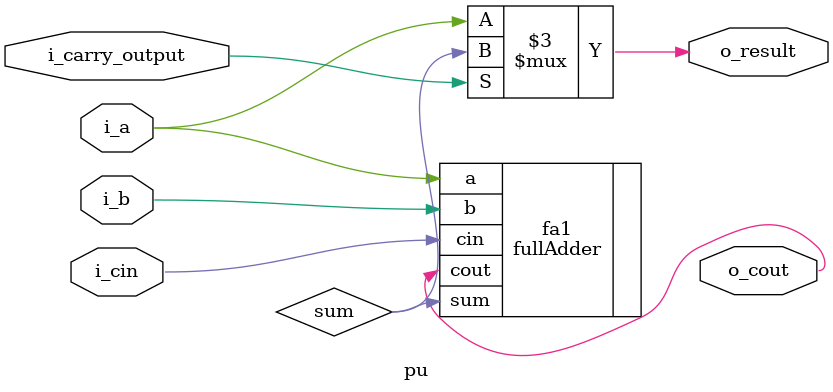
<source format=sv>
module division (
	input logic [31:0] i_dividend, i_divisor,
	output logic [31:0] o_quotient,
	output logic [31:0] o_remainder
);

logic [30:0] result0, cout0;
logic [30:0] result1, cout1;
logic [30:0] result2, cout2;
logic [30:0] result3, cout3;
logic [30:0] result4, cout4;
logic [30:0] result5, cout5;
logic [30:0] result6, cout6;
logic [30:0] result7, cout7;
logic [30:0] result8, cout8;
logic [30:0] result9, cout9;
logic [30:0] result10, cout10;
logic [30:0] result11, cout11;
logic [30:0] result12, cout12;
logic [30:0] result13, cout13;
logic [30:0] result14, cout14;
logic [30:0] result15, cout15;
logic [30:0] result16, cout16;
logic [30:0] result17, cout17;
logic [30:0] result18, cout18;
logic [30:0] result19, cout19;
logic [30:0] result20, cout20;
logic [30:0] result21, cout21;
logic [30:0] result22, cout22;
logic [30:0] result23, cout23;
logic [30:0] result24, cout24;
logic [30:0] result25, cout25;
logic [30:0] result26, cout26;
logic [30:0] result27, cout27;
logic [30:0] result28, cout28;
logic [30:0] result29, cout29;
logic [30:0] result30, cout30;
logic [30:0] cout31;
logic [31:0] result31;
logic [31:0] quotient;

// Row 0
pu pu0_0 (.i_a(i_dividend[31]), .i_b(~i_divisor[0]), .i_cin(1), .i_carry_output(quotient[31]),
	 	   .o_result(result0[0]), .o_cout(cout0[0]));
pu pu0_1 (.i_a(0), .i_b(~i_divisor[1]), .i_cin(cout0[0]), .i_carry_output(quotient[31]),
	  	   .o_result(result0[1]), .o_cout(cout0[1]));
pu pu0_2 (.i_a(0), .i_b(~i_divisor[2]), .i_cin(cout0[1]), .i_carry_output(quotient[31]),
		   .o_result(result0[2]), .o_cout(cout0[2]));
pu pu0_3 (.i_a(0), .i_b(~i_divisor[3]), .i_cin(cout0[2]), .i_carry_output(quotient[31]),
		   .o_result(result0[3]), .o_cout(cout0[3]));
pu pu0_4 (.i_a(0), .i_b(~i_divisor[4]), .i_cin(cout0[3]), .i_carry_output(quotient[31]),
		   .o_result(result0[4]), .o_cout(cout0[4]));	
pu pu0_5 (.i_a(0), .i_b(~i_divisor[5]), .i_cin(cout0[4]), .i_carry_output(quotient[31]),
		   .o_result(result0[5]), .o_cout(cout0[5]));		  
pu pu0_6 (.i_a(0), .i_b(~i_divisor[6]), .i_cin(cout0[5]), .i_carry_output(quotient[31]),
		   .o_result(result0[6]), .o_cout(cout0[6]));			  
pu pu0_7 (.i_a(0), .i_b(~i_divisor[7]), .i_cin(cout0[6]), .i_carry_output(quotient[31]),
	 	   .o_result(result0[7]), .o_cout(cout0[7]));				  
pu pu0_8 (.i_a(0), .i_b(~i_divisor[8]), .i_cin(cout0[7]), .i_carry_output(quotient[31]),
         .o_result(result0[8]), .o_cout(cout0[8]));
pu pu0_9 (.i_a(0), .i_b(~i_divisor[9]), .i_cin(cout0[8]), .i_carry_output(quotient[31]),
         .o_result(result0[9]), .o_cout(cout0[9]));
pu pu0_10 (.i_a(0), .i_b(~i_divisor[10]), .i_cin(cout0[9]), .i_carry_output(quotient[31]),
          .o_result(result0[10]), .o_cout(cout0[10]));
pu pu0_11 (.i_a(0), .i_b(~i_divisor[11]), .i_cin(cout0[10]), .i_carry_output(quotient[31]),
          .o_result(result0[11]), .o_cout(cout0[11]));
pu pu0_12 (.i_a(0), .i_b(~i_divisor[12]), .i_cin(cout0[11]), .i_carry_output(quotient[31]),
          .o_result(result0[12]), .o_cout(cout0[12]));
pu pu0_13 (.i_a(0), .i_b(~i_divisor[13]), .i_cin(cout0[12]), .i_carry_output(quotient[31]),
          .o_result(result0[13]), .o_cout(cout0[13]));
pu pu0_14 (.i_a(0), .i_b(~i_divisor[14]), .i_cin(cout0[13]), .i_carry_output(quotient[31]),
          .o_result(result0[14]), .o_cout(cout0[14]));
pu pu0_15 (.i_a(0), .i_b(~i_divisor[15]), .i_cin(cout0[14]), .i_carry_output(quotient[31]),
          .o_result(result0[15]), .o_cout(cout0[15]));
pu pu0_16 (.i_a(0), .i_b(~i_divisor[16]), .i_cin(cout0[15]), .i_carry_output(quotient[31]),
          .o_result(result0[16]), .o_cout(cout0[16]));
pu pu0_17 (.i_a(0), .i_b(~i_divisor[17]), .i_cin(cout0[16]), .i_carry_output(quotient[31]),
          .o_result(result0[17]), .o_cout(cout0[17]));
pu pu0_18 (.i_a(0), .i_b(~i_divisor[18]), .i_cin(cout0[17]), .i_carry_output(quotient[31]),
          .o_result(result0[18]), .o_cout(cout0[18]));
pu pu0_19 (.i_a(0), .i_b(~i_divisor[19]), .i_cin(cout0[18]), .i_carry_output(quotient[31]),
          .o_result(result0[19]), .o_cout(cout0[19]));
pu pu0_20 (.i_a(0), .i_b(~i_divisor[20]), .i_cin(cout0[19]), .i_carry_output(quotient[31]),
          .o_result(result0[20]), .o_cout(cout0[20]));
pu pu0_21 (.i_a(0), .i_b(~i_divisor[21]), .i_cin(cout0[20]), .i_carry_output(quotient[31]),
          .o_result(result0[21]), .o_cout(cout0[21]));
pu pu0_22 (.i_a(0), .i_b(~i_divisor[22]), .i_cin(cout0[21]), .i_carry_output(quotient[31]),
          .o_result(result0[22]), .o_cout(cout0[22]));
pu pu0_23 (.i_a(0), .i_b(~i_divisor[23]), .i_cin(cout0[22]), .i_carry_output(quotient[31]),
          .o_result(result0[23]), .o_cout(cout0[23]));
pu pu0_24 (.i_a(0), .i_b(~i_divisor[24]), .i_cin(cout0[23]), .i_carry_output(quotient[31]),
          .o_result(result0[24]), .o_cout(cout0[24]));
pu pu0_25 (.i_a(0), .i_b(~i_divisor[25]), .i_cin(cout0[24]), .i_carry_output(quotient[31]),
          .o_result(result0[25]), .o_cout(cout0[25]));
pu pu0_26 (.i_a(0), .i_b(~i_divisor[26]), .i_cin(cout0[25]), .i_carry_output(quotient[31]),
          .o_result(result0[26]), .o_cout(cout0[26]));
pu pu0_27 (.i_a(0), .i_b(~i_divisor[27]), .i_cin(cout0[26]), .i_carry_output(quotient[31]),
          .o_result(result0[27]), .o_cout(cout0[27]));
pu pu0_28 (.i_a(0), .i_b(~i_divisor[28]), .i_cin(cout0[27]), .i_carry_output(quotient[31]),
          .o_result(result0[28]), .o_cout(cout0[28]));
pu pu0_29 (.i_a(0), .i_b(~i_divisor[29]), .i_cin(cout0[28]), .i_carry_output(quotient[31]),
          .o_result(result0[29]), .o_cout(cout0[29]));
pu pu0_30 (.i_a(0), .i_b(~i_divisor[30]), .i_cin(cout0[29]), .i_carry_output(quotient[31]),
          .o_result(result0[30]), .o_cout(cout0[30]));
pu pu0_31 (.i_a(0), .i_b(~i_divisor[31]), .i_cin(cout0[30]), .i_carry_output(quotient[31]),
          .o_cout(quotient[31]));

// Row 1
pu pu1_0 (.i_a(i_dividend[30]), .i_b(~i_divisor[0]), .i_cin(1), .i_carry_output(quotient[30]),
         .o_result(result1[0]), .o_cout(cout1[0]));
pu pu1_1 (.i_a(result0[0]), .i_b(~i_divisor[1]), .i_cin(cout1[0]), .i_carry_output(quotient[30]),
	  	   .o_result(result1[1]), .o_cout(cout1[1]));
pu pu1_2 (.i_a(result0[1]), .i_b(~i_divisor[2]), .i_cin(cout1[1]), .i_carry_output(quotient[30]),
	  	   .o_result(result1[2]), .o_cout(cout1[2]));
pu pu1_3 (.i_a(result0[2]), .i_b(~i_divisor[3]), .i_cin(cout1[2]), .i_carry_output(quotient[30]),
		   .o_result(result1[3]), .o_cout(cout1[3]));
pu pu1_4 (.i_a(result0[3]), .i_b(~i_divisor[4]), .i_cin(cout1[3]), .i_carry_output(quotient[30]),
		   .o_result(result1[4]), .o_cout(cout1[4]));
pu pu1_5 (.i_a(result0[4]), .i_b(~i_divisor[5]), .i_cin(cout1[4]), .i_carry_output(quotient[30]),
		   .o_result(result1[5]), .o_cout(cout1[5]));
pu pu1_6 (.i_a(result0[5]), .i_b(~i_divisor[6]), .i_cin(cout1[5]), .i_carry_output(quotient[30]),
		   .o_result(result1[6]), .o_cout(cout1[6]));
pu pu1_7 (.i_a(result0[6]), .i_b(~i_divisor[7]), .i_cin(cout1[6]), .i_carry_output(quotient[30]),
		   .o_result(result1[7]), .o_cout(cout1[7]));
pu pu1_8 (.i_a(result0[7]), .i_b(~i_divisor[8]), .i_cin(cout1[7]), .i_carry_output(quotient[30]),
		   .o_result(result1[8]), .o_cout(cout1[8]));
pu pu1_9 (.i_a(result0[8]), .i_b(~i_divisor[9]), .i_cin(cout1[8]), .i_carry_output(quotient[30]),
		   .o_result(result1[9]), .o_cout(cout1[9]));
pu pu1_10 (.i_a(result0[9]), .i_b(~i_divisor[10]), .i_cin(cout1[9]), .i_carry_output(quotient[30]),
		    .o_result(result1[10]), .o_cout(cout1[10]));
pu pu1_11 (.i_a(result0[10]), .i_b(~i_divisor[11]), .i_cin(cout1[10]), .i_carry_output(quotient[30]),
		    .o_result(result1[11]), .o_cout(cout1[11]));
pu pu1_12 (.i_a(result0[11]), .i_b(~i_divisor[12]), .i_cin(cout1[11]), .i_carry_output(quotient[30]),
		    .o_result(result1[12]), .o_cout(cout1[12]));
pu pu1_13 (.i_a(result0[12]), .i_b(~i_divisor[13]), .i_cin(cout1[12]), .i_carry_output(quotient[30]),
		    .o_result(result1[13]), .o_cout(cout1[13]));
pu pu1_14 (.i_a(result0[13]), .i_b(~i_divisor[14]), .i_cin(cout1[13]), .i_carry_output(quotient[30]),
		    .o_result(result1[14]), .o_cout(cout1[14]));
pu pu1_15 (.i_a(result0[14]), .i_b(~i_divisor[15]), .i_cin(cout1[14]), .i_carry_output(quotient[30]),
		    .o_result(result1[15]), .o_cout(cout1[15]));
pu pu1_16 (.i_a(result0[15]), .i_b(~i_divisor[16]), .i_cin(cout1[15]), .i_carry_output(quotient[30]),
		    .o_result(result1[16]), .o_cout(cout1[16]));
pu pu1_17 (.i_a(result0[16]), .i_b(~i_divisor[17]), .i_cin(cout1[16]), .i_carry_output(quotient[30]),
		    .o_result(result1[17]), .o_cout(cout1[17]));
pu pu1_18 (.i_a(result0[17]), .i_b(~i_divisor[18]), .i_cin(cout1[17]), .i_carry_output(quotient[30]),
		    .o_result(result1[18]), .o_cout(cout1[18]));
pu pu1_19 (.i_a(result0[18]), .i_b(~i_divisor[19]), .i_cin(cout1[18]), .i_carry_output(quotient[30]),
		    .o_result(result1[19]), .o_cout(cout1[19]));
pu pu1_20 (.i_a(result0[19]), .i_b(~i_divisor[20]), .i_cin(cout1[19]), .i_carry_output(quotient[30]),
		    .o_result(result1[20]), .o_cout(cout1[20]));
pu pu1_21 (.i_a(result0[20]), .i_b(~i_divisor[21]), .i_cin(cout1[20]), .i_carry_output(quotient[30]),
		    .o_result(result1[21]), .o_cout(cout1[21]));
pu pu1_22 (.i_a(result0[21]), .i_b(~i_divisor[22]), .i_cin(cout1[21]), .i_carry_output(quotient[30]),
		    .o_result(result1[22]), .o_cout(cout1[22]));
pu pu1_23 (.i_a(result0[22]), .i_b(~i_divisor[23]), .i_cin(cout1[22]), .i_carry_output(quotient[30]),
		    .o_result(result1[23]), .o_cout(cout1[23]));
pu pu1_24 (.i_a(result0[23]), .i_b(~i_divisor[24]), .i_cin(cout1[23]), .i_carry_output(quotient[30]),
		    .o_result(result1[24]), .o_cout(cout1[24]));
pu pu1_25 (.i_a(result0[24]), .i_b(~i_divisor[25]), .i_cin(cout1[24]), .i_carry_output(quotient[30]),
		    .o_result(result1[25]), .o_cout(cout1[25]));
pu pu1_26 (.i_a(result0[25]), .i_b(~i_divisor[26]), .i_cin(cout1[25]), .i_carry_output(quotient[30]),
		    .o_result(result1[26]), .o_cout(cout1[26]));
pu pu1_27 (.i_a(result0[26]), .i_b(~i_divisor[27]), .i_cin(cout1[26]), .i_carry_output(quotient[30]),
		    .o_result(result1[27]), .o_cout(cout1[27]));
pu pu1_28 (.i_a(result0[27]), .i_b(~i_divisor[28]), .i_cin(cout1[27]), .i_carry_output(quotient[30]),
		    .o_result(result1[28]), .o_cout(cout1[28]));
pu pu1_29 (.i_a(result0[28]), .i_b(~i_divisor[29]), .i_cin(cout1[28]), .i_carry_output(quotient[30]),
		    .o_result(result1[29]), .o_cout(cout1[29]));
pu pu1_30 (.i_a(result0[29]), .i_b(~i_divisor[30]), .i_cin(cout1[29]), .i_carry_output(quotient[30]),
		    .o_result(result1[30]), .o_cout(cout1[30]));
pu pu1_31 (.i_a(result0[30]), .i_b(~i_divisor[31]), .i_cin(cout1[30]), .i_carry_output(quotient[30]),
		    .o_cout(quotient[30]));

// Row 2
pu pu2_0 (.i_a(i_dividend[29]), .i_b(~i_divisor[0]), .i_cin(1), .i_carry_output(quotient[29]),
         .o_result(result2[0]), .o_cout(cout2[0]));			 
pu pu2_1 (.i_a(result1[0]), .i_b(~i_divisor[1]), .i_cin(cout2[0]), .i_carry_output(quotient[29]),
		.o_result(result2[1]), .o_cout(cout2[1]));
pu pu2_2 (.i_a(result1[1]), .i_b(~i_divisor[2]), .i_cin(cout2[1]), .i_carry_output(quotient[29]),
		.o_result(result2[2]), .o_cout(cout2[2]));
pu pu2_3 (.i_a(result1[2]), .i_b(~i_divisor[3]), .i_cin(cout2[2]), .i_carry_output(quotient[29]),
		.o_result(result2[3]), .o_cout(cout2[3]));
pu pu2_4 (.i_a(result1[3]), .i_b(~i_divisor[4]), .i_cin(cout2[3]), .i_carry_output(quotient[29]),
		.o_result(result2[4]), .o_cout(cout2[4]));
pu pu2_5 (.i_a(result1[4]), .i_b(~i_divisor[5]), .i_cin(cout2[4]), .i_carry_output(quotient[29]),
		.o_result(result2[5]), .o_cout(cout2[5]));
pu pu2_6 (.i_a(result1[5]), .i_b(~i_divisor[6]), .i_cin(cout2[5]), .i_carry_output(quotient[29]),
		.o_result(result2[6]), .o_cout(cout2[6]));
pu pu2_7 (.i_a(result1[6]), .i_b(~i_divisor[7]), .i_cin(cout2[6]), .i_carry_output(quotient[29]),
		.o_result(result2[7]), .o_cout(cout2[7]));
pu pu2_8 (.i_a(result1[7]), .i_b(~i_divisor[8]), .i_cin(cout2[7]), .i_carry_output(quotient[29]),
		.o_result(result2[8]), .o_cout(cout2[8]));
pu pu2_9 (.i_a(result1[8]), .i_b(~i_divisor[9]), .i_cin(cout2[8]), .i_carry_output(quotient[29]),
		.o_result(result2[9]), .o_cout(cout2[9]));
pu pu2_10 (.i_a(result1[9]), .i_b(~i_divisor[10]), .i_cin(cout2[9]), .i_carry_output(quotient[29]),
		.o_result(result2[10]), .o_cout(cout2[10]));
pu pu2_11 (.i_a(result1[10]), .i_b(~i_divisor[11]), .i_cin(cout2[10]), .i_carry_output(quotient[29]),
		.o_result(result2[11]), .o_cout(cout2[11]));
pu pu2_12 (.i_a(result1[11]), .i_b(~i_divisor[12]), .i_cin(cout2[11]), .i_carry_output(quotient[29]),
		.o_result(result2[12]), .o_cout(cout2[12]));
pu pu2_13 (.i_a(result1[12]), .i_b(~i_divisor[13]), .i_cin(cout2[12]), .i_carry_output(quotient[29]),
		.o_result(result2[13]), .o_cout(cout2[13]));
pu pu2_14 (.i_a(result1[13]), .i_b(~i_divisor[14]), .i_cin(cout2[13]), .i_carry_output(quotient[29]),
		.o_result(result2[14]), .o_cout(cout2[14]));
pu pu2_15 (.i_a(result1[14]), .i_b(~i_divisor[15]), .i_cin(cout2[14]), .i_carry_output(quotient[29]),
		.o_result(result2[15]), .o_cout(cout2[15]));
pu pu2_16 (.i_a(result1[15]), .i_b(~i_divisor[16]), .i_cin(cout2[15]), .i_carry_output(quotient[29]),
		.o_result(result2[16]), .o_cout(cout2[16]));
pu pu2_17 (.i_a(result1[16]), .i_b(~i_divisor[17]), .i_cin(cout2[16]), .i_carry_output(quotient[29]),
		.o_result(result2[17]), .o_cout(cout2[17]));
pu pu2_18 (.i_a(result1[17]), .i_b(~i_divisor[18]), .i_cin(cout2[17]), .i_carry_output(quotient[29]),
		.o_result(result2[18]), .o_cout(cout2[18]));
pu pu2_19 (.i_a(result1[18]), .i_b(~i_divisor[19]), .i_cin(cout2[18]), .i_carry_output(quotient[29]),
		.o_result(result2[19]), .o_cout(cout2[19]));
pu pu2_20 (.i_a(result1[19]), .i_b(~i_divisor[20]), .i_cin(cout2[19]), .i_carry_output(quotient[29]),
		.o_result(result2[20]), .o_cout(cout2[20]));
pu pu2_21 (.i_a(result1[20]), .i_b(~i_divisor[21]), .i_cin(cout2[20]), .i_carry_output(quotient[29]),
		.o_result(result2[21]), .o_cout(cout2[21]));
pu pu2_22 (.i_a(result1[21]), .i_b(~i_divisor[22]), .i_cin(cout2[21]), .i_carry_output(quotient[29]),
		.o_result(result2[22]), .o_cout(cout2[22]));
pu pu2_23 (.i_a(result1[22]), .i_b(~i_divisor[23]), .i_cin(cout2[22]), .i_carry_output(quotient[29]),
		.o_result(result2[23]), .o_cout(cout2[23]));
pu pu2_24 (.i_a(result1[23]), .i_b(~i_divisor[24]), .i_cin(cout2[23]), .i_carry_output(quotient[29]),
		.o_result(result2[24]), .o_cout(cout2[24]));
pu pu2_25 (.i_a(result1[24]), .i_b(~i_divisor[25]), .i_cin(cout2[24]), .i_carry_output(quotient[29]),
		.o_result(result2[25]), .o_cout(cout2[25]));
pu pu2_26 (.i_a(result1[25]), .i_b(~i_divisor[26]), .i_cin(cout2[25]), .i_carry_output(quotient[29]),
		.o_result(result2[26]), .o_cout(cout2[26]));
pu pu2_27 (.i_a(result1[26]), .i_b(~i_divisor[27]), .i_cin(cout2[26]), .i_carry_output(quotient[29]),
		.o_result(result2[27]), .o_cout(cout2[27]));
pu pu2_28 (.i_a(result1[27]), .i_b(~i_divisor[28]), .i_cin(cout2[27]), .i_carry_output(quotient[29]),
		.o_result(result2[28]), .o_cout(cout2[28]));
pu pu2_29 (.i_a(result1[28]), .i_b(~i_divisor[29]), .i_cin(cout2[28]), .i_carry_output(quotient[29]),
		.o_result(result2[29]), .o_cout(cout2[29]));
pu pu2_30 (.i_a(result1[29]), .i_b(~i_divisor[30]), .i_cin(cout2[29]), .i_carry_output(quotient[29]),
		.o_result(result2[30]), .o_cout(cout2[30]));
pu pu2_31 (.i_a(result1[30]), .i_b(~i_divisor[31]), .i_cin(cout2[30]), .i_carry_output(quotient[29]),
		.o_cout(quotient[29]));

// Row 3	
pu pu3_0 (.i_a(i_dividend[28]), .i_b(~i_divisor[0]), .i_cin(1), .i_carry_output(quotient[28]),
         .o_result(result3[0]), .o_cout(cout3[0]));		
pu pu3_1 (.i_a(result2[0]), .i_b(~i_divisor[1]), .i_cin(cout3[0]), .i_carry_output(quotient[28]),
		.o_result(result3[1]), .o_cout(cout3[1]));
pu pu3_2 (.i_a(result2[1]), .i_b(~i_divisor[2]), .i_cin(cout3[1]), .i_carry_output(quotient[28]),
		.o_result(result3[2]), .o_cout(cout3[2]));
pu pu3_3 (.i_a(result2[2]), .i_b(~i_divisor[3]), .i_cin(cout3[2]), .i_carry_output(quotient[28]),
		.o_result(result3[3]), .o_cout(cout3[3]));
pu pu3_4 (.i_a(result2[3]), .i_b(~i_divisor[4]), .i_cin(cout3[3]), .i_carry_output(quotient[28]),
		.o_result(result3[4]), .o_cout(cout3[4]));
pu pu3_5 (.i_a(result2[4]), .i_b(~i_divisor[5]), .i_cin(cout3[4]), .i_carry_output(quotient[28]),
		.o_result(result3[5]), .o_cout(cout3[5]));
pu pu3_6 (.i_a(result2[5]), .i_b(~i_divisor[6]), .i_cin(cout3[5]), .i_carry_output(quotient[28]),
		.o_result(result3[6]), .o_cout(cout3[6]));
pu pu3_7 (.i_a(result2[6]), .i_b(~i_divisor[7]), .i_cin(cout3[6]), .i_carry_output(quotient[28]),
		.o_result(result3[7]), .o_cout(cout3[7]));
pu pu3_8 (.i_a(result2[7]), .i_b(~i_divisor[8]), .i_cin(cout3[7]), .i_carry_output(quotient[28]),
		.o_result(result3[8]), .o_cout(cout3[8]));
pu pu3_9 (.i_a(result2[8]), .i_b(~i_divisor[9]), .i_cin(cout3[8]), .i_carry_output(quotient[28]),
		.o_result(result3[9]), .o_cout(cout3[9]));
pu pu3_10 (.i_a(result2[9]), .i_b(~i_divisor[10]), .i_cin(cout3[9]), .i_carry_output(quotient[28]),
		.o_result(result3[10]), .o_cout(cout3[10]));
pu pu3_11 (.i_a(result2[10]), .i_b(~i_divisor[11]), .i_cin(cout3[10]), .i_carry_output(quotient[28]),
		.o_result(result3[11]), .o_cout(cout3[11]));
pu pu3_12 (.i_a(result2[11]), .i_b(~i_divisor[12]), .i_cin(cout3[11]), .i_carry_output(quotient[28]),
		.o_result(result3[12]), .o_cout(cout3[12]));
pu pu3_13 (.i_a(result2[12]), .i_b(~i_divisor[13]), .i_cin(cout3[12]), .i_carry_output(quotient[28]),
		.o_result(result3[13]), .o_cout(cout3[13]));
pu pu3_14 (.i_a(result2[13]), .i_b(~i_divisor[14]), .i_cin(cout3[13]), .i_carry_output(quotient[28]),
		.o_result(result3[14]), .o_cout(cout3[14]));
pu pu3_15 (.i_a(result2[14]), .i_b(~i_divisor[15]), .i_cin(cout3[14]), .i_carry_output(quotient[28]),
		.o_result(result3[15]), .o_cout(cout3[15]));
pu pu3_16 (.i_a(result2[15]), .i_b(~i_divisor[16]), .i_cin(cout3[15]), .i_carry_output(quotient[28]),
		.o_result(result3[16]), .o_cout(cout3[16]));
pu pu3_17 (.i_a(result2[16]), .i_b(~i_divisor[17]), .i_cin(cout3[16]), .i_carry_output(quotient[28]),
		.o_result(result3[17]), .o_cout(cout3[17]));
pu pu3_18 (.i_a(result2[17]), .i_b(~i_divisor[18]), .i_cin(cout3[17]), .i_carry_output(quotient[28]),
		.o_result(result3[18]), .o_cout(cout3[18]));
pu pu3_19 (.i_a(result2[18]), .i_b(~i_divisor[19]), .i_cin(cout3[18]), .i_carry_output(quotient[28]),
		.o_result(result3[19]), .o_cout(cout3[19]));
pu pu3_20 (.i_a(result2[19]), .i_b(~i_divisor[20]), .i_cin(cout3[19]), .i_carry_output(quotient[28]),
		.o_result(result3[20]), .o_cout(cout3[20]));
pu pu3_21 (.i_a(result2[20]), .i_b(~i_divisor[21]), .i_cin(cout3[20]), .i_carry_output(quotient[28]),
		.o_result(result3[21]), .o_cout(cout3[21]));
pu pu3_22 (.i_a(result2[21]), .i_b(~i_divisor[22]), .i_cin(cout3[21]), .i_carry_output(quotient[28]),
		.o_result(result3[22]), .o_cout(cout3[22]));
pu pu3_23 (.i_a(result2[22]), .i_b(~i_divisor[23]), .i_cin(cout3[22]), .i_carry_output(quotient[28]),
		.o_result(result3[23]), .o_cout(cout3[23]));
pu pu3_24 (.i_a(result2[23]), .i_b(~i_divisor[24]), .i_cin(cout3[23]), .i_carry_output(quotient[28]),
		.o_result(result3[24]), .o_cout(cout3[24]));
pu pu3_25 (.i_a(result2[24]), .i_b(~i_divisor[25]), .i_cin(cout3[24]), .i_carry_output(quotient[28]),
		.o_result(result3[25]), .o_cout(cout3[25]));
pu pu3_26 (.i_a(result2[25]), .i_b(~i_divisor[26]), .i_cin(cout3[25]), .i_carry_output(quotient[28]),
		.o_result(result3[26]), .o_cout(cout3[26]));
pu pu3_27 (.i_a(result2[26]), .i_b(~i_divisor[27]), .i_cin(cout3[26]), .i_carry_output(quotient[28]),
		.o_result(result3[27]), .o_cout(cout3[27]));
pu pu3_28 (.i_a(result2[27]), .i_b(~i_divisor[28]), .i_cin(cout3[27]), .i_carry_output(quotient[28]),
		.o_result(result3[28]), .o_cout(cout3[28]));
pu pu3_29 (.i_a(result2[28]), .i_b(~i_divisor[29]), .i_cin(cout3[28]), .i_carry_output(quotient[28]),
		.o_result(result3[29]), .o_cout(cout3[29]));
pu pu3_30 (.i_a(result2[29]), .i_b(~i_divisor[30]), .i_cin(cout3[29]), .i_carry_output(quotient[28]),
		.o_result(result3[30]), .o_cout(cout3[30]));
pu pu3_31 (.i_a(result2[30]), .i_b(~i_divisor[31]), .i_cin(cout3[30]), .i_carry_output(quotient[28]),
		.o_cout(quotient[28]));

// Row 4
pu pu4_0 (.i_a(i_dividend[27]), .i_b(~i_divisor[0]), .i_cin(1), .i_carry_output(quotient[27]),
         .o_result(result4[0]), .o_cout(cout4[0]));
pu pu4_1 (.i_a(result3[0]), .i_b(~i_divisor[1]), .i_cin(cout4[0]), .i_carry_output(quotient[27]),
		.o_result(result4[1]), .o_cout(cout4[1]));
pu pu4_2 (.i_a(result3[1]), .i_b(~i_divisor[2]), .i_cin(cout4[1]), .i_carry_output(quotient[27]),
		.o_result(result4[2]), .o_cout(cout4[2]));
pu pu4_3 (.i_a(result3[2]), .i_b(~i_divisor[3]), .i_cin(cout4[2]), .i_carry_output(quotient[27]),
		.o_result(result4[3]), .o_cout(cout4[3]));
pu pu4_4 (.i_a(result3[3]), .i_b(~i_divisor[4]), .i_cin(cout4[3]), .i_carry_output(quotient[27]),
		.o_result(result4[4]), .o_cout(cout4[4]));
pu pu4_5 (.i_a(result3[4]), .i_b(~i_divisor[5]), .i_cin(cout4[4]), .i_carry_output(quotient[27]),
		.o_result(result4[5]), .o_cout(cout4[5]));
pu pu4_6 (.i_a(result3[5]), .i_b(~i_divisor[6]), .i_cin(cout4[5]), .i_carry_output(quotient[27]),
		.o_result(result4[6]), .o_cout(cout4[6]));
pu pu4_7 (.i_a(result3[6]), .i_b(~i_divisor[7]), .i_cin(cout4[6]), .i_carry_output(quotient[27]),
		.o_result(result4[7]), .o_cout(cout4[7]));
pu pu4_8 (.i_a(result3[7]), .i_b(~i_divisor[8]), .i_cin(cout4[7]), .i_carry_output(quotient[27]),
		.o_result(result4[8]), .o_cout(cout4[8]));
pu pu4_9 (.i_a(result3[8]), .i_b(~i_divisor[9]), .i_cin(cout4[8]), .i_carry_output(quotient[27]),
		.o_result(result4[9]), .o_cout(cout4[9]));
pu pu4_10 (.i_a(result3[9]), .i_b(~i_divisor[10]), .i_cin(cout4[9]), .i_carry_output(quotient[27]),
		.o_result(result4[10]), .o_cout(cout4[10]));
pu pu4_11 (.i_a(result3[10]), .i_b(~i_divisor[11]), .i_cin(cout4[10]), .i_carry_output(quotient[27]),
		.o_result(result4[11]), .o_cout(cout4[11]));
pu pu4_12 (.i_a(result3[11]), .i_b(~i_divisor[12]), .i_cin(cout4[11]), .i_carry_output(quotient[27]),
		.o_result(result4[12]), .o_cout(cout4[12]));
pu pu4_13 (.i_a(result3[12]), .i_b(~i_divisor[13]), .i_cin(cout4[12]), .i_carry_output(quotient[27]),
		.o_result(result4[13]), .o_cout(cout4[13]));
pu pu4_14 (.i_a(result3[13]), .i_b(~i_divisor[14]), .i_cin(cout4[13]), .i_carry_output(quotient[27]),
		.o_result(result4[14]), .o_cout(cout4[14]));
pu pu4_15 (.i_a(result3[14]), .i_b(~i_divisor[15]), .i_cin(cout4[14]), .i_carry_output(quotient[27]),
		.o_result(result4[15]), .o_cout(cout4[15]));
pu pu4_16 (.i_a(result3[15]), .i_b(~i_divisor[16]), .i_cin(cout4[15]), .i_carry_output(quotient[27]),
		.o_result(result4[16]), .o_cout(cout4[16]));
pu pu4_17 (.i_a(result3[16]), .i_b(~i_divisor[17]), .i_cin(cout4[16]), .i_carry_output(quotient[27]),
		.o_result(result4[17]), .o_cout(cout4[17]));
pu pu4_18 (.i_a(result3[17]), .i_b(~i_divisor[18]), .i_cin(cout4[17]), .i_carry_output(quotient[27]),
		.o_result(result4[18]), .o_cout(cout4[18]));
pu pu4_19 (.i_a(result3[18]), .i_b(~i_divisor[19]), .i_cin(cout4[18]), .i_carry_output(quotient[27]),
		.o_result(result4[19]), .o_cout(cout4[19]));
pu pu4_20 (.i_a(result3[19]), .i_b(~i_divisor[20]), .i_cin(cout4[19]), .i_carry_output(quotient[27]),
		.o_result(result4[20]), .o_cout(cout4[20]));
pu pu4_21 (.i_a(result3[20]), .i_b(~i_divisor[21]), .i_cin(cout4[20]), .i_carry_output(quotient[27]),
		.o_result(result4[21]), .o_cout(cout4[21]));
pu pu4_22 (.i_a(result3[21]), .i_b(~i_divisor[22]), .i_cin(cout4[21]), .i_carry_output(quotient[27]),
		.o_result(result4[22]), .o_cout(cout4[22]));
pu pu4_23 (.i_a(result3[22]), .i_b(~i_divisor[23]), .i_cin(cout4[22]), .i_carry_output(quotient[27]),
		.o_result(result4[23]), .o_cout(cout4[23]));
pu pu4_24 (.i_a(result3[23]), .i_b(~i_divisor[24]), .i_cin(cout4[23]), .i_carry_output(quotient[27]),
		.o_result(result4[24]), .o_cout(cout4[24]));
pu pu4_25 (.i_a(result3[24]), .i_b(~i_divisor[25]), .i_cin(cout4[24]), .i_carry_output(quotient[27]),
		.o_result(result4[25]), .o_cout(cout4[25]));
pu pu4_26 (.i_a(result3[25]), .i_b(~i_divisor[26]), .i_cin(cout4[25]), .i_carry_output(quotient[27]),
		.o_result(result4[26]), .o_cout(cout4[26]));
pu pu4_27 (.i_a(result3[26]), .i_b(~i_divisor[27]), .i_cin(cout4[26]), .i_carry_output(quotient[27]),
		.o_result(result4[27]), .o_cout(cout4[27]));
pu pu4_28 (.i_a(result3[27]), .i_b(~i_divisor[28]), .i_cin(cout4[27]), .i_carry_output(quotient[27]),
		.o_result(result4[28]), .o_cout(cout4[28]));
pu pu4_29 (.i_a(result3[28]), .i_b(~i_divisor[29]), .i_cin(cout4[28]), .i_carry_output(quotient[27]),
		.o_result(result4[29]), .o_cout(cout4[29]));
pu pu4_30 (.i_a(result3[29]), .i_b(~i_divisor[30]), .i_cin(cout4[29]), .i_carry_output(quotient[27]),
		.o_result(result4[30]), .o_cout(cout4[30]));
pu pu4_31 (.i_a(result3[30]), .i_b(~i_divisor[31]), .i_cin(cout4[30]), .i_carry_output(quotient[27]),
		.o_cout(quotient[27]));

// Row 5
pu pu5_0 (.i_a(i_dividend[26]), .i_b(~i_divisor[0]), .i_cin(1), .i_carry_output(quotient[26]),
         .o_result(result5[0]), .o_cout(cout5[0]));
pu pu5_1 (.i_a(result4[0]), .i_b(~i_divisor[1]), .i_cin(cout5[0]), .i_carry_output(quotient[26]),
		.o_result(result5[1]), .o_cout(cout5[1]));
pu pu5_2 (.i_a(result4[1]), .i_b(~i_divisor[2]), .i_cin(cout5[1]), .i_carry_output(quotient[26]),
		.o_result(result5[2]), .o_cout(cout5[2]));
pu pu5_3 (.i_a(result4[2]), .i_b(~i_divisor[3]), .i_cin(cout5[2]), .i_carry_output(quotient[26]),
		.o_result(result5[3]), .o_cout(cout5[3]));
pu pu5_4 (.i_a(result4[3]), .i_b(~i_divisor[4]), .i_cin(cout5[3]), .i_carry_output(quotient[26]),
		.o_result(result5[4]), .o_cout(cout5[4]));
pu pu5_5 (.i_a(result4[4]), .i_b(~i_divisor[5]), .i_cin(cout5[4]), .i_carry_output(quotient[26]),
		.o_result(result5[5]), .o_cout(cout5[5]));
pu pu5_6 (.i_a(result4[5]), .i_b(~i_divisor[6]), .i_cin(cout5[5]), .i_carry_output(quotient[26]),
		.o_result(result5[6]), .o_cout(cout5[6]));
pu pu5_7 (.i_a(result4[6]), .i_b(~i_divisor[7]), .i_cin(cout5[6]), .i_carry_output(quotient[26]),
		.o_result(result5[7]), .o_cout(cout5[7]));
pu pu5_8 (.i_a(result4[7]), .i_b(~i_divisor[8]), .i_cin(cout5[7]), .i_carry_output(quotient[26]),
		.o_result(result5[8]), .o_cout(cout5[8]));
pu pu5_9 (.i_a(result4[8]), .i_b(~i_divisor[9]), .i_cin(cout5[8]), .i_carry_output(quotient[26]),
		.o_result(result5[9]), .o_cout(cout5[9]));
pu pu5_10 (.i_a(result4[9]), .i_b(~i_divisor[10]), .i_cin(cout5[9]), .i_carry_output(quotient[26]),
		.o_result(result5[10]), .o_cout(cout5[10]));
pu pu5_11 (.i_a(result4[10]), .i_b(~i_divisor[11]), .i_cin(cout5[10]), .i_carry_output(quotient[26]),
		.o_result(result5[11]), .o_cout(cout5[11]));
pu pu5_12 (.i_a(result4[11]), .i_b(~i_divisor[12]), .i_cin(cout5[11]), .i_carry_output(quotient[26]),
		.o_result(result5[12]), .o_cout(cout5[12]));
pu pu5_13 (.i_a(result4[12]), .i_b(~i_divisor[13]), .i_cin(cout5[12]), .i_carry_output(quotient[26]),
		.o_result(result5[13]), .o_cout(cout5[13]));
pu pu5_14 (.i_a(result4[13]), .i_b(~i_divisor[14]), .i_cin(cout5[13]), .i_carry_output(quotient[26]),
		.o_result(result5[14]), .o_cout(cout5[14]));
pu pu5_15 (.i_a(result4[14]), .i_b(~i_divisor[15]), .i_cin(cout5[14]), .i_carry_output(quotient[26]),
		.o_result(result5[15]), .o_cout(cout5[15]));
pu pu5_16 (.i_a(result4[15]), .i_b(~i_divisor[16]), .i_cin(cout5[15]), .i_carry_output(quotient[26]),
		.o_result(result5[16]), .o_cout(cout5[16]));
pu pu5_17 (.i_a(result4[16]), .i_b(~i_divisor[17]), .i_cin(cout5[16]), .i_carry_output(quotient[26]),
		.o_result(result5[17]), .o_cout(cout5[17]));
pu pu5_18 (.i_a(result4[17]), .i_b(~i_divisor[18]), .i_cin(cout5[17]), .i_carry_output(quotient[26]),
		.o_result(result5[18]), .o_cout(cout5[18]));
pu pu5_19 (.i_a(result4[18]), .i_b(~i_divisor[19]), .i_cin(cout5[18]), .i_carry_output(quotient[26]),
		.o_result(result5[19]), .o_cout(cout5[19]));
pu pu5_20 (.i_a(result4[19]), .i_b(~i_divisor[20]), .i_cin(cout5[19]), .i_carry_output(quotient[26]),
		.o_result(result5[20]), .o_cout(cout5[20]));
pu pu5_21 (.i_a(result4[20]), .i_b(~i_divisor[21]), .i_cin(cout5[20]), .i_carry_output(quotient[26]),
		.o_result(result5[21]), .o_cout(cout5[21]));
pu pu5_22 (.i_a(result4[21]), .i_b(~i_divisor[22]), .i_cin(cout5[21]), .i_carry_output(quotient[26]),
		.o_result(result5[22]), .o_cout(cout5[22]));
pu pu5_23 (.i_a(result4[22]), .i_b(~i_divisor[23]), .i_cin(cout5[22]), .i_carry_output(quotient[26]),
		.o_result(result5[23]), .o_cout(cout5[23]));
pu pu5_24 (.i_a(result4[23]), .i_b(~i_divisor[24]), .i_cin(cout5[23]), .i_carry_output(quotient[26]),
		.o_result(result5[24]), .o_cout(cout5[24]));
pu pu5_25 (.i_a(result4[24]), .i_b(~i_divisor[25]), .i_cin(cout5[24]), .i_carry_output(quotient[26]),
		.o_result(result5[25]), .o_cout(cout5[25]));
pu pu5_26 (.i_a(result4[25]), .i_b(~i_divisor[26]), .i_cin(cout5[25]), .i_carry_output(quotient[26]),
		.o_result(result5[26]), .o_cout(cout5[26]));
pu pu5_27 (.i_a(result4[26]), .i_b(~i_divisor[27]), .i_cin(cout5[26]), .i_carry_output(quotient[26]),
		.o_result(result5[27]), .o_cout(cout5[27]));
pu pu5_28 (.i_a(result4[27]), .i_b(~i_divisor[28]), .i_cin(cout5[27]), .i_carry_output(quotient[26]),
		.o_result(result5[28]), .o_cout(cout5[28]));
pu pu5_29 (.i_a(result4[28]), .i_b(~i_divisor[29]), .i_cin(cout5[28]), .i_carry_output(quotient[26]),
		.o_result(result5[29]), .o_cout(cout5[29]));
pu pu5_30 (.i_a(result4[29]), .i_b(~i_divisor[30]), .i_cin(cout5[29]), .i_carry_output(quotient[26]),
		.o_result(result5[30]), .o_cout(cout5[30]));
pu pu5_31 (.i_a(result4[30]), .i_b(~i_divisor[31]), .i_cin(cout5[30]), .i_carry_output(quotient[26]),
		.o_cout(quotient[26]));
	
// Row 6
pu pu6_0 (.i_a(i_dividend[25]), .i_b(~i_divisor[0]), .i_cin(1), .i_carry_output(quotient[25]),
         .o_result(result6[0]), .o_cout(cout6[0]));
pu pu6_1 (.i_a(result5[0]), .i_b(~i_divisor[1]), .i_cin(cout6[0]), .i_carry_output(quotient[25]),
		.o_result(result6[1]), .o_cout(cout6[1]));
pu pu6_2 (.i_a(result5[1]), .i_b(~i_divisor[2]), .i_cin(cout6[1]), .i_carry_output(quotient[25]),
		.o_result(result6[2]), .o_cout(cout6[2]));
pu pu6_3 (.i_a(result5[2]), .i_b(~i_divisor[3]), .i_cin(cout6[2]), .i_carry_output(quotient[25]),
		.o_result(result6[3]), .o_cout(cout6[3]));
pu pu6_4 (.i_a(result5[3]), .i_b(~i_divisor[4]), .i_cin(cout6[3]), .i_carry_output(quotient[25]),
		.o_result(result6[4]), .o_cout(cout6[4]));
pu pu6_5 (.i_a(result5[4]), .i_b(~i_divisor[5]), .i_cin(cout6[4]), .i_carry_output(quotient[25]),
		.o_result(result6[5]), .o_cout(cout6[5]));
pu pu6_6 (.i_a(result5[5]), .i_b(~i_divisor[6]), .i_cin(cout6[5]), .i_carry_output(quotient[25]),
		.o_result(result6[6]), .o_cout(cout6[6]));
pu pu6_7 (.i_a(result5[6]), .i_b(~i_divisor[7]), .i_cin(cout6[6]), .i_carry_output(quotient[25]),
		.o_result(result6[7]), .o_cout(cout6[7]));
pu pu6_8 (.i_a(result5[7]), .i_b(~i_divisor[8]), .i_cin(cout6[7]), .i_carry_output(quotient[25]),
		.o_result(result6[8]), .o_cout(cout6[8]));
pu pu6_9 (.i_a(result5[8]), .i_b(~i_divisor[9]), .i_cin(cout6[8]), .i_carry_output(quotient[25]),
		.o_result(result6[9]), .o_cout(cout6[9]));
pu pu6_10 (.i_a(result5[9]), .i_b(~i_divisor[10]), .i_cin(cout6[9]), .i_carry_output(quotient[25]),
		.o_result(result6[10]), .o_cout(cout6[10]));
pu pu6_11 (.i_a(result5[10]), .i_b(~i_divisor[11]), .i_cin(cout6[10]), .i_carry_output(quotient[25]),
		.o_result(result6[11]), .o_cout(cout6[11]));
pu pu6_12 (.i_a(result5[11]), .i_b(~i_divisor[12]), .i_cin(cout6[11]), .i_carry_output(quotient[25]),
		.o_result(result6[12]), .o_cout(cout6[12]));
pu pu6_13 (.i_a(result5[12]), .i_b(~i_divisor[13]), .i_cin(cout6[12]), .i_carry_output(quotient[25]),
		.o_result(result6[13]), .o_cout(cout6[13]));
pu pu6_14 (.i_a(result5[13]), .i_b(~i_divisor[14]), .i_cin(cout6[13]), .i_carry_output(quotient[25]),
		.o_result(result6[14]), .o_cout(cout6[14]));
pu pu6_15 (.i_a(result5[14]), .i_b(~i_divisor[15]), .i_cin(cout6[14]), .i_carry_output(quotient[25]),
		.o_result(result6[15]), .o_cout(cout6[15]));
pu pu6_16 (.i_a(result5[15]), .i_b(~i_divisor[16]), .i_cin(cout6[15]), .i_carry_output(quotient[25]),
		.o_result(result6[16]), .o_cout(cout6[16]));
pu pu6_17 (.i_a(result5[16]), .i_b(~i_divisor[17]), .i_cin(cout6[16]), .i_carry_output(quotient[25]),
		.o_result(result6[17]), .o_cout(cout6[17]));
pu pu6_18 (.i_a(result5[17]), .i_b(~i_divisor[18]), .i_cin(cout6[17]), .i_carry_output(quotient[25]),
		.o_result(result6[18]), .o_cout(cout6[18]));
pu pu6_19 (.i_a(result5[18]), .i_b(~i_divisor[19]), .i_cin(cout6[18]), .i_carry_output(quotient[25]),
		.o_result(result6[19]), .o_cout(cout6[19]));
pu pu6_20 (.i_a(result5[19]), .i_b(~i_divisor[20]), .i_cin(cout6[19]), .i_carry_output(quotient[25]),
		.o_result(result6[20]), .o_cout(cout6[20]));
pu pu6_21 (.i_a(result5[20]), .i_b(~i_divisor[21]), .i_cin(cout6[20]), .i_carry_output(quotient[25]),
		.o_result(result6[21]), .o_cout(cout6[21]));
pu pu6_22 (.i_a(result5[21]), .i_b(~i_divisor[22]), .i_cin(cout6[21]), .i_carry_output(quotient[25]),
		.o_result(result6[22]), .o_cout(cout6[22]));
pu pu6_23 (.i_a(result5[22]), .i_b(~i_divisor[23]), .i_cin(cout6[22]), .i_carry_output(quotient[25]),
		.o_result(result6[23]), .o_cout(cout6[23]));
pu pu6_24 (.i_a(result5[23]), .i_b(~i_divisor[24]), .i_cin(cout6[23]), .i_carry_output(quotient[25]),
		.o_result(result6[24]), .o_cout(cout6[24]));
pu pu6_25 (.i_a(result5[24]), .i_b(~i_divisor[25]), .i_cin(cout6[24]), .i_carry_output(quotient[25]),
		.o_result(result6[25]), .o_cout(cout6[25]));
pu pu6_26 (.i_a(result5[25]), .i_b(~i_divisor[26]), .i_cin(cout6[25]), .i_carry_output(quotient[25]),
		.o_result(result6[26]), .o_cout(cout6[26]));
pu pu6_27 (.i_a(result5[26]), .i_b(~i_divisor[27]), .i_cin(cout6[26]), .i_carry_output(quotient[25]),
		.o_result(result6[27]), .o_cout(cout6[27]));
pu pu6_28 (.i_a(result5[27]), .i_b(~i_divisor[28]), .i_cin(cout6[27]), .i_carry_output(quotient[25]),
		.o_result(result6[28]), .o_cout(cout6[28]));
pu pu6_29 (.i_a(result5[28]), .i_b(~i_divisor[29]), .i_cin(cout6[28]), .i_carry_output(quotient[25]),
		.o_result(result6[29]), .o_cout(cout6[29]));
pu pu6_30 (.i_a(result5[29]), .i_b(~i_divisor[30]), .i_cin(cout6[29]), .i_carry_output(quotient[25]),
		.o_result(result6[30]), .o_cout(cout6[30]));
pu pu6_31 (.i_a(result5[30]), .i_b(~i_divisor[31]), .i_cin(cout6[30]), .i_carry_output(quotient[25]),
		.o_cout(quotient[25]));

// Row 7
pu pu7_0 (.i_a(i_dividend[24]), .i_b(~i_divisor[0]), .i_cin(1), .i_carry_output(quotient[24]),
         .o_result(result7[0]), .o_cout(cout7[0]));
pu pu7_1 (.i_a(result6[0]), .i_b(~i_divisor[1]), .i_cin(cout7[0]), .i_carry_output(quotient[24]),
		.o_result(result7[1]), .o_cout(cout7[1]));
pu pu7_2 (.i_a(result6[1]), .i_b(~i_divisor[2]), .i_cin(cout7[1]), .i_carry_output(quotient[24]),
		.o_result(result7[2]), .o_cout(cout7[2]));
pu pu7_3 (.i_a(result6[2]), .i_b(~i_divisor[3]), .i_cin(cout7[2]), .i_carry_output(quotient[24]),
		.o_result(result7[3]), .o_cout(cout7[3]));
pu pu7_4 (.i_a(result6[3]), .i_b(~i_divisor[4]), .i_cin(cout7[3]), .i_carry_output(quotient[24]),
		.o_result(result7[4]), .o_cout(cout7[4]));
pu pu7_5 (.i_a(result6[4]), .i_b(~i_divisor[5]), .i_cin(cout7[4]), .i_carry_output(quotient[24]),
		.o_result(result7[5]), .o_cout(cout7[5]));
pu pu7_6 (.i_a(result6[5]), .i_b(~i_divisor[6]), .i_cin(cout7[5]), .i_carry_output(quotient[24]),
		.o_result(result7[6]), .o_cout(cout7[6]));
pu pu7_7 (.i_a(result6[6]), .i_b(~i_divisor[7]), .i_cin(cout7[6]), .i_carry_output(quotient[24]),
		.o_result(result7[7]), .o_cout(cout7[7]));
pu pu7_8 (.i_a(result6[7]), .i_b(~i_divisor[8]), .i_cin(cout7[7]), .i_carry_output(quotient[24]),
		.o_result(result7[8]), .o_cout(cout7[8]));
pu pu7_9 (.i_a(result6[8]), .i_b(~i_divisor[9]), .i_cin(cout7[8]), .i_carry_output(quotient[24]),
		.o_result(result7[9]), .o_cout(cout7[9]));
pu pu7_10 (.i_a(result6[9]), .i_b(~i_divisor[10]), .i_cin(cout7[9]), .i_carry_output(quotient[24]),
		.o_result(result7[10]), .o_cout(cout7[10]));
pu pu7_11 (.i_a(result6[10]), .i_b(~i_divisor[11]), .i_cin(cout7[10]), .i_carry_output(quotient[24]),
		.o_result(result7[11]), .o_cout(cout7[11]));
pu pu7_12 (.i_a(result6[11]), .i_b(~i_divisor[12]), .i_cin(cout7[11]), .i_carry_output(quotient[24]),
		.o_result(result7[12]), .o_cout(cout7[12]));
pu pu7_13 (.i_a(result6[12]), .i_b(~i_divisor[13]), .i_cin(cout7[12]), .i_carry_output(quotient[24]),
		.o_result(result7[13]), .o_cout(cout7[13]));
pu pu7_14 (.i_a(result6[13]), .i_b(~i_divisor[14]), .i_cin(cout7[13]), .i_carry_output(quotient[24]),
		.o_result(result7[14]), .o_cout(cout7[14]));
pu pu7_15 (.i_a(result6[14]), .i_b(~i_divisor[15]), .i_cin(cout7[14]), .i_carry_output(quotient[24]),
		.o_result(result7[15]), .o_cout(cout7[15]));
pu pu7_16 (.i_a(result6[15]), .i_b(~i_divisor[16]), .i_cin(cout7[15]), .i_carry_output(quotient[24]),
		.o_result(result7[16]), .o_cout(cout7[16]));
pu pu7_17 (.i_a(result6[16]), .i_b(~i_divisor[17]), .i_cin(cout7[16]), .i_carry_output(quotient[24]),
		.o_result(result7[17]), .o_cout(cout7[17]));
pu pu7_18 (.i_a(result6[17]), .i_b(~i_divisor[18]), .i_cin(cout7[17]), .i_carry_output(quotient[24]),
		.o_result(result7[18]), .o_cout(cout7[18]));
pu pu7_19 (.i_a(result6[18]), .i_b(~i_divisor[19]), .i_cin(cout7[18]), .i_carry_output(quotient[24]),
		.o_result(result7[19]), .o_cout(cout7[19]));
pu pu7_20 (.i_a(result6[19]), .i_b(~i_divisor[20]), .i_cin(cout7[19]), .i_carry_output(quotient[24]),
		.o_result(result7[20]), .o_cout(cout7[20]));
pu pu7_21 (.i_a(result6[20]), .i_b(~i_divisor[21]), .i_cin(cout7[20]), .i_carry_output(quotient[24]),
		.o_result(result7[21]), .o_cout(cout7[21]));
pu pu7_22 (.i_a(result6[21]), .i_b(~i_divisor[22]), .i_cin(cout7[21]), .i_carry_output(quotient[24]),
		.o_result(result7[22]), .o_cout(cout7[22]));
pu pu7_23 (.i_a(result6[22]), .i_b(~i_divisor[23]), .i_cin(cout7[22]), .i_carry_output(quotient[24]),
		.o_result(result7[23]), .o_cout(cout7[23]));
pu pu7_24 (.i_a(result6[23]), .i_b(~i_divisor[24]), .i_cin(cout7[23]), .i_carry_output(quotient[24]),
		.o_result(result7[24]), .o_cout(cout7[24]));
pu pu7_25 (.i_a(result6[24]), .i_b(~i_divisor[25]), .i_cin(cout7[24]), .i_carry_output(quotient[24]),
		.o_result(result7[25]), .o_cout(cout7[25]));
pu pu7_26 (.i_a(result6[25]), .i_b(~i_divisor[26]), .i_cin(cout7[25]), .i_carry_output(quotient[24]),
		.o_result(result7[26]), .o_cout(cout7[26]));
pu pu7_27 (.i_a(result6[26]), .i_b(~i_divisor[27]), .i_cin(cout7[26]), .i_carry_output(quotient[24]),
		.o_result(result7[27]), .o_cout(cout7[27]));
pu pu7_28 (.i_a(result6[27]), .i_b(~i_divisor[28]), .i_cin(cout7[27]), .i_carry_output(quotient[24]),
		.o_result(result7[28]), .o_cout(cout7[28]));
pu pu7_29 (.i_a(result6[28]), .i_b(~i_divisor[29]), .i_cin(cout7[28]), .i_carry_output(quotient[24]),
		.o_result(result7[29]), .o_cout(cout7[29]));
pu pu7_30 (.i_a(result6[29]), .i_b(~i_divisor[30]), .i_cin(cout7[29]), .i_carry_output(quotient[24]),
		.o_result(result7[30]), .o_cout(cout7[30]));
pu pu7_31 (.i_a(result6[30]), .i_b(~i_divisor[31]), .i_cin(cout7[30]), .i_carry_output(quotient[24]),
		.o_cout(quotient[24]));

// Row 8
pu pu8_0 (.i_a(i_dividend[23]), .i_b(~i_divisor[0]), .i_cin(1), .i_carry_output(quotient[23]),
         .o_result(result8[0]), .o_cout(cout8[0]));
pu pu8_1 (.i_a(result7[0]), .i_b(~i_divisor[1]), .i_cin(cout8[0]), .i_carry_output(quotient[23]),
		.o_result(result8[1]), .o_cout(cout8[1]));
pu pu8_2 (.i_a(result7[1]), .i_b(~i_divisor[2]), .i_cin(cout8[1]), .i_carry_output(quotient[23]),
		.o_result(result8[2]), .o_cout(cout8[2]));
pu pu8_3 (.i_a(result7[2]), .i_b(~i_divisor[3]), .i_cin(cout8[2]), .i_carry_output(quotient[23]),
		.o_result(result8[3]), .o_cout(cout8[3]));
pu pu8_4 (.i_a(result7[3]), .i_b(~i_divisor[4]), .i_cin(cout8[3]), .i_carry_output(quotient[23]),
		.o_result(result8[4]), .o_cout(cout8[4]));
pu pu8_5 (.i_a(result7[4]), .i_b(~i_divisor[5]), .i_cin(cout8[4]), .i_carry_output(quotient[23]),
		.o_result(result8[5]), .o_cout(cout8[5]));
pu pu8_6 (.i_a(result7[5]), .i_b(~i_divisor[6]), .i_cin(cout8[5]), .i_carry_output(quotient[23]),
		.o_result(result8[6]), .o_cout(cout8[6]));
pu pu8_7 (.i_a(result7[6]), .i_b(~i_divisor[7]), .i_cin(cout8[6]), .i_carry_output(quotient[23]),
		.o_result(result8[7]), .o_cout(cout8[7]));
pu pu8_8 (.i_a(result7[7]), .i_b(~i_divisor[8]), .i_cin(cout8[7]), .i_carry_output(quotient[23]),
		.o_result(result8[8]), .o_cout(cout8[8]));
pu pu8_9 (.i_a(result7[8]), .i_b(~i_divisor[9]), .i_cin(cout8[8]), .i_carry_output(quotient[23]),
		.o_result(result8[9]), .o_cout(cout8[9]));
pu pu8_10 (.i_a(result7[9]), .i_b(~i_divisor[10]), .i_cin(cout8[9]), .i_carry_output(quotient[23]),
		.o_result(result8[10]), .o_cout(cout8[10]));
pu pu8_11 (.i_a(result7[10]), .i_b(~i_divisor[11]), .i_cin(cout8[10]), .i_carry_output(quotient[23]),
		.o_result(result8[11]), .o_cout(cout8[11]));
pu pu8_12 (.i_a(result7[11]), .i_b(~i_divisor[12]), .i_cin(cout8[11]), .i_carry_output(quotient[23]),
		.o_result(result8[12]), .o_cout(cout8[12]));
pu pu8_13 (.i_a(result7[12]), .i_b(~i_divisor[13]), .i_cin(cout8[12]), .i_carry_output(quotient[23]),
		.o_result(result8[13]), .o_cout(cout8[13]));
pu pu8_14 (.i_a(result7[13]), .i_b(~i_divisor[14]), .i_cin(cout8[13]), .i_carry_output(quotient[23]),
		.o_result(result8[14]), .o_cout(cout8[14]));
pu pu8_15 (.i_a(result7[14]), .i_b(~i_divisor[15]), .i_cin(cout8[14]), .i_carry_output(quotient[23]),
		.o_result(result8[15]), .o_cout(cout8[15]));
pu pu8_16 (.i_a(result7[15]), .i_b(~i_divisor[16]), .i_cin(cout8[15]), .i_carry_output(quotient[23]),
		.o_result(result8[16]), .o_cout(cout8[16]));
pu pu8_17 (.i_a(result7[16]), .i_b(~i_divisor[17]), .i_cin(cout8[16]), .i_carry_output(quotient[23]),
		.o_result(result8[17]), .o_cout(cout8[17]));
pu pu8_18 (.i_a(result7[17]), .i_b(~i_divisor[18]), .i_cin(cout8[17]), .i_carry_output(quotient[23]),
		.o_result(result8[18]), .o_cout(cout8[18]));
pu pu8_19 (.i_a(result7[18]), .i_b(~i_divisor[19]), .i_cin(cout8[18]), .i_carry_output(quotient[23]),
		.o_result(result8[19]), .o_cout(cout8[19]));
pu pu8_20 (.i_a(result7[19]), .i_b(~i_divisor[20]), .i_cin(cout8[19]), .i_carry_output(quotient[23]),
		.o_result(result8[20]), .o_cout(cout8[20]));
pu pu8_21 (.i_a(result7[20]), .i_b(~i_divisor[21]), .i_cin(cout8[20]), .i_carry_output(quotient[23]),
		.o_result(result8[21]), .o_cout(cout8[21]));
pu pu8_22 (.i_a(result7[21]), .i_b(~i_divisor[22]), .i_cin(cout8[21]), .i_carry_output(quotient[23]),
		.o_result(result8[22]), .o_cout(cout8[22]));
pu pu8_23 (.i_a(result7[22]), .i_b(~i_divisor[23]), .i_cin(cout8[22]), .i_carry_output(quotient[23]),
		.o_result(result8[23]), .o_cout(cout8[23]));
pu pu8_24 (.i_a(result7[23]), .i_b(~i_divisor[24]), .i_cin(cout8[23]), .i_carry_output(quotient[23]),
		.o_result(result8[24]), .o_cout(cout8[24]));
pu pu8_25 (.i_a(result7[24]), .i_b(~i_divisor[25]), .i_cin(cout8[24]), .i_carry_output(quotient[23]),
		.o_result(result8[25]), .o_cout(cout8[25]));
pu pu8_26 (.i_a(result7[25]), .i_b(~i_divisor[26]), .i_cin(cout8[25]), .i_carry_output(quotient[23]),
		.o_result(result8[26]), .o_cout(cout8[26]));
pu pu8_27 (.i_a(result7[26]), .i_b(~i_divisor[27]), .i_cin(cout8[26]), .i_carry_output(quotient[23]),
		.o_result(result8[27]), .o_cout(cout8[27]));
pu pu8_28 (.i_a(result7[27]), .i_b(~i_divisor[28]), .i_cin(cout8[27]), .i_carry_output(quotient[23]),
		.o_result(result8[28]), .o_cout(cout8[28]));
pu pu8_29 (.i_a(result7[28]), .i_b(~i_divisor[29]), .i_cin(cout8[28]), .i_carry_output(quotient[23]),
		.o_result(result8[29]), .o_cout(cout8[29]));
pu pu8_30 (.i_a(result7[29]), .i_b(~i_divisor[30]), .i_cin(cout8[29]), .i_carry_output(quotient[23]),
		.o_result(result8[30]), .o_cout(cout8[30]));
pu pu8_31 (.i_a(result7[30]), .i_b(~i_divisor[31]), .i_cin(cout8[30]), .i_carry_output(quotient[23]),
		.o_cout(quotient[23]));

// Row 9
pu pu9_0 (.i_a(i_dividend[22]), .i_b(~i_divisor[0]), .i_cin(1), .i_carry_output(quotient[22]),
         .o_result(result9[0]), .o_cout(cout9[0]));
pu pu91 (.i_a(result8[0]), .i_b(~i_divisor[1]), .i_cin(cout9[0]), .i_carry_output(quotient[22]),
		.o_result(result9[1]), .o_cout(cout9[1]));
pu pu9_2 (.i_a(result8[1]), .i_b(~i_divisor[2]), .i_cin(cout9[1]), .i_carry_output(quotient[22]),
		.o_result(result9[2]), .o_cout(cout9[2]));
pu pu9_3 (.i_a(result8[2]), .i_b(~i_divisor[3]), .i_cin(cout9[2]), .i_carry_output(quotient[22]),
		.o_result(result9[3]), .o_cout(cout9[3]));
pu pu9_4 (.i_a(result8[3]), .i_b(~i_divisor[4]), .i_cin(cout9[3]), .i_carry_output(quotient[22]),
		.o_result(result9[4]), .o_cout(cout9[4]));
pu pu9_5 (.i_a(result8[4]), .i_b(~i_divisor[5]), .i_cin(cout9[4]), .i_carry_output(quotient[22]),
		.o_result(result9[5]), .o_cout(cout9[5]));
pu pu9_6 (.i_a(result8[5]), .i_b(~i_divisor[6]), .i_cin(cout9[5]), .i_carry_output(quotient[22]),
		.o_result(result9[6]), .o_cout(cout9[6]));
pu pu9_7 (.i_a(result8[6]), .i_b(~i_divisor[7]), .i_cin(cout9[6]), .i_carry_output(quotient[22]),
		.o_result(result9[7]), .o_cout(cout9[7]));
pu pu9_8 (.i_a(result8[7]), .i_b(~i_divisor[8]), .i_cin(cout9[7]), .i_carry_output(quotient[22]),
		.o_result(result9[8]), .o_cout(cout9[8]));
pu pu9_9 (.i_a(result8[8]), .i_b(~i_divisor[9]), .i_cin(cout9[8]), .i_carry_output(quotient[22]),
		.o_result(result9[9]), .o_cout(cout9[9]));
pu pu9_10 (.i_a(result8[9]), .i_b(~i_divisor[10]), .i_cin(cout9[9]), .i_carry_output(quotient[22]),
		.o_result(result9[10]), .o_cout(cout9[10]));
pu pu9_11 (.i_a(result8[10]), .i_b(~i_divisor[11]), .i_cin(cout9[10]), .i_carry_output(quotient[22]),
		.o_result(result9[11]), .o_cout(cout9[11]));
pu pu9_12 (.i_a(result8[11]), .i_b(~i_divisor[12]), .i_cin(cout9[11]), .i_carry_output(quotient[22]),
		.o_result(result9[12]), .o_cout(cout9[12]));
pu pu9_13 (.i_a(result8[12]), .i_b(~i_divisor[13]), .i_cin(cout9[12]), .i_carry_output(quotient[22]),
		.o_result(result9[13]), .o_cout(cout9[13]));
pu pu9_14 (.i_a(result8[13]), .i_b(~i_divisor[14]), .i_cin(cout9[13]), .i_carry_output(quotient[22]),
		.o_result(result9[14]), .o_cout(cout9[14]));
pu pu9_15 (.i_a(result8[14]), .i_b(~i_divisor[15]), .i_cin(cout9[14]), .i_carry_output(quotient[22]),
		.o_result(result9[15]), .o_cout(cout9[15]));
pu pu9_16 (.i_a(result8[15]), .i_b(~i_divisor[16]), .i_cin(cout9[15]), .i_carry_output(quotient[22]),
		.o_result(result9[16]), .o_cout(cout9[16]));
pu pu9_17 (.i_a(result8[16]), .i_b(~i_divisor[17]), .i_cin(cout9[16]), .i_carry_output(quotient[22]),
		.o_result(result9[17]), .o_cout(cout9[17]));
pu pu9_18 (.i_a(result8[17]), .i_b(~i_divisor[18]), .i_cin(cout9[17]), .i_carry_output(quotient[22]),
		.o_result(result9[18]), .o_cout(cout9[18]));
pu pu9_19 (.i_a(result8[18]), .i_b(~i_divisor[19]), .i_cin(cout9[18]), .i_carry_output(quotient[22]),
		.o_result(result9[19]), .o_cout(cout9[19]));
pu pu9_20 (.i_a(result8[19]), .i_b(~i_divisor[20]), .i_cin(cout9[19]), .i_carry_output(quotient[22]),
		.o_result(result9[20]), .o_cout(cout9[20]));
pu pu9_21 (.i_a(result8[20]), .i_b(~i_divisor[21]), .i_cin(cout9[20]), .i_carry_output(quotient[22]),
		.o_result(result9[21]), .o_cout(cout9[21]));
pu pu9_22 (.i_a(result8[21]), .i_b(~i_divisor[22]), .i_cin(cout9[21]), .i_carry_output(quotient[22]),
		.o_result(result9[22]), .o_cout(cout9[22]));
pu pu9_23 (.i_a(result8[22]), .i_b(~i_divisor[23]), .i_cin(cout9[22]), .i_carry_output(quotient[22]),
		.o_result(result9[23]), .o_cout(cout9[23]));
pu pu9_24 (.i_a(result8[23]), .i_b(~i_divisor[24]), .i_cin(cout9[23]), .i_carry_output(quotient[22]),
		.o_result(result9[24]), .o_cout(cout9[24]));
pu pu9_25 (.i_a(result8[24]), .i_b(~i_divisor[25]), .i_cin(cout9[24]), .i_carry_output(quotient[22]),
		.o_result(result9[25]), .o_cout(cout9[25]));
pu pu9_26 (.i_a(result8[25]), .i_b(~i_divisor[26]), .i_cin(cout9[25]), .i_carry_output(quotient[22]),
		.o_result(result9[26]), .o_cout(cout9[26]));
pu pu9_27 (.i_a(result8[26]), .i_b(~i_divisor[27]), .i_cin(cout9[26]), .i_carry_output(quotient[22]),
		.o_result(result9[27]), .o_cout(cout9[27]));
pu pu9_28 (.i_a(result8[27]), .i_b(~i_divisor[28]), .i_cin(cout9[27]), .i_carry_output(quotient[22]),
		.o_result(result9[28]), .o_cout(cout9[28]));
pu pu9_29 (.i_a(result8[28]), .i_b(~i_divisor[29]), .i_cin(cout9[28]), .i_carry_output(quotient[22]),
		.o_result(result9[29]), .o_cout(cout9[29]));
pu pu9_30 (.i_a(result8[29]), .i_b(~i_divisor[30]), .i_cin(cout9[29]), .i_carry_output(quotient[22]),
		.o_result(result9[30]), .o_cout(cout9[30]));
pu pu9_31 (.i_a(result8[30]), .i_b(~i_divisor[31]), .i_cin(cout9[30]), .i_carry_output(quotient[22]),
		.o_cout(quotient[22]));

// Row 10
pu pu100 (.i_a(i_dividend[21]), .i_b(~i_divisor[0]), .i_cin(1), .i_carry_output(quotient[21]),
         .o_result(result10[0]), .o_cout(cout10[0]));
pu pu10_1 (.i_a(result9[0]), .i_b(~i_divisor[1]), .i_cin(cout10[0]), .i_carry_output(quotient[21]),
		.o_result(result10[1]), .o_cout(cout10[1]));
pu pu10_2 (.i_a(result9[1]), .i_b(~i_divisor[2]), .i_cin(cout10[1]), .i_carry_output(quotient[21]),
		.o_result(result10[2]), .o_cout(cout10[2]));
pu pu10_3 (.i_a(result9[2]), .i_b(~i_divisor[3]), .i_cin(cout10[2]), .i_carry_output(quotient[21]),
		.o_result(result10[3]), .o_cout(cout10[3]));
pu pu10_4 (.i_a(result9[3]), .i_b(~i_divisor[4]), .i_cin(cout10[3]), .i_carry_output(quotient[21]),
		.o_result(result10[4]), .o_cout(cout10[4]));
pu pu10_5 (.i_a(result9[4]), .i_b(~i_divisor[5]), .i_cin(cout10[4]), .i_carry_output(quotient[21]),
		.o_result(result10[5]), .o_cout(cout10[5]));
pu pu10_6 (.i_a(result9[5]), .i_b(~i_divisor[6]), .i_cin(cout10[5]), .i_carry_output(quotient[21]),
		.o_result(result10[6]), .o_cout(cout10[6]));
pu pu10_7 (.i_a(result9[6]), .i_b(~i_divisor[7]), .i_cin(cout10[6]), .i_carry_output(quotient[21]),
		.o_result(result10[7]), .o_cout(cout10[7]));
pu pu10_8 (.i_a(result9[7]), .i_b(~i_divisor[8]), .i_cin(cout10[7]), .i_carry_output(quotient[21]),
		.o_result(result10[8]), .o_cout(cout10[8]));
pu pu10_9 (.i_a(result9[8]), .i_b(~i_divisor[9]), .i_cin(cout10[8]), .i_carry_output(quotient[21]),
		.o_result(result10[9]), .o_cout(cout10[9]));
pu pu10_10 (.i_a(result9[9]), .i_b(~i_divisor[10]), .i_cin(cout10[9]), .i_carry_output(quotient[21]),
		.o_result(result10[10]), .o_cout(cout10[10]));
pu pu10_11 (.i_a(result9[10]), .i_b(~i_divisor[11]), .i_cin(cout10[10]), .i_carry_output(quotient[21]),
		.o_result(result10[11]), .o_cout(cout10[11]));
pu pu10_12 (.i_a(result9[11]), .i_b(~i_divisor[12]), .i_cin(cout10[11]), .i_carry_output(quotient[21]),
		.o_result(result10[12]), .o_cout(cout10[12]));
pu pu10_13 (.i_a(result9[12]), .i_b(~i_divisor[13]), .i_cin(cout10[12]), .i_carry_output(quotient[21]),
		.o_result(result10[13]), .o_cout(cout10[13]));
pu pu10_14 (.i_a(result9[13]), .i_b(~i_divisor[14]), .i_cin(cout10[13]), .i_carry_output(quotient[21]),
		.o_result(result10[14]), .o_cout(cout10[14]));
pu pu10_15 (.i_a(result9[14]), .i_b(~i_divisor[15]), .i_cin(cout10[14]), .i_carry_output(quotient[21]),
		.o_result(result10[15]), .o_cout(cout10[15]));
pu pu10_16 (.i_a(result9[15]), .i_b(~i_divisor[16]), .i_cin(cout10[15]), .i_carry_output(quotient[21]),
		.o_result(result10[16]), .o_cout(cout10[16]));
pu pu10_17 (.i_a(result9[16]), .i_b(~i_divisor[17]), .i_cin(cout10[16]), .i_carry_output(quotient[21]),
		.o_result(result10[17]), .o_cout(cout10[17]));
pu pu10_18 (.i_a(result9[17]), .i_b(~i_divisor[18]), .i_cin(cout10[17]), .i_carry_output(quotient[21]),
		.o_result(result10[18]), .o_cout(cout10[18]));
pu pu10_19 (.i_a(result9[18]), .i_b(~i_divisor[19]), .i_cin(cout10[18]), .i_carry_output(quotient[21]),
		.o_result(result10[19]), .o_cout(cout10[19]));
pu pu10_20 (.i_a(result9[19]), .i_b(~i_divisor[20]), .i_cin(cout10[19]), .i_carry_output(quotient[21]),
		.o_result(result10[20]), .o_cout(cout10[20]));
pu pu10_21 (.i_a(result9[20]), .i_b(~i_divisor[21]), .i_cin(cout10[20]), .i_carry_output(quotient[21]),
		.o_result(result10[21]), .o_cout(cout10[21]));
pu pu10_22 (.i_a(result9[21]), .i_b(~i_divisor[22]), .i_cin(cout10[21]), .i_carry_output(quotient[21]),
		.o_result(result10[22]), .o_cout(cout10[22]));
pu pu10_23 (.i_a(result9[22]), .i_b(~i_divisor[23]), .i_cin(cout10[22]), .i_carry_output(quotient[21]),
		.o_result(result10[23]), .o_cout(cout10[23]));
pu pu10_24 (.i_a(result9[23]), .i_b(~i_divisor[24]), .i_cin(cout10[23]), .i_carry_output(quotient[21]),
		.o_result(result10[24]), .o_cout(cout10[24]));
pu pu10_25 (.i_a(result9[24]), .i_b(~i_divisor[25]), .i_cin(cout10[24]), .i_carry_output(quotient[21]),
		.o_result(result10[25]), .o_cout(cout10[25]));
pu pu10_26 (.i_a(result9[25]), .i_b(~i_divisor[26]), .i_cin(cout10[25]), .i_carry_output(quotient[21]),
		.o_result(result10[26]), .o_cout(cout10[26]));
pu pu10_27 (.i_a(result9[26]), .i_b(~i_divisor[27]), .i_cin(cout10[26]), .i_carry_output(quotient[21]),
		.o_result(result10[27]), .o_cout(cout10[27]));
pu pu10_28 (.i_a(result9[27]), .i_b(~i_divisor[28]), .i_cin(cout10[27]), .i_carry_output(quotient[21]),
		.o_result(result10[28]), .o_cout(cout10[28]));
pu pu10_29 (.i_a(result9[28]), .i_b(~i_divisor[29]), .i_cin(cout10[28]), .i_carry_output(quotient[21]),
		.o_result(result10[29]), .o_cout(cout10[29]));
pu pu10_30 (.i_a(result9[29]), .i_b(~i_divisor[30]), .i_cin(cout10[29]), .i_carry_output(quotient[21]),
		.o_result(result10[30]), .o_cout(cout10[30]));
pu pu10_31 (.i_a(result9[30]), .i_b(~i_divisor[31]), .i_cin(cout10[30]), .i_carry_output(quotient[21]),
		.o_cout(quotient[21]));

// Row 11
pu pu11_0 (.i_a(i_dividend[20]), .i_b(~i_divisor[0]), .i_cin(1), .i_carry_output(quotient[20]),
         .o_result(result11[0]), .o_cout(cout11[0]));
pu pu11_1 (.i_a(result10[0]), .i_b(~i_divisor[1]), .i_cin(cout11[0]), .i_carry_output(quotient[20]),
		.o_result(result11[1]), .o_cout(cout11[1]));
pu pu11_2 (.i_a(result10[1]), .i_b(~i_divisor[2]), .i_cin(cout11[1]), .i_carry_output(quotient[20]),
		.o_result(result11[2]), .o_cout(cout11[2]));
pu pu11_3 (.i_a(result10[2]), .i_b(~i_divisor[3]), .i_cin(cout11[2]), .i_carry_output(quotient[20]),
		.o_result(result11[3]), .o_cout(cout11[3]));
pu pu11_4 (.i_a(result10[3]), .i_b(~i_divisor[4]), .i_cin(cout11[3]), .i_carry_output(quotient[20]),
		.o_result(result11[4]), .o_cout(cout11[4]));
pu pu11_5 (.i_a(result10[4]), .i_b(~i_divisor[5]), .i_cin(cout11[4]), .i_carry_output(quotient[20]),
		.o_result(result11[5]), .o_cout(cout11[5]));
pu pu11_6 (.i_a(result10[5]), .i_b(~i_divisor[6]), .i_cin(cout11[5]), .i_carry_output(quotient[20]),
		.o_result(result11[6]), .o_cout(cout11[6]));
pu pu11_7 (.i_a(result10[6]), .i_b(~i_divisor[7]), .i_cin(cout11[6]), .i_carry_output(quotient[20]),
		.o_result(result11[7]), .o_cout(cout11[7]));
pu pu11_8 (.i_a(result10[7]), .i_b(~i_divisor[8]), .i_cin(cout11[7]), .i_carry_output(quotient[20]),
		.o_result(result11[8]), .o_cout(cout11[8]));
pu pu11_9 (.i_a(result10[8]), .i_b(~i_divisor[9]), .i_cin(cout11[8]), .i_carry_output(quotient[20]),
		.o_result(result11[9]), .o_cout(cout11[9]));
pu pu11_10 (.i_a(result10[9]), .i_b(~i_divisor[10]), .i_cin(cout11[9]), .i_carry_output(quotient[20]),
		.o_result(result11[10]), .o_cout(cout11[10]));
pu pu11_11 (.i_a(result10[10]), .i_b(~i_divisor[11]), .i_cin(cout11[10]), .i_carry_output(quotient[20]),
		.o_result(result11[11]), .o_cout(cout11[11]));
pu pu11_12 (.i_a(result10[11]), .i_b(~i_divisor[12]), .i_cin(cout11[11]), .i_carry_output(quotient[20]),
		.o_result(result11[12]), .o_cout(cout11[12]));
pu pu11_13 (.i_a(result10[12]), .i_b(~i_divisor[13]), .i_cin(cout11[12]), .i_carry_output(quotient[20]),
		.o_result(result11[13]), .o_cout(cout11[13]));
pu pu11_14 (.i_a(result10[13]), .i_b(~i_divisor[14]), .i_cin(cout11[13]), .i_carry_output(quotient[20]),
		.o_result(result11[14]), .o_cout(cout11[14]));
pu pu11_15 (.i_a(result10[14]), .i_b(~i_divisor[15]), .i_cin(cout11[14]), .i_carry_output(quotient[20]),
		.o_result(result11[15]), .o_cout(cout11[15]));
pu pu11_16 (.i_a(result10[15]), .i_b(~i_divisor[16]), .i_cin(cout11[15]), .i_carry_output(quotient[20]),
		.o_result(result11[16]), .o_cout(cout11[16]));
pu pu11_17 (.i_a(result10[16]), .i_b(~i_divisor[17]), .i_cin(cout11[16]), .i_carry_output(quotient[20]),
		.o_result(result11[17]), .o_cout(cout11[17]));
pu pu11_18 (.i_a(result10[17]), .i_b(~i_divisor[18]), .i_cin(cout11[17]), .i_carry_output(quotient[20]),
		.o_result(result11[18]), .o_cout(cout11[18]));
pu pu11_19 (.i_a(result10[18]), .i_b(~i_divisor[19]), .i_cin(cout11[18]), .i_carry_output(quotient[20]),
		.o_result(result11[19]), .o_cout(cout11[19]));
pu pu11_20 (.i_a(result10[19]), .i_b(~i_divisor[20]), .i_cin(cout11[19]), .i_carry_output(quotient[20]),
		.o_result(result11[20]), .o_cout(cout11[20]));
pu pu11_21 (.i_a(result10[20]), .i_b(~i_divisor[21]), .i_cin(cout11[20]), .i_carry_output(quotient[20]),
		.o_result(result11[21]), .o_cout(cout11[21]));
pu pu11_22 (.i_a(result10[21]), .i_b(~i_divisor[22]), .i_cin(cout11[21]), .i_carry_output(quotient[20]),
		.o_result(result11[22]), .o_cout(cout11[22]));
pu pu11_23 (.i_a(result10[22]), .i_b(~i_divisor[23]), .i_cin(cout11[22]), .i_carry_output(quotient[20]),
		.o_result(result11[23]), .o_cout(cout11[23]));
pu pu11_24 (.i_a(result10[23]), .i_b(~i_divisor[24]), .i_cin(cout11[23]), .i_carry_output(quotient[20]),
		.o_result(result11[24]), .o_cout(cout11[24]));
pu pu11_25 (.i_a(result10[24]), .i_b(~i_divisor[25]), .i_cin(cout11[24]), .i_carry_output(quotient[20]),
		.o_result(result11[25]), .o_cout(cout11[25]));
pu pu11_26 (.i_a(result10[25]), .i_b(~i_divisor[26]), .i_cin(cout11[25]), .i_carry_output(quotient[20]),
		.o_result(result11[26]), .o_cout(cout11[26]));
pu pu11_27 (.i_a(result10[26]), .i_b(~i_divisor[27]), .i_cin(cout11[26]), .i_carry_output(quotient[20]),
		.o_result(result11[27]), .o_cout(cout11[27]));
pu pu11_28 (.i_a(result10[27]), .i_b(~i_divisor[28]), .i_cin(cout11[27]), .i_carry_output(quotient[20]),
		.o_result(result11[28]), .o_cout(cout11[28]));
pu pu11_29 (.i_a(result10[28]), .i_b(~i_divisor[29]), .i_cin(cout11[28]), .i_carry_output(quotient[20]),
		.o_result(result11[29]), .o_cout(cout11[29]));
pu pu11_30 (.i_a(result10[29]), .i_b(~i_divisor[30]), .i_cin(cout11[29]), .i_carry_output(quotient[20]),
		.o_result(result11[30]), .o_cout(cout11[30]));
pu pu11_31 (.i_a(result10[30]), .i_b(~i_divisor[31]), .i_cin(cout11[30]), .i_carry_output(quotient[20]),
		.o_cout(quotient[20]));

// Row 12
pu pu12_0 (.i_a(i_dividend[19]), .i_b(~i_divisor[0]), .i_cin(1), .i_carry_output(quotient[19]),
         .o_result(result12[0]), .o_cout(cout12[0]));
pu pu12_1 (.i_a(result11[0]), .i_b(~i_divisor[1]), .i_cin(cout12[0]), .i_carry_output(quotient[19]),
		.o_result(result12[1]), .o_cout(cout12[1]));
pu pu12_2 (.i_a(result11[1]), .i_b(~i_divisor[2]), .i_cin(cout12[1]), .i_carry_output(quotient[19]),
		.o_result(result12[2]), .o_cout(cout12[2]));
pu pu12_3 (.i_a(result11[2]), .i_b(~i_divisor[3]), .i_cin(cout12[2]), .i_carry_output(quotient[19]),
		.o_result(result12[3]), .o_cout(cout12[3]));
pu pu12_4 (.i_a(result11[3]), .i_b(~i_divisor[4]), .i_cin(cout12[3]), .i_carry_output(quotient[19]),
		.o_result(result12[4]), .o_cout(cout12[4]));
pu pu12_5 (.i_a(result11[4]), .i_b(~i_divisor[5]), .i_cin(cout12[4]), .i_carry_output(quotient[19]),
		.o_result(result12[5]), .o_cout(cout12[5]));
pu pu12_6 (.i_a(result11[5]), .i_b(~i_divisor[6]), .i_cin(cout12[5]), .i_carry_output(quotient[19]),
		.o_result(result12[6]), .o_cout(cout12[6]));
pu pu12_7 (.i_a(result11[6]), .i_b(~i_divisor[7]), .i_cin(cout12[6]), .i_carry_output(quotient[19]),
		.o_result(result12[7]), .o_cout(cout12[7]));
pu pu12_8 (.i_a(result11[7]), .i_b(~i_divisor[8]), .i_cin(cout12[7]), .i_carry_output(quotient[19]),
		.o_result(result12[8]), .o_cout(cout12[8]));
pu pu12_9 (.i_a(result11[8]), .i_b(~i_divisor[9]), .i_cin(cout12[8]), .i_carry_output(quotient[19]),
		.o_result(result12[9]), .o_cout(cout12[9]));
pu pu12_10 (.i_a(result11[9]), .i_b(~i_divisor[10]), .i_cin(cout12[9]), .i_carry_output(quotient[19]),
		.o_result(result12[10]), .o_cout(cout12[10]));
pu pu12_11 (.i_a(result11[10]), .i_b(~i_divisor[11]), .i_cin(cout12[10]), .i_carry_output(quotient[19]),
		.o_result(result12[11]), .o_cout(cout12[11]));
pu pu12_12 (.i_a(result11[11]), .i_b(~i_divisor[12]), .i_cin(cout12[11]), .i_carry_output(quotient[19]),
		.o_result(result12[12]), .o_cout(cout12[12]));
pu pu12_13 (.i_a(result11[12]), .i_b(~i_divisor[13]), .i_cin(cout12[12]), .i_carry_output(quotient[19]),
		.o_result(result12[13]), .o_cout(cout12[13]));
pu pu12_14 (.i_a(result11[13]), .i_b(~i_divisor[14]), .i_cin(cout12[13]), .i_carry_output(quotient[19]),
		.o_result(result12[14]), .o_cout(cout12[14]));
pu pu12_15 (.i_a(result11[14]), .i_b(~i_divisor[15]), .i_cin(cout12[14]), .i_carry_output(quotient[19]),
		.o_result(result12[15]), .o_cout(cout12[15]));
pu pu12_16 (.i_a(result11[15]), .i_b(~i_divisor[16]), .i_cin(cout12[15]), .i_carry_output(quotient[19]),
		.o_result(result12[16]), .o_cout(cout12[16]));
pu pu12_17 (.i_a(result11[16]), .i_b(~i_divisor[17]), .i_cin(cout12[16]), .i_carry_output(quotient[19]),
		.o_result(result12[17]), .o_cout(cout12[17]));
pu pu12_18 (.i_a(result11[17]), .i_b(~i_divisor[18]), .i_cin(cout12[17]), .i_carry_output(quotient[19]),
		.o_result(result12[18]), .o_cout(cout12[18]));
pu pu12_19 (.i_a(result11[18]), .i_b(~i_divisor[19]), .i_cin(cout12[18]), .i_carry_output(quotient[19]),
		.o_result(result12[19]), .o_cout(cout12[19]));
pu pu12_20 (.i_a(result11[19]), .i_b(~i_divisor[20]), .i_cin(cout12[19]), .i_carry_output(quotient[19]),
		.o_result(result12[20]), .o_cout(cout12[20]));
pu pu12_21 (.i_a(result11[20]), .i_b(~i_divisor[21]), .i_cin(cout12[20]), .i_carry_output(quotient[19]),
		.o_result(result12[21]), .o_cout(cout12[21]));
pu pu12_22 (.i_a(result11[21]), .i_b(~i_divisor[22]), .i_cin(cout12[21]), .i_carry_output(quotient[19]),
		.o_result(result12[22]), .o_cout(cout12[22]));
pu pu12_23 (.i_a(result11[22]), .i_b(~i_divisor[23]), .i_cin(cout12[22]), .i_carry_output(quotient[19]),
		.o_result(result12[23]), .o_cout(cout12[23]));
pu pu12_24 (.i_a(result11[23]), .i_b(~i_divisor[24]), .i_cin(cout12[23]), .i_carry_output(quotient[19]),
		.o_result(result12[24]), .o_cout(cout12[24]));
pu pu12_25 (.i_a(result11[24]), .i_b(~i_divisor[25]), .i_cin(cout12[24]), .i_carry_output(quotient[19]),
		.o_result(result12[25]), .o_cout(cout12[25]));
pu pu12_26 (.i_a(result11[25]), .i_b(~i_divisor[26]), .i_cin(cout12[25]), .i_carry_output(quotient[19]),
		.o_result(result12[26]), .o_cout(cout12[26]));
pu pu12_27 (.i_a(result11[26]), .i_b(~i_divisor[27]), .i_cin(cout12[26]), .i_carry_output(quotient[19]),
		.o_result(result12[27]), .o_cout(cout12[27]));
pu pu12_28 (.i_a(result11[27]), .i_b(~i_divisor[28]), .i_cin(cout12[27]), .i_carry_output(quotient[19]),
		.o_result(result12[28]), .o_cout(cout12[28]));
pu pu12_29 (.i_a(result11[28]), .i_b(~i_divisor[29]), .i_cin(cout12[28]), .i_carry_output(quotient[19]),
		.o_result(result12[29]), .o_cout(cout12[29]));
pu pu12_30 (.i_a(result11[29]), .i_b(~i_divisor[30]), .i_cin(cout12[29]), .i_carry_output(quotient[19]),
		.o_result(result12[30]), .o_cout(cout12[30]));
pu pu12_31 (.i_a(result11[30]), .i_b(~i_divisor[31]), .i_cin(cout12[30]), .i_carry_output(quotient[19]),
		.o_cout(quotient[19]));

// Row 13
pu pu13_0 (.i_a(i_dividend[18]), .i_b(~i_divisor[0]), .i_cin(1), .i_carry_output(quotient[18]),
         .o_result(result13[0]), .o_cout(cout13[0]));
pu pu13_1 (.i_a(result12[0]), .i_b(~i_divisor[1]), .i_cin(cout13[0]), .i_carry_output(quotient[18]),
		.o_result(result13[1]), .o_cout(cout13[1]));
pu pu13_2 (.i_a(result12[1]), .i_b(~i_divisor[2]), .i_cin(cout13[1]), .i_carry_output(quotient[18]),
		.o_result(result13[2]), .o_cout(cout13[2]));
pu pu13_3 (.i_a(result12[2]), .i_b(~i_divisor[3]), .i_cin(cout13[2]), .i_carry_output(quotient[18]),
		.o_result(result13[3]), .o_cout(cout13[3]));
pu pu13_4 (.i_a(result12[3]), .i_b(~i_divisor[4]), .i_cin(cout13[3]), .i_carry_output(quotient[18]),
		.o_result(result13[4]), .o_cout(cout13[4]));
pu pu13_5 (.i_a(result12[4]), .i_b(~i_divisor[5]), .i_cin(cout13[4]), .i_carry_output(quotient[18]),
		.o_result(result13[5]), .o_cout(cout13[5]));
pu pu13_6 (.i_a(result12[5]), .i_b(~i_divisor[6]), .i_cin(cout13[5]), .i_carry_output(quotient[18]),
		.o_result(result13[6]), .o_cout(cout13[6]));
pu pu13_7 (.i_a(result12[6]), .i_b(~i_divisor[7]), .i_cin(cout13[6]), .i_carry_output(quotient[18]),
		.o_result(result13[7]), .o_cout(cout13[7]));
pu pu13_8 (.i_a(result12[7]), .i_b(~i_divisor[8]), .i_cin(cout13[7]), .i_carry_output(quotient[18]),
		.o_result(result13[8]), .o_cout(cout13[8]));
pu pu13_9 (.i_a(result12[8]), .i_b(~i_divisor[9]), .i_cin(cout13[8]), .i_carry_output(quotient[18]),
		.o_result(result13[9]), .o_cout(cout13[9]));
pu pu13_10 (.i_a(result12[9]), .i_b(~i_divisor[10]), .i_cin(cout13[9]), .i_carry_output(quotient[18]),
		.o_result(result13[10]), .o_cout(cout13[10]));
pu pu13_11 (.i_a(result12[10]), .i_b(~i_divisor[11]), .i_cin(cout13[10]), .i_carry_output(quotient[18]),
		.o_result(result13[11]), .o_cout(cout13[11]));
pu pu13_12 (.i_a(result12[11]), .i_b(~i_divisor[12]), .i_cin(cout13[11]), .i_carry_output(quotient[18]),
		.o_result(result13[12]), .o_cout(cout13[12]));
pu pu13_13 (.i_a(result12[12]), .i_b(~i_divisor[13]), .i_cin(cout13[12]), .i_carry_output(quotient[18]),
		.o_result(result13[13]), .o_cout(cout13[13]));
pu pu13_14 (.i_a(result12[13]), .i_b(~i_divisor[14]), .i_cin(cout13[13]), .i_carry_output(quotient[18]),
		.o_result(result13[14]), .o_cout(cout13[14]));
pu pu13_15 (.i_a(result12[14]), .i_b(~i_divisor[15]), .i_cin(cout13[14]), .i_carry_output(quotient[18]),
		.o_result(result13[15]), .o_cout(cout13[15]));
pu pu13_16 (.i_a(result12[15]), .i_b(~i_divisor[16]), .i_cin(cout13[15]), .i_carry_output(quotient[18]),
		.o_result(result13[16]), .o_cout(cout13[16]));
pu pu13_17 (.i_a(result12[16]), .i_b(~i_divisor[17]), .i_cin(cout13[16]), .i_carry_output(quotient[18]),
		.o_result(result13[17]), .o_cout(cout13[17]));
pu pu13_18 (.i_a(result12[17]), .i_b(~i_divisor[18]), .i_cin(cout13[17]), .i_carry_output(quotient[18]),
		.o_result(result13[18]), .o_cout(cout13[18]));
pu pu13_19 (.i_a(result12[18]), .i_b(~i_divisor[19]), .i_cin(cout13[18]), .i_carry_output(quotient[18]),
		.o_result(result13[19]), .o_cout(cout13[19]));
pu pu13_20 (.i_a(result12[19]), .i_b(~i_divisor[20]), .i_cin(cout13[19]), .i_carry_output(quotient[18]),
		.o_result(result13[20]), .o_cout(cout13[20]));
pu pu13_21 (.i_a(result12[20]), .i_b(~i_divisor[21]), .i_cin(cout13[20]), .i_carry_output(quotient[18]),
		.o_result(result13[21]), .o_cout(cout13[21]));
pu pu13_22 (.i_a(result12[21]), .i_b(~i_divisor[22]), .i_cin(cout13[21]), .i_carry_output(quotient[18]),
		.o_result(result13[22]), .o_cout(cout13[22]));
pu pu13_23 (.i_a(result12[22]), .i_b(~i_divisor[23]), .i_cin(cout13[22]), .i_carry_output(quotient[18]),
		.o_result(result13[23]), .o_cout(cout13[23]));
pu pu13_24 (.i_a(result12[23]), .i_b(~i_divisor[24]), .i_cin(cout13[23]), .i_carry_output(quotient[18]),
		.o_result(result13[24]), .o_cout(cout13[24]));
pu pu13_25 (.i_a(result12[24]), .i_b(~i_divisor[25]), .i_cin(cout13[24]), .i_carry_output(quotient[18]),
		.o_result(result13[25]), .o_cout(cout13[25]));
pu pu13_26 (.i_a(result12[25]), .i_b(~i_divisor[26]), .i_cin(cout13[25]), .i_carry_output(quotient[18]),
		.o_result(result13[26]), .o_cout(cout13[26]));
pu pu13_27 (.i_a(result12[26]), .i_b(~i_divisor[27]), .i_cin(cout13[26]), .i_carry_output(quotient[18]),
		.o_result(result13[27]), .o_cout(cout13[27]));
pu pu13_28 (.i_a(result12[27]), .i_b(~i_divisor[28]), .i_cin(cout13[27]), .i_carry_output(quotient[18]),
		.o_result(result13[28]), .o_cout(cout13[28]));
pu pu13_29 (.i_a(result12[28]), .i_b(~i_divisor[29]), .i_cin(cout13[28]), .i_carry_output(quotient[18]),
		.o_result(result13[29]), .o_cout(cout13[29]));
pu pu13_30 (.i_a(result12[29]), .i_b(~i_divisor[30]), .i_cin(cout13[29]), .i_carry_output(quotient[18]),
		.o_result(result13[30]), .o_cout(cout13[30]));
pu pu13_31 (.i_a(result12[30]), .i_b(~i_divisor[31]), .i_cin(cout13[30]), .i_carry_output(quotient[18]),
		.o_cout(quotient[18]));

// Row 14
pu pu14_0 (.i_a(i_dividend[17]), .i_b(~i_divisor[0]), .i_cin(1), .i_carry_output(quotient[17]),
         .o_result(result14[0]), .o_cout(cout14[0]));
pu pu14_1 (.i_a(result13[0]), .i_b(~i_divisor[1]), .i_cin(cout14[0]), .i_carry_output(quotient[17]),
		.o_result(result14[1]), .o_cout(cout14[1]));
pu pu14_2 (.i_a(result13[1]), .i_b(~i_divisor[2]), .i_cin(cout14[1]), .i_carry_output(quotient[17]),
		.o_result(result14[2]), .o_cout(cout14[2]));
pu pu14_3 (.i_a(result13[2]), .i_b(~i_divisor[3]), .i_cin(cout14[2]), .i_carry_output(quotient[17]),
		.o_result(result14[3]), .o_cout(cout14[3]));
pu pu14_4 (.i_a(result13[3]), .i_b(~i_divisor[4]), .i_cin(cout14[3]), .i_carry_output(quotient[17]),
		.o_result(result14[4]), .o_cout(cout14[4]));
pu pu14_5 (.i_a(result13[4]), .i_b(~i_divisor[5]), .i_cin(cout14[4]), .i_carry_output(quotient[17]),
		.o_result(result14[5]), .o_cout(cout14[5]));
pu pu14_6 (.i_a(result13[5]), .i_b(~i_divisor[6]), .i_cin(cout14[5]), .i_carry_output(quotient[17]),
		.o_result(result14[6]), .o_cout(cout14[6]));
pu pu14_7 (.i_a(result13[6]), .i_b(~i_divisor[7]), .i_cin(cout14[6]), .i_carry_output(quotient[17]),
		.o_result(result14[7]), .o_cout(cout14[7]));
pu pu14_8 (.i_a(result13[7]), .i_b(~i_divisor[8]), .i_cin(cout14[7]), .i_carry_output(quotient[17]),
		.o_result(result14[8]), .o_cout(cout14[8]));
pu pu14_9 (.i_a(result13[8]), .i_b(~i_divisor[9]), .i_cin(cout14[8]), .i_carry_output(quotient[17]),
		.o_result(result14[9]), .o_cout(cout14[9]));
pu pu14_10 (.i_a(result13[9]), .i_b(~i_divisor[10]), .i_cin(cout14[9]), .i_carry_output(quotient[17]),
		.o_result(result14[10]), .o_cout(cout14[10]));
pu pu14_11 (.i_a(result13[10]), .i_b(~i_divisor[11]), .i_cin(cout14[10]), .i_carry_output(quotient[17]),
		.o_result(result14[11]), .o_cout(cout14[11]));
pu pu14_12 (.i_a(result13[11]), .i_b(~i_divisor[12]), .i_cin(cout14[11]), .i_carry_output(quotient[17]),
		.o_result(result14[12]), .o_cout(cout14[12]));
pu pu14_13 (.i_a(result13[12]), .i_b(~i_divisor[13]), .i_cin(cout14[12]), .i_carry_output(quotient[17]),
		.o_result(result14[13]), .o_cout(cout14[13]));
pu pu14_14 (.i_a(result13[13]), .i_b(~i_divisor[14]), .i_cin(cout14[13]), .i_carry_output(quotient[17]),
		.o_result(result14[14]), .o_cout(cout14[14]));
pu pu14_15 (.i_a(result13[14]), .i_b(~i_divisor[15]), .i_cin(cout14[14]), .i_carry_output(quotient[17]),
		.o_result(result14[15]), .o_cout(cout14[15]));
pu pu14_16 (.i_a(result13[15]), .i_b(~i_divisor[16]), .i_cin(cout14[15]), .i_carry_output(quotient[17]),
		.o_result(result14[16]), .o_cout(cout14[16]));
pu pu14_17 (.i_a(result13[16]), .i_b(~i_divisor[17]), .i_cin(cout14[16]), .i_carry_output(quotient[17]),
		.o_result(result14[17]), .o_cout(cout14[17]));
pu pu14_18 (.i_a(result13[17]), .i_b(~i_divisor[18]), .i_cin(cout14[17]), .i_carry_output(quotient[17]),
		.o_result(result14[18]), .o_cout(cout14[18]));
pu pu14_19 (.i_a(result13[18]), .i_b(~i_divisor[19]), .i_cin(cout14[18]), .i_carry_output(quotient[17]),
		.o_result(result14[19]), .o_cout(cout14[19]));
pu pu14_20 (.i_a(result13[19]), .i_b(~i_divisor[20]), .i_cin(cout14[19]), .i_carry_output(quotient[17]),
		.o_result(result14[20]), .o_cout(cout14[20]));
pu pu14_21 (.i_a(result13[20]), .i_b(~i_divisor[21]), .i_cin(cout14[20]), .i_carry_output(quotient[17]),
		.o_result(result14[21]), .o_cout(cout14[21]));
pu pu14_22 (.i_a(result13[21]), .i_b(~i_divisor[22]), .i_cin(cout14[21]), .i_carry_output(quotient[17]),
		.o_result(result14[22]), .o_cout(cout14[22]));
pu pu14_23 (.i_a(result13[22]), .i_b(~i_divisor[23]), .i_cin(cout14[22]), .i_carry_output(quotient[17]),
		.o_result(result14[23]), .o_cout(cout14[23]));
pu pu14_24 (.i_a(result13[23]), .i_b(~i_divisor[24]), .i_cin(cout14[23]), .i_carry_output(quotient[17]),
		.o_result(result14[24]), .o_cout(cout14[24]));
pu pu14_25 (.i_a(result13[24]), .i_b(~i_divisor[25]), .i_cin(cout14[24]), .i_carry_output(quotient[17]),
		.o_result(result14[25]), .o_cout(cout14[25]));
pu pu14_26 (.i_a(result13[25]), .i_b(~i_divisor[26]), .i_cin(cout14[25]), .i_carry_output(quotient[17]),
		.o_result(result14[26]), .o_cout(cout14[26]));
pu pu14_27 (.i_a(result13[26]), .i_b(~i_divisor[27]), .i_cin(cout14[26]), .i_carry_output(quotient[17]),
		.o_result(result14[27]), .o_cout(cout14[27]));
pu pu14_28 (.i_a(result13[27]), .i_b(~i_divisor[28]), .i_cin(cout14[27]), .i_carry_output(quotient[17]),
		.o_result(result14[28]), .o_cout(cout14[28]));
pu pu14_29 (.i_a(result13[28]), .i_b(~i_divisor[29]), .i_cin(cout14[28]), .i_carry_output(quotient[17]),
		.o_result(result14[29]), .o_cout(cout14[29]));
pu pu14_30 (.i_a(result13[29]), .i_b(~i_divisor[30]), .i_cin(cout14[29]), .i_carry_output(quotient[17]),
		.o_result(result14[30]), .o_cout(cout14[30]));
pu pu14_31 (.i_a(result13[30]), .i_b(~i_divisor[31]), .i_cin(cout14[30]), .i_carry_output(quotient[17]),
		.o_cout(quotient[17]));

// Row 15
pu pu15_0 (.i_a(i_dividend[16]), .i_b(~i_divisor[0]), .i_cin(1), .i_carry_output(quotient[16]),
         .o_result(result15[0]), .o_cout(cout15[0]));
pu pu15_1 (.i_a(result14[0]), .i_b(~i_divisor[1]), .i_cin(cout15[0]), .i_carry_output(quotient[16]),
		.o_result(result15[1]), .o_cout(cout15[1]));
pu pu15_2 (.i_a(result14[1]), .i_b(~i_divisor[2]), .i_cin(cout15[1]), .i_carry_output(quotient[16]),
		.o_result(result15[2]), .o_cout(cout15[2]));
pu pu15_3 (.i_a(result14[2]), .i_b(~i_divisor[3]), .i_cin(cout15[2]), .i_carry_output(quotient[16]),
		.o_result(result15[3]), .o_cout(cout15[3]));
pu pu15_4 (.i_a(result14[3]), .i_b(~i_divisor[4]), .i_cin(cout15[3]), .i_carry_output(quotient[16]),
		.o_result(result15[4]), .o_cout(cout15[4]));
pu pu15_5 (.i_a(result14[4]), .i_b(~i_divisor[5]), .i_cin(cout15[4]), .i_carry_output(quotient[16]),
		.o_result(result15[5]), .o_cout(cout15[5]));
pu pu15_6 (.i_a(result14[5]), .i_b(~i_divisor[6]), .i_cin(cout15[5]), .i_carry_output(quotient[16]),
		.o_result(result15[6]), .o_cout(cout15[6]));
pu pu15_7 (.i_a(result14[6]), .i_b(~i_divisor[7]), .i_cin(cout15[6]), .i_carry_output(quotient[16]),
		.o_result(result15[7]), .o_cout(cout15[7]));
pu pu15_8 (.i_a(result14[7]), .i_b(~i_divisor[8]), .i_cin(cout15[7]), .i_carry_output(quotient[16]),
		.o_result(result15[8]), .o_cout(cout15[8]));
pu pu15_9 (.i_a(result14[8]), .i_b(~i_divisor[9]), .i_cin(cout15[8]), .i_carry_output(quotient[16]),
		.o_result(result15[9]), .o_cout(cout15[9]));
pu pu15_10 (.i_a(result14[9]), .i_b(~i_divisor[10]), .i_cin(cout15[9]), .i_carry_output(quotient[16]),
		.o_result(result15[10]), .o_cout(cout15[10]));
pu pu15_11 (.i_a(result14[10]), .i_b(~i_divisor[11]), .i_cin(cout15[10]), .i_carry_output(quotient[16]),
		.o_result(result15[11]), .o_cout(cout15[11]));
pu pu15_12 (.i_a(result14[11]), .i_b(~i_divisor[12]), .i_cin(cout15[11]), .i_carry_output(quotient[16]),
		.o_result(result15[12]), .o_cout(cout15[12]));
pu pu15_13 (.i_a(result14[12]), .i_b(~i_divisor[13]), .i_cin(cout15[12]), .i_carry_output(quotient[16]),
		.o_result(result15[13]), .o_cout(cout15[13]));
pu pu15_14 (.i_a(result14[13]), .i_b(~i_divisor[14]), .i_cin(cout15[13]), .i_carry_output(quotient[16]),
		.o_result(result15[14]), .o_cout(cout15[14]));
pu pu15_15 (.i_a(result14[14]), .i_b(~i_divisor[15]), .i_cin(cout15[14]), .i_carry_output(quotient[16]),
		.o_result(result15[15]), .o_cout(cout15[15]));
pu pu15_16 (.i_a(result14[15]), .i_b(~i_divisor[16]), .i_cin(cout15[15]), .i_carry_output(quotient[16]),
		.o_result(result15[16]), .o_cout(cout15[16]));
pu pu15_17 (.i_a(result14[16]), .i_b(~i_divisor[17]), .i_cin(cout15[16]), .i_carry_output(quotient[16]),
		.o_result(result15[17]), .o_cout(cout15[17]));
pu pu15_18 (.i_a(result14[17]), .i_b(~i_divisor[18]), .i_cin(cout15[17]), .i_carry_output(quotient[16]),
		.o_result(result15[18]), .o_cout(cout15[18]));
pu pu15_19 (.i_a(result14[18]), .i_b(~i_divisor[19]), .i_cin(cout15[18]), .i_carry_output(quotient[16]),
		.o_result(result15[19]), .o_cout(cout15[19]));
pu pu15_20 (.i_a(result14[19]), .i_b(~i_divisor[20]), .i_cin(cout15[19]), .i_carry_output(quotient[16]),
		.o_result(result15[20]), .o_cout(cout15[20]));
pu pu15_21 (.i_a(result14[20]), .i_b(~i_divisor[21]), .i_cin(cout15[20]), .i_carry_output(quotient[16]),
		.o_result(result15[21]), .o_cout(cout15[21]));
pu pu15_22 (.i_a(result14[21]), .i_b(~i_divisor[22]), .i_cin(cout15[21]), .i_carry_output(quotient[16]),
		.o_result(result15[22]), .o_cout(cout15[22]));
pu pu15_23 (.i_a(result14[22]), .i_b(~i_divisor[23]), .i_cin(cout15[22]), .i_carry_output(quotient[16]),
		.o_result(result15[23]), .o_cout(cout15[23]));
pu pu15_24 (.i_a(result14[23]), .i_b(~i_divisor[24]), .i_cin(cout15[23]), .i_carry_output(quotient[16]),
		.o_result(result15[24]), .o_cout(cout15[24]));
pu pu15_25 (.i_a(result14[24]), .i_b(~i_divisor[25]), .i_cin(cout15[24]), .i_carry_output(quotient[16]),
		.o_result(result15[25]), .o_cout(cout15[25]));
pu pu15_26 (.i_a(result14[25]), .i_b(~i_divisor[26]), .i_cin(cout15[25]), .i_carry_output(quotient[16]),
		.o_result(result15[26]), .o_cout(cout15[26]));
pu pu15_27 (.i_a(result14[26]), .i_b(~i_divisor[27]), .i_cin(cout15[26]), .i_carry_output(quotient[16]),
		.o_result(result15[27]), .o_cout(cout15[27]));
pu pu15_28 (.i_a(result14[27]), .i_b(~i_divisor[28]), .i_cin(cout15[27]), .i_carry_output(quotient[16]),
		.o_result(result15[28]), .o_cout(cout15[28]));
pu pu15_29 (.i_a(result14[28]), .i_b(~i_divisor[29]), .i_cin(cout15[28]), .i_carry_output(quotient[16]),
		.o_result(result15[29]), .o_cout(cout15[29]));
pu pu15_30 (.i_a(result14[29]), .i_b(~i_divisor[30]), .i_cin(cout15[29]), .i_carry_output(quotient[16]),
		.o_result(result15[30]), .o_cout(cout15[30]));
pu pu15_31 (.i_a(result14[30]), .i_b(~i_divisor[31]), .i_cin(cout15[30]), .i_carry_output(quotient[16]),
		.o_cout(quotient[16]));

// Row 16
pu pu16_0 (.i_a(i_dividend[15]), .i_b(~i_divisor[0]), .i_cin(1), .i_carry_output(quotient[15]),
         .o_result(result16[0]), .o_cout(cout16[0]));
pu pu16_1 (.i_a(result15[0]), .i_b(~i_divisor[1]), .i_cin(cout16[0]), .i_carry_output(quotient[15]),
		.o_result(result16[1]), .o_cout(cout16[1]));
pu pu16_2 (.i_a(result15[1]), .i_b(~i_divisor[2]), .i_cin(cout16[1]), .i_carry_output(quotient[15]),
		.o_result(result16[2]), .o_cout(cout16[2]));
pu pu16_3 (.i_a(result15[2]), .i_b(~i_divisor[3]), .i_cin(cout16[2]), .i_carry_output(quotient[15]),
		.o_result(result16[3]), .o_cout(cout16[3]));
pu pu16_4 (.i_a(result15[3]), .i_b(~i_divisor[4]), .i_cin(cout16[3]), .i_carry_output(quotient[15]),
		.o_result(result16[4]), .o_cout(cout16[4]));
pu pu16_5 (.i_a(result15[4]), .i_b(~i_divisor[5]), .i_cin(cout16[4]), .i_carry_output(quotient[15]),
		.o_result(result16[5]), .o_cout(cout16[5]));
pu pu16_6 (.i_a(result15[5]), .i_b(~i_divisor[6]), .i_cin(cout16[5]), .i_carry_output(quotient[15]),
		.o_result(result16[6]), .o_cout(cout16[6]));
pu pu16_7 (.i_a(result15[6]), .i_b(~i_divisor[7]), .i_cin(cout16[6]), .i_carry_output(quotient[15]),
		.o_result(result16[7]), .o_cout(cout16[7]));
pu pu16_8 (.i_a(result15[7]), .i_b(~i_divisor[8]), .i_cin(cout16[7]), .i_carry_output(quotient[15]),
		.o_result(result16[8]), .o_cout(cout16[8]));
pu pu16_9 (.i_a(result15[8]), .i_b(~i_divisor[9]), .i_cin(cout16[8]), .i_carry_output(quotient[15]),
		.o_result(result16[9]), .o_cout(cout16[9]));
pu pu16_10 (.i_a(result15[9]), .i_b(~i_divisor[10]), .i_cin(cout16[9]), .i_carry_output(quotient[15]),
		.o_result(result16[10]), .o_cout(cout16[10]));
pu pu16_11 (.i_a(result15[10]), .i_b(~i_divisor[11]), .i_cin(cout16[10]), .i_carry_output(quotient[15]),
		.o_result(result16[11]), .o_cout(cout16[11]));
pu pu16_12 (.i_a(result15[11]), .i_b(~i_divisor[12]), .i_cin(cout16[11]), .i_carry_output(quotient[15]),
		.o_result(result16[12]), .o_cout(cout16[12]));
pu pu16_13 (.i_a(result15[12]), .i_b(~i_divisor[13]), .i_cin(cout16[12]), .i_carry_output(quotient[15]),
		.o_result(result16[13]), .o_cout(cout16[13]));
pu pu16_14 (.i_a(result15[13]), .i_b(~i_divisor[14]), .i_cin(cout16[13]), .i_carry_output(quotient[15]),
		.o_result(result16[14]), .o_cout(cout16[14]));
pu pu16_15 (.i_a(result15[14]), .i_b(~i_divisor[15]), .i_cin(cout16[14]), .i_carry_output(quotient[15]),
		.o_result(result16[15]), .o_cout(cout16[15]));
pu pu16_16 (.i_a(result15[15]), .i_b(~i_divisor[16]), .i_cin(cout16[15]), .i_carry_output(quotient[15]),
		.o_result(result16[16]), .o_cout(cout16[16]));
pu pu16_17 (.i_a(result15[16]), .i_b(~i_divisor[17]), .i_cin(cout16[16]), .i_carry_output(quotient[15]),
		.o_result(result16[17]), .o_cout(cout16[17]));
pu pu16_18 (.i_a(result15[17]), .i_b(~i_divisor[18]), .i_cin(cout16[17]), .i_carry_output(quotient[15]),
		.o_result(result16[18]), .o_cout(cout16[18]));
pu pu16_19 (.i_a(result15[18]), .i_b(~i_divisor[19]), .i_cin(cout16[18]), .i_carry_output(quotient[15]),
		.o_result(result16[19]), .o_cout(cout16[19]));
pu pu16_20 (.i_a(result15[19]), .i_b(~i_divisor[20]), .i_cin(cout16[19]), .i_carry_output(quotient[15]),
		.o_result(result16[20]), .o_cout(cout16[20]));
pu pu16_21 (.i_a(result15[20]), .i_b(~i_divisor[21]), .i_cin(cout16[20]), .i_carry_output(quotient[15]),
		.o_result(result16[21]), .o_cout(cout16[21]));
pu pu16_22 (.i_a(result15[21]), .i_b(~i_divisor[22]), .i_cin(cout16[21]), .i_carry_output(quotient[15]),
		.o_result(result16[22]), .o_cout(cout16[22]));
pu pu16_23 (.i_a(result15[22]), .i_b(~i_divisor[23]), .i_cin(cout16[22]), .i_carry_output(quotient[15]),
		.o_result(result16[23]), .o_cout(cout16[23]));
pu pu16_24 (.i_a(result15[23]), .i_b(~i_divisor[24]), .i_cin(cout16[23]), .i_carry_output(quotient[15]),
		.o_result(result16[24]), .o_cout(cout16[24]));
pu pu16_25 (.i_a(result15[24]), .i_b(~i_divisor[25]), .i_cin(cout16[24]), .i_carry_output(quotient[15]),
		.o_result(result16[25]), .o_cout(cout16[25]));
pu pu16_26 (.i_a(result15[25]), .i_b(~i_divisor[26]), .i_cin(cout16[25]), .i_carry_output(quotient[15]),
		.o_result(result16[26]), .o_cout(cout16[26]));
pu pu16_27 (.i_a(result15[26]), .i_b(~i_divisor[27]), .i_cin(cout16[26]), .i_carry_output(quotient[15]),
		.o_result(result16[27]), .o_cout(cout16[27]));
pu pu16_28 (.i_a(result15[27]), .i_b(~i_divisor[28]), .i_cin(cout16[27]), .i_carry_output(quotient[15]),
		.o_result(result16[28]), .o_cout(cout16[28]));
pu pu16_29 (.i_a(result15[28]), .i_b(~i_divisor[29]), .i_cin(cout16[28]), .i_carry_output(quotient[15]),
		.o_result(result16[29]), .o_cout(cout16[29]));
pu pu16_30 (.i_a(result15[29]), .i_b(~i_divisor[30]), .i_cin(cout16[29]), .i_carry_output(quotient[15]),
		.o_result(result16[30]), .o_cout(cout16[30]));
pu pu16_31 (.i_a(result15[30]), .i_b(~i_divisor[31]), .i_cin(cout16[30]), .i_carry_output(quotient[15]),
		.o_cout(quotient[15]));

// Row 17
pu pu17_0 (.i_a(i_dividend[14]), .i_b(~i_divisor[0]), .i_cin(1), .i_carry_output(quotient[14]),
         .o_result(result17[0]), .o_cout(cout17[0]));
pu pu17_1 (.i_a(result16[0]), .i_b(~i_divisor[1]), .i_cin(cout17[0]), .i_carry_output(quotient[14]),
		.o_result(result17[1]), .o_cout(cout17[1]));
pu pu17_2 (.i_a(result16[1]), .i_b(~i_divisor[2]), .i_cin(cout17[1]), .i_carry_output(quotient[14]),
		.o_result(result17[2]), .o_cout(cout17[2]));
pu pu17_3 (.i_a(result16[2]), .i_b(~i_divisor[3]), .i_cin(cout17[2]), .i_carry_output(quotient[14]),
		.o_result(result17[3]), .o_cout(cout17[3]));
pu pu17_4 (.i_a(result16[3]), .i_b(~i_divisor[4]), .i_cin(cout17[3]), .i_carry_output(quotient[14]),
		.o_result(result17[4]), .o_cout(cout17[4]));
pu pu17_5 (.i_a(result16[4]), .i_b(~i_divisor[5]), .i_cin(cout17[4]), .i_carry_output(quotient[14]),
		.o_result(result17[5]), .o_cout(cout17[5]));
pu pu17_6 (.i_a(result16[5]), .i_b(~i_divisor[6]), .i_cin(cout17[5]), .i_carry_output(quotient[14]),
		.o_result(result17[6]), .o_cout(cout17[6]));
pu pu17_7 (.i_a(result16[6]), .i_b(~i_divisor[7]), .i_cin(cout17[6]), .i_carry_output(quotient[14]),
		.o_result(result17[7]), .o_cout(cout17[7]));
pu pu17_8 (.i_a(result16[7]), .i_b(~i_divisor[8]), .i_cin(cout17[7]), .i_carry_output(quotient[14]),
		.o_result(result17[8]), .o_cout(cout17[8]));
pu pu17_9 (.i_a(result16[8]), .i_b(~i_divisor[9]), .i_cin(cout17[8]), .i_carry_output(quotient[14]),
		.o_result(result17[9]), .o_cout(cout17[9]));
pu pu17_10 (.i_a(result16[9]), .i_b(~i_divisor[10]), .i_cin(cout17[9]), .i_carry_output(quotient[14]),
		.o_result(result17[10]), .o_cout(cout17[10]));
pu pu17_11 (.i_a(result16[10]), .i_b(~i_divisor[11]), .i_cin(cout17[10]), .i_carry_output(quotient[14]),
		.o_result(result17[11]), .o_cout(cout17[11]));
pu pu17_12 (.i_a(result16[11]), .i_b(~i_divisor[12]), .i_cin(cout17[11]), .i_carry_output(quotient[14]),
		.o_result(result17[12]), .o_cout(cout17[12]));
pu pu17_13 (.i_a(result16[12]), .i_b(~i_divisor[13]), .i_cin(cout17[12]), .i_carry_output(quotient[14]),
		.o_result(result17[13]), .o_cout(cout17[13]));
pu pu17_14 (.i_a(result16[13]), .i_b(~i_divisor[14]), .i_cin(cout17[13]), .i_carry_output(quotient[14]),
		.o_result(result17[14]), .o_cout(cout17[14]));
pu pu17_15 (.i_a(result16[14]), .i_b(~i_divisor[15]), .i_cin(cout17[14]), .i_carry_output(quotient[14]),
		.o_result(result17[15]), .o_cout(cout17[15]));
pu pu17_16 (.i_a(result16[15]), .i_b(~i_divisor[16]), .i_cin(cout17[15]), .i_carry_output(quotient[14]),
		.o_result(result17[16]), .o_cout(cout17[16]));
pu pu17_17 (.i_a(result16[16]), .i_b(~i_divisor[17]), .i_cin(cout17[16]), .i_carry_output(quotient[14]),
		.o_result(result17[17]), .o_cout(cout17[17]));
pu pu17_18 (.i_a(result16[17]), .i_b(~i_divisor[18]), .i_cin(cout17[17]), .i_carry_output(quotient[14]),
		.o_result(result17[18]), .o_cout(cout17[18]));
pu pu17_19 (.i_a(result16[18]), .i_b(~i_divisor[19]), .i_cin(cout17[18]), .i_carry_output(quotient[14]),
		.o_result(result17[19]), .o_cout(cout17[19]));
pu pu17_20 (.i_a(result16[19]), .i_b(~i_divisor[20]), .i_cin(cout17[19]), .i_carry_output(quotient[14]),
		.o_result(result17[20]), .o_cout(cout17[20]));
pu pu17_21 (.i_a(result16[20]), .i_b(~i_divisor[21]), .i_cin(cout17[20]), .i_carry_output(quotient[14]),
		.o_result(result17[21]), .o_cout(cout17[21]));
pu pu17_22 (.i_a(result16[21]), .i_b(~i_divisor[22]), .i_cin(cout17[21]), .i_carry_output(quotient[14]),
		.o_result(result17[22]), .o_cout(cout17[22]));
pu pu17_23 (.i_a(result16[22]), .i_b(~i_divisor[23]), .i_cin(cout17[22]), .i_carry_output(quotient[14]),
		.o_result(result17[23]), .o_cout(cout17[23]));
pu pu17_24 (.i_a(result16[23]), .i_b(~i_divisor[24]), .i_cin(cout17[23]), .i_carry_output(quotient[14]),
		.o_result(result17[24]), .o_cout(cout17[24]));
pu pu17_25 (.i_a(result16[24]), .i_b(~i_divisor[25]), .i_cin(cout17[24]), .i_carry_output(quotient[14]),
		.o_result(result17[25]), .o_cout(cout17[25]));
pu pu17_26 (.i_a(result16[25]), .i_b(~i_divisor[26]), .i_cin(cout17[25]), .i_carry_output(quotient[14]),
		.o_result(result17[26]), .o_cout(cout17[26]));
pu pu17_27 (.i_a(result16[26]), .i_b(~i_divisor[27]), .i_cin(cout17[26]), .i_carry_output(quotient[14]),
		.o_result(result17[27]), .o_cout(cout17[27]));
pu pu17_28 (.i_a(result16[27]), .i_b(~i_divisor[28]), .i_cin(cout17[27]), .i_carry_output(quotient[14]),
		.o_result(result17[28]), .o_cout(cout17[28]));
pu pu17_29 (.i_a(result16[28]), .i_b(~i_divisor[29]), .i_cin(cout17[28]), .i_carry_output(quotient[14]),
		.o_result(result17[29]), .o_cout(cout17[29]));
pu pu17_30 (.i_a(result16[29]), .i_b(~i_divisor[30]), .i_cin(cout17[29]), .i_carry_output(quotient[14]),
		.o_result(result17[30]), .o_cout(cout17[30]));
pu pu17_31 (.i_a(result16[30]), .i_b(~i_divisor[31]), .i_cin(cout17[30]), .i_carry_output(quotient[14]),
		.o_cout(quotient[14]));

// Row 18
pu pu18_0 (.i_a(i_dividend[13]), .i_b(~i_divisor[0]), .i_cin(1), .i_carry_output(quotient[13]),
         .o_result(result18[0]), .o_cout(cout18[0]));
pu pu18_1 (.i_a(result17[0]), .i_b(~i_divisor[1]), .i_cin(cout18[0]), .i_carry_output(quotient[13]),
		.o_result(result18[1]), .o_cout(cout18[1]));
pu pu18_2 (.i_a(result17[1]), .i_b(~i_divisor[2]), .i_cin(cout18[1]), .i_carry_output(quotient[13]),
		.o_result(result18[2]), .o_cout(cout18[2]));
pu pu18_3 (.i_a(result17[2]), .i_b(~i_divisor[3]), .i_cin(cout18[2]), .i_carry_output(quotient[13]),
		.o_result(result18[3]), .o_cout(cout18[3]));
pu pu18_4 (.i_a(result17[3]), .i_b(~i_divisor[4]), .i_cin(cout18[3]), .i_carry_output(quotient[13]),
		.o_result(result18[4]), .o_cout(cout18[4]));
pu pu18_5 (.i_a(result17[4]), .i_b(~i_divisor[5]), .i_cin(cout18[4]), .i_carry_output(quotient[13]),
		.o_result(result18[5]), .o_cout(cout18[5]));
pu pu18_6 (.i_a(result17[5]), .i_b(~i_divisor[6]), .i_cin(cout18[5]), .i_carry_output(quotient[13]),
		.o_result(result18[6]), .o_cout(cout18[6]));
pu pu18_7 (.i_a(result17[6]), .i_b(~i_divisor[7]), .i_cin(cout18[6]), .i_carry_output(quotient[13]),
		.o_result(result18[7]), .o_cout(cout18[7]));
pu pu18_8 (.i_a(result17[7]), .i_b(~i_divisor[8]), .i_cin(cout18[7]), .i_carry_output(quotient[13]),
		.o_result(result18[8]), .o_cout(cout18[8]));
pu pu18_9 (.i_a(result17[8]), .i_b(~i_divisor[9]), .i_cin(cout18[8]), .i_carry_output(quotient[13]),
		.o_result(result18[9]), .o_cout(cout18[9]));
pu pu18_10 (.i_a(result17[9]), .i_b(~i_divisor[10]), .i_cin(cout18[9]), .i_carry_output(quotient[13]),
		.o_result(result18[10]), .o_cout(cout18[10]));
pu pu18_11 (.i_a(result17[10]), .i_b(~i_divisor[11]), .i_cin(cout18[10]), .i_carry_output(quotient[13]),
		.o_result(result18[11]), .o_cout(cout18[11]));
pu pu18_12 (.i_a(result17[11]), .i_b(~i_divisor[12]), .i_cin(cout18[11]), .i_carry_output(quotient[13]),
		.o_result(result18[12]), .o_cout(cout18[12]));
pu pu18_13 (.i_a(result17[12]), .i_b(~i_divisor[13]), .i_cin(cout18[12]), .i_carry_output(quotient[13]),
		.o_result(result18[13]), .o_cout(cout18[13]));
pu pu18_14 (.i_a(result17[13]), .i_b(~i_divisor[14]), .i_cin(cout18[13]), .i_carry_output(quotient[13]),
		.o_result(result18[14]), .o_cout(cout18[14]));
pu pu18_15 (.i_a(result17[14]), .i_b(~i_divisor[15]), .i_cin(cout18[14]), .i_carry_output(quotient[13]),
		.o_result(result18[15]), .o_cout(cout18[15]));
pu pu18_16 (.i_a(result17[15]), .i_b(~i_divisor[16]), .i_cin(cout18[15]), .i_carry_output(quotient[13]),
		.o_result(result18[16]), .o_cout(cout18[16]));
pu pu18_17 (.i_a(result17[16]), .i_b(~i_divisor[17]), .i_cin(cout18[16]), .i_carry_output(quotient[13]),
		.o_result(result18[17]), .o_cout(cout18[17]));
pu pu18_18 (.i_a(result17[17]), .i_b(~i_divisor[18]), .i_cin(cout18[17]), .i_carry_output(quotient[13]),
		.o_result(result18[18]), .o_cout(cout18[18]));
pu pu18_19 (.i_a(result17[18]), .i_b(~i_divisor[19]), .i_cin(cout18[18]), .i_carry_output(quotient[13]),
		.o_result(result18[19]), .o_cout(cout18[19]));
pu pu18_20 (.i_a(result17[19]), .i_b(~i_divisor[20]), .i_cin(cout18[19]), .i_carry_output(quotient[13]),
		.o_result(result18[20]), .o_cout(cout18[20]));
pu pu18_21 (.i_a(result17[20]), .i_b(~i_divisor[21]), .i_cin(cout18[20]), .i_carry_output(quotient[13]),
		.o_result(result18[21]), .o_cout(cout18[21]));
pu pu18_22 (.i_a(result17[21]), .i_b(~i_divisor[22]), .i_cin(cout18[21]), .i_carry_output(quotient[13]),
		.o_result(result18[22]), .o_cout(cout18[22]));
pu pu18_23 (.i_a(result17[22]), .i_b(~i_divisor[23]), .i_cin(cout18[22]), .i_carry_output(quotient[13]),
		.o_result(result18[23]), .o_cout(cout18[23]));
pu pu18_24 (.i_a(result17[23]), .i_b(~i_divisor[24]), .i_cin(cout18[23]), .i_carry_output(quotient[13]),
		.o_result(result18[24]), .o_cout(cout18[24]));
pu pu18_25 (.i_a(result17[24]), .i_b(~i_divisor[25]), .i_cin(cout18[24]), .i_carry_output(quotient[13]),
		.o_result(result18[25]), .o_cout(cout18[25]));
pu pu18_26 (.i_a(result17[25]), .i_b(~i_divisor[26]), .i_cin(cout18[25]), .i_carry_output(quotient[13]),
		.o_result(result18[26]), .o_cout(cout18[26]));
pu pu18_27 (.i_a(result17[26]), .i_b(~i_divisor[27]), .i_cin(cout18[26]), .i_carry_output(quotient[13]),
		.o_result(result18[27]), .o_cout(cout18[27]));
pu pu18_28 (.i_a(result17[27]), .i_b(~i_divisor[28]), .i_cin(cout18[27]), .i_carry_output(quotient[13]),
		.o_result(result18[28]), .o_cout(cout18[28]));
pu pu18_29 (.i_a(result17[28]), .i_b(~i_divisor[29]), .i_cin(cout18[28]), .i_carry_output(quotient[13]),
		.o_result(result18[29]), .o_cout(cout18[29]));
pu pu18_30 (.i_a(result17[29]), .i_b(~i_divisor[30]), .i_cin(cout18[29]), .i_carry_output(quotient[13]),
		.o_result(result18[30]), .o_cout(cout18[30]));
pu pu18_31 (.i_a(result17[30]), .i_b(~i_divisor[31]), .i_cin(cout18[30]), .i_carry_output(quotient[13]),
		.o_cout(quotient[13]));

// Row 19
pu pu19_0 (.i_a(i_dividend[12]), .i_b(~i_divisor[0]), .i_cin(1), .i_carry_output(quotient[12]),
         .o_result(result19[0]), .o_cout(cout19[0]));
pu pu19_1 (.i_a(result18[0]), .i_b(~i_divisor[1]), .i_cin(cout19[0]), .i_carry_output(quotient[12]),
		.o_result(result19[1]), .o_cout(cout19[1]));
pu pu19_2 (.i_a(result18[1]), .i_b(~i_divisor[2]), .i_cin(cout19[1]), .i_carry_output(quotient[12]),
		.o_result(result19[2]), .o_cout(cout19[2]));
pu pu19_3 (.i_a(result18[2]), .i_b(~i_divisor[3]), .i_cin(cout19[2]), .i_carry_output(quotient[12]),
		.o_result(result19[3]), .o_cout(cout19[3]));
pu pu19_4 (.i_a(result18[3]), .i_b(~i_divisor[4]), .i_cin(cout19[3]), .i_carry_output(quotient[12]),
		.o_result(result19[4]), .o_cout(cout19[4]));
pu pu19_5 (.i_a(result18[4]), .i_b(~i_divisor[5]), .i_cin(cout19[4]), .i_carry_output(quotient[12]),
		.o_result(result19[5]), .o_cout(cout19[5]));
pu pu19_6 (.i_a(result18[5]), .i_b(~i_divisor[6]), .i_cin(cout19[5]), .i_carry_output(quotient[12]),
		.o_result(result19[6]), .o_cout(cout19[6]));
pu pu19_7 (.i_a(result18[6]), .i_b(~i_divisor[7]), .i_cin(cout19[6]), .i_carry_output(quotient[12]),
		.o_result(result19[7]), .o_cout(cout19[7]));
pu pu19_8 (.i_a(result18[7]), .i_b(~i_divisor[8]), .i_cin(cout19[7]), .i_carry_output(quotient[12]),
		.o_result(result19[8]), .o_cout(cout19[8]));
pu pu19_9 (.i_a(result18[8]), .i_b(~i_divisor[9]), .i_cin(cout19[8]), .i_carry_output(quotient[12]),
		.o_result(result19[9]), .o_cout(cout19[9]));
pu pu19_10 (.i_a(result18[9]), .i_b(~i_divisor[10]), .i_cin(cout19[9]), .i_carry_output(quotient[12]),
		.o_result(result19[10]), .o_cout(cout19[10]));
pu pu19_11 (.i_a(result18[10]), .i_b(~i_divisor[11]), .i_cin(cout19[10]), .i_carry_output(quotient[12]),
		.o_result(result19[11]), .o_cout(cout19[11]));
pu pu19_12 (.i_a(result18[11]), .i_b(~i_divisor[12]), .i_cin(cout19[11]), .i_carry_output(quotient[12]),
		.o_result(result19[12]), .o_cout(cout19[12]));
pu pu19_13 (.i_a(result18[12]), .i_b(~i_divisor[13]), .i_cin(cout19[12]), .i_carry_output(quotient[12]),
		.o_result(result19[13]), .o_cout(cout19[13]));
pu pu19_14 (.i_a(result18[13]), .i_b(~i_divisor[14]), .i_cin(cout19[13]), .i_carry_output(quotient[12]),
		.o_result(result19[14]), .o_cout(cout19[14]));
pu pu19_15 (.i_a(result18[14]), .i_b(~i_divisor[15]), .i_cin(cout19[14]), .i_carry_output(quotient[12]),
		.o_result(result19[15]), .o_cout(cout19[15]));
pu pu19_16 (.i_a(result18[15]), .i_b(~i_divisor[16]), .i_cin(cout19[15]), .i_carry_output(quotient[12]),
		.o_result(result19[16]), .o_cout(cout19[16]));
pu pu19_17 (.i_a(result18[16]), .i_b(~i_divisor[17]), .i_cin(cout19[16]), .i_carry_output(quotient[12]),
		.o_result(result19[17]), .o_cout(cout19[17]));
pu pu19_18 (.i_a(result18[17]), .i_b(~i_divisor[18]), .i_cin(cout19[17]), .i_carry_output(quotient[12]),
		.o_result(result19[18]), .o_cout(cout19[18]));
pu pu19_19 (.i_a(result18[18]), .i_b(~i_divisor[19]), .i_cin(cout19[18]), .i_carry_output(quotient[12]),
		.o_result(result19[19]), .o_cout(cout19[19]));
pu pu19_20 (.i_a(result18[19]), .i_b(~i_divisor[20]), .i_cin(cout19[19]), .i_carry_output(quotient[12]),
		.o_result(result19[20]), .o_cout(cout19[20]));
pu pu19_21 (.i_a(result18[20]), .i_b(~i_divisor[21]), .i_cin(cout19[20]), .i_carry_output(quotient[12]),
		.o_result(result19[21]), .o_cout(cout19[21]));
pu pu19_22 (.i_a(result18[21]), .i_b(~i_divisor[22]), .i_cin(cout19[21]), .i_carry_output(quotient[12]),
		.o_result(result19[22]), .o_cout(cout19[22]));
pu pu19_23 (.i_a(result18[22]), .i_b(~i_divisor[23]), .i_cin(cout19[22]), .i_carry_output(quotient[12]),
		.o_result(result19[23]), .o_cout(cout19[23]));
pu pu19_24 (.i_a(result18[23]), .i_b(~i_divisor[24]), .i_cin(cout19[23]), .i_carry_output(quotient[12]),
		.o_result(result19[24]), .o_cout(cout19[24]));
pu pu19_25 (.i_a(result18[24]), .i_b(~i_divisor[25]), .i_cin(cout19[24]), .i_carry_output(quotient[12]),
		.o_result(result19[25]), .o_cout(cout19[25]));
pu pu19_26 (.i_a(result18[25]), .i_b(~i_divisor[26]), .i_cin(cout19[25]), .i_carry_output(quotient[12]),
		.o_result(result19[26]), .o_cout(cout19[26]));
pu pu19_27 (.i_a(result18[26]), .i_b(~i_divisor[27]), .i_cin(cout19[26]), .i_carry_output(quotient[12]),
		.o_result(result19[27]), .o_cout(cout19[27]));
pu pu19_28 (.i_a(result18[27]), .i_b(~i_divisor[28]), .i_cin(cout19[27]), .i_carry_output(quotient[12]),
		.o_result(result19[28]), .o_cout(cout19[28]));
pu pu19_29 (.i_a(result18[28]), .i_b(~i_divisor[29]), .i_cin(cout19[28]), .i_carry_output(quotient[12]),
		.o_result(result19[29]), .o_cout(cout19[29]));
pu pu19_30 (.i_a(result18[29]), .i_b(~i_divisor[30]), .i_cin(cout19[29]), .i_carry_output(quotient[12]),
		.o_result(result19[30]), .o_cout(cout19[30]));
pu pu19_31 (.i_a(result18[30]), .i_b(~i_divisor[31]), .i_cin(cout19[30]), .i_carry_output(quotient[12]),
		.o_cout(quotient[12]));

// Row 20
pu pu20_0 (.i_a(i_dividend[11]), .i_b(~i_divisor[0]), .i_cin(1), .i_carry_output(quotient[11]),
         .o_result(result20[0]), .o_cout(cout20[0]));
pu pu20_1 (.i_a(result19[0]), .i_b(~i_divisor[1]), .i_cin(cout20[0]), .i_carry_output(quotient[11]),
		.o_result(result20[1]), .o_cout(cout20[1]));
pu pu20_2 (.i_a(result19[1]), .i_b(~i_divisor[2]), .i_cin(cout20[1]), .i_carry_output(quotient[11]),
		.o_result(result20[2]), .o_cout(cout20[2]));
pu pu20_3 (.i_a(result19[2]), .i_b(~i_divisor[3]), .i_cin(cout20[2]), .i_carry_output(quotient[11]),
		.o_result(result20[3]), .o_cout(cout20[3]));
pu pu20_4 (.i_a(result19[3]), .i_b(~i_divisor[4]), .i_cin(cout20[3]), .i_carry_output(quotient[11]),
		.o_result(result20[4]), .o_cout(cout20[4]));
pu pu20_5 (.i_a(result19[4]), .i_b(~i_divisor[5]), .i_cin(cout20[4]), .i_carry_output(quotient[11]),
		.o_result(result20[5]), .o_cout(cout20[5]));
pu pu20_6 (.i_a(result19[5]), .i_b(~i_divisor[6]), .i_cin(cout20[5]), .i_carry_output(quotient[11]),
		.o_result(result20[6]), .o_cout(cout20[6]));
pu pu20_7 (.i_a(result19[6]), .i_b(~i_divisor[7]), .i_cin(cout20[6]), .i_carry_output(quotient[11]),
		.o_result(result20[7]), .o_cout(cout20[7]));
pu pu20_8 (.i_a(result19[7]), .i_b(~i_divisor[8]), .i_cin(cout20[7]), .i_carry_output(quotient[11]),
		.o_result(result20[8]), .o_cout(cout20[8]));
pu pu20_9 (.i_a(result19[8]), .i_b(~i_divisor[9]), .i_cin(cout20[8]), .i_carry_output(quotient[11]),
		.o_result(result20[9]), .o_cout(cout20[9]));
pu pu20_10 (.i_a(result19[9]), .i_b(~i_divisor[10]), .i_cin(cout20[9]), .i_carry_output(quotient[11]),
		.o_result(result20[10]), .o_cout(cout20[10]));
pu pu20_11 (.i_a(result19[10]), .i_b(~i_divisor[11]), .i_cin(cout20[10]), .i_carry_output(quotient[11]),
		.o_result(result20[11]), .o_cout(cout20[11]));
pu pu20_12 (.i_a(result19[11]), .i_b(~i_divisor[12]), .i_cin(cout20[11]), .i_carry_output(quotient[11]),
		.o_result(result20[12]), .o_cout(cout20[12]));
pu pu20_13 (.i_a(result19[12]), .i_b(~i_divisor[13]), .i_cin(cout20[12]), .i_carry_output(quotient[11]),
		.o_result(result20[13]), .o_cout(cout20[13]));
pu pu20_14 (.i_a(result19[13]), .i_b(~i_divisor[14]), .i_cin(cout20[13]), .i_carry_output(quotient[11]),
		.o_result(result20[14]), .o_cout(cout20[14]));
pu pu20_15 (.i_a(result19[14]), .i_b(~i_divisor[15]), .i_cin(cout20[14]), .i_carry_output(quotient[11]),
		.o_result(result20[15]), .o_cout(cout20[15]));
pu pu20_16 (.i_a(result19[15]), .i_b(~i_divisor[16]), .i_cin(cout20[15]), .i_carry_output(quotient[11]),
		.o_result(result20[16]), .o_cout(cout20[16]));
pu pu20_17 (.i_a(result19[16]), .i_b(~i_divisor[17]), .i_cin(cout20[16]), .i_carry_output(quotient[11]),
		.o_result(result20[17]), .o_cout(cout20[17]));
pu pu20_18 (.i_a(result19[17]), .i_b(~i_divisor[18]), .i_cin(cout20[17]), .i_carry_output(quotient[11]),
		.o_result(result20[18]), .o_cout(cout20[18]));
pu pu20_19 (.i_a(result19[18]), .i_b(~i_divisor[19]), .i_cin(cout20[18]), .i_carry_output(quotient[11]),
		.o_result(result20[19]), .o_cout(cout20[19]));
pu pu20_20 (.i_a(result19[19]), .i_b(~i_divisor[20]), .i_cin(cout20[19]), .i_carry_output(quotient[11]),
		.o_result(result20[20]), .o_cout(cout20[20]));
pu pu20_21 (.i_a(result19[20]), .i_b(~i_divisor[21]), .i_cin(cout20[20]), .i_carry_output(quotient[11]),
		.o_result(result20[21]), .o_cout(cout20[21]));
pu pu20_22 (.i_a(result19[21]), .i_b(~i_divisor[22]), .i_cin(cout20[21]), .i_carry_output(quotient[11]),
		.o_result(result20[22]), .o_cout(cout20[22]));
pu pu20_23 (.i_a(result19[22]), .i_b(~i_divisor[23]), .i_cin(cout20[22]), .i_carry_output(quotient[11]),
		.o_result(result20[23]), .o_cout(cout20[23]));
pu pu20_24 (.i_a(result19[23]), .i_b(~i_divisor[24]), .i_cin(cout20[23]), .i_carry_output(quotient[11]),
		.o_result(result20[24]), .o_cout(cout20[24]));
pu pu20_25 (.i_a(result19[24]), .i_b(~i_divisor[25]), .i_cin(cout20[24]), .i_carry_output(quotient[11]),
		.o_result(result20[25]), .o_cout(cout20[25]));
pu pu20_26 (.i_a(result19[25]), .i_b(~i_divisor[26]), .i_cin(cout20[25]), .i_carry_output(quotient[11]),
		.o_result(result20[26]), .o_cout(cout20[26]));
pu pu20_27 (.i_a(result19[26]), .i_b(~i_divisor[27]), .i_cin(cout20[26]), .i_carry_output(quotient[11]),
		.o_result(result20[27]), .o_cout(cout20[27]));
pu pu20_28 (.i_a(result19[27]), .i_b(~i_divisor[28]), .i_cin(cout20[27]), .i_carry_output(quotient[11]),
		.o_result(result20[28]), .o_cout(cout20[28]));
pu pu20_29 (.i_a(result19[28]), .i_b(~i_divisor[29]), .i_cin(cout20[28]), .i_carry_output(quotient[11]),
		.o_result(result20[29]), .o_cout(cout20[29]));
pu pu20_30 (.i_a(result19[29]), .i_b(~i_divisor[30]), .i_cin(cout20[29]), .i_carry_output(quotient[11]),
		.o_result(result20[30]), .o_cout(cout20[30]));
pu pu20_31 (.i_a(result19[30]), .i_b(~i_divisor[31]), .i_cin(cout20[30]), .i_carry_output(quotient[11]),
		.o_cout(quotient[11]));
		
// Row 21
pu pu21_0 (.i_a(i_dividend[10]), .i_b(~i_divisor[0]), .i_cin(1), .i_carry_output(quotient[10]),
         .o_result(result21[0]), .o_cout(cout21[0]));
pu pu21_1 (.i_a(result20[0]), .i_b(~i_divisor[1]), .i_cin(cout21[0]), .i_carry_output(quotient[10]),
		.o_result(result21[1]), .o_cout(cout21[1]));
pu pu21_2 (.i_a(result20[1]), .i_b(~i_divisor[2]), .i_cin(cout21[1]), .i_carry_output(quotient[10]),
		.o_result(result21[2]), .o_cout(cout21[2]));
pu pu21_3 (.i_a(result20[2]), .i_b(~i_divisor[3]), .i_cin(cout21[2]), .i_carry_output(quotient[10]),
		.o_result(result21[3]), .o_cout(cout21[3]));
pu pu21_4 (.i_a(result20[3]), .i_b(~i_divisor[4]), .i_cin(cout21[3]), .i_carry_output(quotient[10]),
		.o_result(result21[4]), .o_cout(cout21[4]));
pu pu21_5 (.i_a(result20[4]), .i_b(~i_divisor[5]), .i_cin(cout21[4]), .i_carry_output(quotient[10]),
		.o_result(result21[5]), .o_cout(cout21[5]));
pu pu21_6 (.i_a(result20[5]), .i_b(~i_divisor[6]), .i_cin(cout21[5]), .i_carry_output(quotient[10]),
		.o_result(result21[6]), .o_cout(cout21[6]));
pu pu21_7 (.i_a(result20[6]), .i_b(~i_divisor[7]), .i_cin(cout21[6]), .i_carry_output(quotient[10]),
		.o_result(result21[7]), .o_cout(cout21[7]));
pu pu21_8 (.i_a(result20[7]), .i_b(~i_divisor[8]), .i_cin(cout21[7]), .i_carry_output(quotient[10]),
		.o_result(result21[8]), .o_cout(cout21[8]));
pu pu21_9 (.i_a(result20[8]), .i_b(~i_divisor[9]), .i_cin(cout21[8]), .i_carry_output(quotient[10]),
		.o_result(result21[9]), .o_cout(cout21[9]));
pu pu21_10 (.i_a(result20[9]), .i_b(~i_divisor[10]), .i_cin(cout21[9]), .i_carry_output(quotient[10]),
		.o_result(result21[10]), .o_cout(cout21[10]));
pu pu21_11 (.i_a(result20[10]), .i_b(~i_divisor[11]), .i_cin(cout21[10]), .i_carry_output(quotient[10]),
		.o_result(result21[11]), .o_cout(cout21[11]));
pu pu21_12 (.i_a(result20[11]), .i_b(~i_divisor[12]), .i_cin(cout21[11]), .i_carry_output(quotient[10]),
		.o_result(result21[12]), .o_cout(cout21[12]));
pu pu21_13 (.i_a(result20[12]), .i_b(~i_divisor[13]), .i_cin(cout21[12]), .i_carry_output(quotient[10]),
		.o_result(result21[13]), .o_cout(cout21[13]));
pu pu21_14 (.i_a(result20[13]), .i_b(~i_divisor[14]), .i_cin(cout21[13]), .i_carry_output(quotient[10]),
		.o_result(result21[14]), .o_cout(cout21[14]));
pu pu21_15 (.i_a(result20[14]), .i_b(~i_divisor[15]), .i_cin(cout21[14]), .i_carry_output(quotient[10]),
		.o_result(result21[15]), .o_cout(cout21[15]));
pu pu21_16 (.i_a(result20[15]), .i_b(~i_divisor[16]), .i_cin(cout21[15]), .i_carry_output(quotient[10]),
		.o_result(result21[16]), .o_cout(cout21[16]));
pu pu21_17 (.i_a(result20[16]), .i_b(~i_divisor[17]), .i_cin(cout21[16]), .i_carry_output(quotient[10]),
		.o_result(result21[17]), .o_cout(cout21[17]));
pu pu21_18 (.i_a(result20[17]), .i_b(~i_divisor[18]), .i_cin(cout21[17]), .i_carry_output(quotient[10]),
		.o_result(result21[18]), .o_cout(cout21[18]));
pu pu21_19 (.i_a(result20[18]), .i_b(~i_divisor[19]), .i_cin(cout21[18]), .i_carry_output(quotient[10]),
		.o_result(result21[19]), .o_cout(cout21[19]));
pu pu21_20 (.i_a(result20[19]), .i_b(~i_divisor[20]), .i_cin(cout21[19]), .i_carry_output(quotient[10]),
		.o_result(result21[20]), .o_cout(cout21[20]));
pu pu21_21 (.i_a(result20[20]), .i_b(~i_divisor[21]), .i_cin(cout21[20]), .i_carry_output(quotient[10]),
		.o_result(result21[21]), .o_cout(cout21[21]));
pu pu21_22 (.i_a(result20[21]), .i_b(~i_divisor[22]), .i_cin(cout21[21]), .i_carry_output(quotient[10]),
		.o_result(result21[22]), .o_cout(cout21[22]));
pu pu21_23 (.i_a(result20[22]), .i_b(~i_divisor[23]), .i_cin(cout21[22]), .i_carry_output(quotient[10]),
		.o_result(result21[23]), .o_cout(cout21[23]));
pu pu21_24 (.i_a(result20[23]), .i_b(~i_divisor[24]), .i_cin(cout21[23]), .i_carry_output(quotient[10]),
		.o_result(result21[24]), .o_cout(cout21[24]));
pu pu21_25 (.i_a(result20[24]), .i_b(~i_divisor[25]), .i_cin(cout21[24]), .i_carry_output(quotient[10]),
		.o_result(result21[25]), .o_cout(cout21[25]));
pu pu21_26 (.i_a(result20[25]), .i_b(~i_divisor[26]), .i_cin(cout21[25]), .i_carry_output(quotient[10]),
		.o_result(result21[26]), .o_cout(cout21[26]));
pu pu21_27 (.i_a(result20[26]), .i_b(~i_divisor[27]), .i_cin(cout21[26]), .i_carry_output(quotient[10]),
		.o_result(result21[27]), .o_cout(cout21[27]));
pu pu21_28 (.i_a(result20[27]), .i_b(~i_divisor[28]), .i_cin(cout21[27]), .i_carry_output(quotient[10]),
		.o_result(result21[28]), .o_cout(cout21[28]));
pu pu21_29 (.i_a(result20[28]), .i_b(~i_divisor[29]), .i_cin(cout21[28]), .i_carry_output(quotient[10]),
		.o_result(result21[29]), .o_cout(cout21[29]));
pu pu21_30 (.i_a(result20[29]), .i_b(~i_divisor[30]), .i_cin(cout21[29]), .i_carry_output(quotient[10]),
		.o_result(result21[30]), .o_cout(cout21[30]));
pu pu21_31 (.i_a(result20[30]), .i_b(~i_divisor[31]), .i_cin(cout21[30]), .i_carry_output(quotient[10]),
		.o_cout(quotient[10]));

// Row 22
pu pu22_0 (.i_a(i_dividend[9]), .i_b(~i_divisor[0]), .i_cin(1), .i_carry_output(quotient[9]),
         .o_result(result22[0]), .o_cout(cout22[0]));
pu pu22_1 (.i_a(result21[0]), .i_b(~i_divisor[1]), .i_cin(cout22[0]), .i_carry_output(quotient[9]),
		.o_result(result22[1]), .o_cout(cout22[1]));
pu pu22_2 (.i_a(result21[1]), .i_b(~i_divisor[2]), .i_cin(cout22[1]), .i_carry_output(quotient[9]),
		.o_result(result22[2]), .o_cout(cout22[2]));
pu pu22_3 (.i_a(result21[2]), .i_b(~i_divisor[3]), .i_cin(cout22[2]), .i_carry_output(quotient[9]),
		.o_result(result22[3]), .o_cout(cout22[3]));
pu pu22_4 (.i_a(result21[3]), .i_b(~i_divisor[4]), .i_cin(cout22[3]), .i_carry_output(quotient[9]),
		.o_result(result22[4]), .o_cout(cout22[4]));
pu pu22_5 (.i_a(result21[4]), .i_b(~i_divisor[5]), .i_cin(cout22[4]), .i_carry_output(quotient[9]),
		.o_result(result22[5]), .o_cout(cout22[5]));
pu pu22_6 (.i_a(result21[5]), .i_b(~i_divisor[6]), .i_cin(cout22[5]), .i_carry_output(quotient[9]),
		.o_result(result22[6]), .o_cout(cout22[6]));
pu pu22_7 (.i_a(result21[6]), .i_b(~i_divisor[7]), .i_cin(cout22[6]), .i_carry_output(quotient[9]),
		.o_result(result22[7]), .o_cout(cout22[7]));
pu pu22_8 (.i_a(result21[7]), .i_b(~i_divisor[8]), .i_cin(cout22[7]), .i_carry_output(quotient[9]),
		.o_result(result22[8]), .o_cout(cout22[8]));
pu pu22_9 (.i_a(result21[8]), .i_b(~i_divisor[9]), .i_cin(cout22[8]), .i_carry_output(quotient[9]),
		.o_result(result22[9]), .o_cout(cout22[9]));
pu pu22_10 (.i_a(result21[9]), .i_b(~i_divisor[10]), .i_cin(cout22[9]), .i_carry_output(quotient[9]),
		.o_result(result22[10]), .o_cout(cout22[10]));
pu pu22_11 (.i_a(result21[10]), .i_b(~i_divisor[11]), .i_cin(cout22[10]), .i_carry_output(quotient[9]),
		.o_result(result22[11]), .o_cout(cout22[11]));
pu pu22_12 (.i_a(result21[11]), .i_b(~i_divisor[12]), .i_cin(cout22[11]), .i_carry_output(quotient[9]),
		.o_result(result22[12]), .o_cout(cout22[12]));
pu pu22_13 (.i_a(result21[12]), .i_b(~i_divisor[13]), .i_cin(cout22[12]), .i_carry_output(quotient[9]),
		.o_result(result22[13]), .o_cout(cout22[13]));
pu pu22_14 (.i_a(result21[13]), .i_b(~i_divisor[14]), .i_cin(cout22[13]), .i_carry_output(quotient[9]),
		.o_result(result22[14]), .o_cout(cout22[14]));
pu pu22_15 (.i_a(result21[14]), .i_b(~i_divisor[15]), .i_cin(cout22[14]), .i_carry_output(quotient[9]),
		.o_result(result22[15]), .o_cout(cout22[15]));
pu pu22_16 (.i_a(result21[15]), .i_b(~i_divisor[16]), .i_cin(cout22[15]), .i_carry_output(quotient[9]),
		.o_result(result22[16]), .o_cout(cout22[16]));
pu pu22_17 (.i_a(result21[16]), .i_b(~i_divisor[17]), .i_cin(cout22[16]), .i_carry_output(quotient[9]),
		.o_result(result22[17]), .o_cout(cout22[17]));
pu pu22_18 (.i_a(result21[17]), .i_b(~i_divisor[18]), .i_cin(cout22[17]), .i_carry_output(quotient[9]),
		.o_result(result22[18]), .o_cout(cout22[18]));
pu pu22_19 (.i_a(result21[18]), .i_b(~i_divisor[19]), .i_cin(cout22[18]), .i_carry_output(quotient[9]),
		.o_result(result22[19]), .o_cout(cout22[19]));
pu pu22_20 (.i_a(result21[19]), .i_b(~i_divisor[20]), .i_cin(cout22[19]), .i_carry_output(quotient[9]),
		.o_result(result22[20]), .o_cout(cout22[20]));
pu pu22_21 (.i_a(result21[20]), .i_b(~i_divisor[21]), .i_cin(cout22[20]), .i_carry_output(quotient[9]),
		.o_result(result22[21]), .o_cout(cout22[21]));
pu pu22_22 (.i_a(result21[21]), .i_b(~i_divisor[22]), .i_cin(cout22[21]), .i_carry_output(quotient[9]),
		.o_result(result22[22]), .o_cout(cout22[22]));
pu pu22_23 (.i_a(result21[22]), .i_b(~i_divisor[23]), .i_cin(cout22[22]), .i_carry_output(quotient[9]),
		.o_result(result22[23]), .o_cout(cout22[23]));
pu pu22_24 (.i_a(result21[23]), .i_b(~i_divisor[24]), .i_cin(cout22[23]), .i_carry_output(quotient[9]),
		.o_result(result22[24]), .o_cout(cout22[24]));
pu pu22_25 (.i_a(result21[24]), .i_b(~i_divisor[25]), .i_cin(cout22[24]), .i_carry_output(quotient[9]),
		.o_result(result22[25]), .o_cout(cout22[25]));
pu pu22_26 (.i_a(result21[25]), .i_b(~i_divisor[26]), .i_cin(cout22[25]), .i_carry_output(quotient[9]),
		.o_result(result22[26]), .o_cout(cout22[26]));
pu pu22_27 (.i_a(result21[26]), .i_b(~i_divisor[27]), .i_cin(cout22[26]), .i_carry_output(quotient[9]),
		.o_result(result22[27]), .o_cout(cout22[27]));
pu pu22_28 (.i_a(result21[27]), .i_b(~i_divisor[28]), .i_cin(cout22[27]), .i_carry_output(quotient[9]),
		.o_result(result22[28]), .o_cout(cout22[28]));
pu pu22_29 (.i_a(result21[28]), .i_b(~i_divisor[29]), .i_cin(cout22[28]), .i_carry_output(quotient[9]),
		.o_result(result22[29]), .o_cout(cout22[29]));
pu pu22_30 (.i_a(result21[29]), .i_b(~i_divisor[30]), .i_cin(cout22[29]), .i_carry_output(quotient[9]),
		.o_result(result22[30]), .o_cout(cout22[30]));
pu pu22_31 (.i_a(result21[30]), .i_b(~i_divisor[31]), .i_cin(cout22[30]), .i_carry_output(quotient[9]),
		.o_cout(quotient[9]));

// Row 23
pu pu23_0 (.i_a(i_dividend[8]), .i_b(~i_divisor[0]), .i_cin(1), .i_carry_output(quotient[8]),
         .o_result(result23[0]), .o_cout(cout23[0]));
pu pu23_1 (.i_a(result22[0]), .i_b(~i_divisor[1]), .i_cin(cout23[0]), .i_carry_output(quotient[8]),
		.o_result(result23[1]), .o_cout(cout23[1]));
pu pu23_2 (.i_a(result22[1]), .i_b(~i_divisor[2]), .i_cin(cout23[1]), .i_carry_output(quotient[8]),
		.o_result(result23[2]), .o_cout(cout23[2]));
pu pu23_3 (.i_a(result22[2]), .i_b(~i_divisor[3]), .i_cin(cout23[2]), .i_carry_output(quotient[8]),
		.o_result(result23[3]), .o_cout(cout23[3]));
pu pu23_4 (.i_a(result22[3]), .i_b(~i_divisor[4]), .i_cin(cout23[3]), .i_carry_output(quotient[8]),
		.o_result(result23[4]), .o_cout(cout23[4]));
pu pu23_5 (.i_a(result22[4]), .i_b(~i_divisor[5]), .i_cin(cout23[4]), .i_carry_output(quotient[8]),
		.o_result(result23[5]), .o_cout(cout23[5]));
pu pu23_6 (.i_a(result22[5]), .i_b(~i_divisor[6]), .i_cin(cout23[5]), .i_carry_output(quotient[8]),
		.o_result(result23[6]), .o_cout(cout23[6]));
pu pu23_7 (.i_a(result22[6]), .i_b(~i_divisor[7]), .i_cin(cout23[6]), .i_carry_output(quotient[8]),
		.o_result(result23[7]), .o_cout(cout23[7]));
pu pu23_8 (.i_a(result22[7]), .i_b(~i_divisor[8]), .i_cin(cout23[7]), .i_carry_output(quotient[8]),
		.o_result(result23[8]), .o_cout(cout23[8]));
pu pu23_9 (.i_a(result22[8]), .i_b(~i_divisor[9]), .i_cin(cout23[8]), .i_carry_output(quotient[8]),
		.o_result(result23[9]), .o_cout(cout23[9]));
pu pu23_10 (.i_a(result22[9]), .i_b(~i_divisor[10]), .i_cin(cout23[9]), .i_carry_output(quotient[8]),
		.o_result(result23[10]), .o_cout(cout23[10]));
pu pu23_11 (.i_a(result22[10]), .i_b(~i_divisor[11]), .i_cin(cout23[10]), .i_carry_output(quotient[8]),
		.o_result(result23[11]), .o_cout(cout23[11]));
pu pu23_12 (.i_a(result22[11]), .i_b(~i_divisor[12]), .i_cin(cout23[11]), .i_carry_output(quotient[8]),
		.o_result(result23[12]), .o_cout(cout23[12]));
pu pu23_13 (.i_a(result22[12]), .i_b(~i_divisor[13]), .i_cin(cout23[12]), .i_carry_output(quotient[8]),
		.o_result(result23[13]), .o_cout(cout23[13]));
pu pu23_14 (.i_a(result22[13]), .i_b(~i_divisor[14]), .i_cin(cout23[13]), .i_carry_output(quotient[8]),
		.o_result(result23[14]), .o_cout(cout23[14]));
pu pu23_15 (.i_a(result22[14]), .i_b(~i_divisor[15]), .i_cin(cout23[14]), .i_carry_output(quotient[8]),
		.o_result(result23[15]), .o_cout(cout23[15]));
pu pu23_16 (.i_a(result22[15]), .i_b(~i_divisor[16]), .i_cin(cout23[15]), .i_carry_output(quotient[8]),
		.o_result(result23[16]), .o_cout(cout23[16]));
pu pu23_17 (.i_a(result22[16]), .i_b(~i_divisor[17]), .i_cin(cout23[16]), .i_carry_output(quotient[8]),
		.o_result(result23[17]), .o_cout(cout23[17]));
pu pu23_18 (.i_a(result22[17]), .i_b(~i_divisor[18]), .i_cin(cout23[17]), .i_carry_output(quotient[8]),
		.o_result(result23[18]), .o_cout(cout23[18]));
pu pu23_19 (.i_a(result22[18]), .i_b(~i_divisor[19]), .i_cin(cout23[18]), .i_carry_output(quotient[8]),
		.o_result(result23[19]), .o_cout(cout23[19]));
pu pu23_20 (.i_a(result22[19]), .i_b(~i_divisor[20]), .i_cin(cout23[19]), .i_carry_output(quotient[8]),
		.o_result(result23[20]), .o_cout(cout23[20]));
pu pu23_21 (.i_a(result22[20]), .i_b(~i_divisor[21]), .i_cin(cout23[20]), .i_carry_output(quotient[8]),
		.o_result(result23[21]), .o_cout(cout23[21]));
pu pu23_22 (.i_a(result22[21]), .i_b(~i_divisor[22]), .i_cin(cout23[21]), .i_carry_output(quotient[8]),
		.o_result(result23[22]), .o_cout(cout23[22]));
pu pu23_23 (.i_a(result22[22]), .i_b(~i_divisor[23]), .i_cin(cout23[22]), .i_carry_output(quotient[8]),
		.o_result(result23[23]), .o_cout(cout23[23]));
pu pu23_24 (.i_a(result22[23]), .i_b(~i_divisor[24]), .i_cin(cout23[23]), .i_carry_output(quotient[8]),
		.o_result(result23[24]), .o_cout(cout23[24]));
pu pu23_25 (.i_a(result22[24]), .i_b(~i_divisor[25]), .i_cin(cout23[24]), .i_carry_output(quotient[8]),
		.o_result(result23[25]), .o_cout(cout23[25]));
pu pu23_26 (.i_a(result22[25]), .i_b(~i_divisor[26]), .i_cin(cout23[25]), .i_carry_output(quotient[8]),
		.o_result(result23[26]), .o_cout(cout23[26]));
pu pu23_27 (.i_a(result22[26]), .i_b(~i_divisor[27]), .i_cin(cout23[26]), .i_carry_output(quotient[8]),
		.o_result(result23[27]), .o_cout(cout23[27]));
pu pu23_28 (.i_a(result22[27]), .i_b(~i_divisor[28]), .i_cin(cout23[27]), .i_carry_output(quotient[8]),
		.o_result(result23[28]), .o_cout(cout23[28]));
pu pu23_29 (.i_a(result22[28]), .i_b(~i_divisor[29]), .i_cin(cout23[28]), .i_carry_output(quotient[8]),
		.o_result(result23[29]), .o_cout(cout23[29]));
pu pu23_30 (.i_a(result22[29]), .i_b(~i_divisor[30]), .i_cin(cout23[29]), .i_carry_output(quotient[8]),
		.o_result(result23[30]), .o_cout(cout23[30]));
pu pu23_31 (.i_a(result22[30]), .i_b(~i_divisor[31]), .i_cin(cout23[30]), .i_carry_output(quotient[8]),
		.o_cout(quotient[8]));

// Row 24
pu pu24_0 (.i_a(i_dividend[7]), .i_b(~i_divisor[0]), .i_cin(1), .i_carry_output(quotient[7]),
         .o_result(result24[0]), .o_cout(cout24[0]));	
pu pu24_1 (.i_a(result23[0]), .i_b(~i_divisor[1]), .i_cin(cout24[0]), .i_carry_output(quotient[7]),
		.o_result(result24[1]), .o_cout(cout24[1]));
pu pu24_2 (.i_a(result23[1]), .i_b(~i_divisor[2]), .i_cin(cout24[1]), .i_carry_output(quotient[7]),
		.o_result(result24[2]), .o_cout(cout24[2]));
pu pu24_3 (.i_a(result23[2]), .i_b(~i_divisor[3]), .i_cin(cout24[2]), .i_carry_output(quotient[7]),
		.o_result(result24[3]), .o_cout(cout24[3]));
pu pu24_4 (.i_a(result23[3]), .i_b(~i_divisor[4]), .i_cin(cout24[3]), .i_carry_output(quotient[7]),
		.o_result(result24[4]), .o_cout(cout24[4]));
pu pu24_5 (.i_a(result23[4]), .i_b(~i_divisor[5]), .i_cin(cout24[4]), .i_carry_output(quotient[7]),
		.o_result(result24[5]), .o_cout(cout24[5]));
pu pu24_6 (.i_a(result23[5]), .i_b(~i_divisor[6]), .i_cin(cout24[5]), .i_carry_output(quotient[7]),
		.o_result(result24[6]), .o_cout(cout24[6]));
pu pu24_7 (.i_a(result23[6]), .i_b(~i_divisor[7]), .i_cin(cout24[6]), .i_carry_output(quotient[7]),
		.o_result(result24[7]), .o_cout(cout24[7]));
pu pu24_8 (.i_a(result23[7]), .i_b(~i_divisor[8]), .i_cin(cout24[7]), .i_carry_output(quotient[7]),
		.o_result(result24[8]), .o_cout(cout24[8]));
pu pu24_9 (.i_a(result23[8]), .i_b(~i_divisor[9]), .i_cin(cout24[8]), .i_carry_output(quotient[7]),
		.o_result(result24[9]), .o_cout(cout24[9]));
pu pu24_10 (.i_a(result23[9]), .i_b(~i_divisor[10]), .i_cin(cout24[9]), .i_carry_output(quotient[7]),
		.o_result(result24[10]), .o_cout(cout24[10]));
pu pu24_11 (.i_a(result23[10]), .i_b(~i_divisor[11]), .i_cin(cout24[10]), .i_carry_output(quotient[7]),
		.o_result(result24[11]), .o_cout(cout24[11]));
pu pu24_12 (.i_a(result23[11]), .i_b(~i_divisor[12]), .i_cin(cout24[11]), .i_carry_output(quotient[7]),
		.o_result(result24[12]), .o_cout(cout24[12]));
pu pu24_13 (.i_a(result23[12]), .i_b(~i_divisor[13]), .i_cin(cout24[12]), .i_carry_output(quotient[7]),
		.o_result(result24[13]), .o_cout(cout24[13]));
pu pu24_14 (.i_a(result23[13]), .i_b(~i_divisor[14]), .i_cin(cout24[13]), .i_carry_output(quotient[7]),
		.o_result(result24[14]), .o_cout(cout24[14]));
pu pu24_15 (.i_a(result23[14]), .i_b(~i_divisor[15]), .i_cin(cout24[14]), .i_carry_output(quotient[7]),
		.o_result(result24[15]), .o_cout(cout24[15]));
pu pu24_16 (.i_a(result23[15]), .i_b(~i_divisor[16]), .i_cin(cout24[15]), .i_carry_output(quotient[7]),
		.o_result(result24[16]), .o_cout(cout24[16]));
pu pu24_17 (.i_a(result23[16]), .i_b(~i_divisor[17]), .i_cin(cout24[16]), .i_carry_output(quotient[7]),
		.o_result(result24[17]), .o_cout(cout24[17]));
pu pu24_18 (.i_a(result23[17]), .i_b(~i_divisor[18]), .i_cin(cout24[17]), .i_carry_output(quotient[7]),
		.o_result(result24[18]), .o_cout(cout24[18]));
pu pu24_19 (.i_a(result23[18]), .i_b(~i_divisor[19]), .i_cin(cout24[18]), .i_carry_output(quotient[7]),
		.o_result(result24[19]), .o_cout(cout24[19]));
pu pu24_20 (.i_a(result23[19]), .i_b(~i_divisor[20]), .i_cin(cout24[19]), .i_carry_output(quotient[7]),
		.o_result(result24[20]), .o_cout(cout24[20]));
pu pu24_21 (.i_a(result23[20]), .i_b(~i_divisor[21]), .i_cin(cout24[20]), .i_carry_output(quotient[7]),
		.o_result(result24[21]), .o_cout(cout24[21]));
pu pu24_22 (.i_a(result23[21]), .i_b(~i_divisor[22]), .i_cin(cout24[21]), .i_carry_output(quotient[7]),
		.o_result(result24[22]), .o_cout(cout24[22]));
pu pu24_23 (.i_a(result23[22]), .i_b(~i_divisor[23]), .i_cin(cout24[22]), .i_carry_output(quotient[7]),
		.o_result(result24[23]), .o_cout(cout24[23]));
pu pu24_24 (.i_a(result23[23]), .i_b(~i_divisor[24]), .i_cin(cout24[23]), .i_carry_output(quotient[7]),
		.o_result(result24[24]), .o_cout(cout24[24]));
pu pu24_25 (.i_a(result23[24]), .i_b(~i_divisor[25]), .i_cin(cout24[24]), .i_carry_output(quotient[7]),
		.o_result(result24[25]), .o_cout(cout24[25]));
pu pu24_26 (.i_a(result23[25]), .i_b(~i_divisor[26]), .i_cin(cout24[25]), .i_carry_output(quotient[7]),
		.o_result(result24[26]), .o_cout(cout24[26]));
pu pu24_27 (.i_a(result23[26]), .i_b(~i_divisor[27]), .i_cin(cout24[26]), .i_carry_output(quotient[7]),
		.o_result(result24[27]), .o_cout(cout24[27]));
pu pu24_28 (.i_a(result23[27]), .i_b(~i_divisor[28]), .i_cin(cout24[27]), .i_carry_output(quotient[7]),
		.o_result(result24[28]), .o_cout(cout24[28]));
pu pu24_29 (.i_a(result23[28]), .i_b(~i_divisor[29]), .i_cin(cout24[28]), .i_carry_output(quotient[7]),
		.o_result(result24[29]), .o_cout(cout24[29]));
pu pu24_30 (.i_a(result23[29]), .i_b(~i_divisor[30]), .i_cin(cout24[29]), .i_carry_output(quotient[7]),
		.o_result(result24[30]), .o_cout(cout24[30]));
pu pu24_31 (.i_a(result23[30]), .i_b(~i_divisor[31]), .i_cin(cout24[30]), .i_carry_output(quotient[7]),
		.o_cout(quotient[7]));

// Row 25
pu pu25_0 (.i_a(i_dividend[6]), .i_b(~i_divisor[0]), .i_cin(1), .i_carry_output(quotient[6]),
         .o_result(result25[0]), .o_cout(cout25[0]));	
pu pu25_1 (.i_a(result24[0]), .i_b(~i_divisor[1]), .i_cin(cout25[0]), .i_carry_output(quotient[6]),
		.o_result(result25[1]), .o_cout(cout25[1]));
pu pu25_2 (.i_a(result24[1]), .i_b(~i_divisor[2]), .i_cin(cout25[1]), .i_carry_output(quotient[6]),
		.o_result(result25[2]), .o_cout(cout25[2]));
pu pu25_3 (.i_a(result24[2]), .i_b(~i_divisor[3]), .i_cin(cout25[2]), .i_carry_output(quotient[6]),
		.o_result(result25[3]), .o_cout(cout25[3]));
pu pu25_4 (.i_a(result24[3]), .i_b(~i_divisor[4]), .i_cin(cout25[3]), .i_carry_output(quotient[6]),
		.o_result(result25[4]), .o_cout(cout25[4]));
pu pu25_5 (.i_a(result24[4]), .i_b(~i_divisor[5]), .i_cin(cout25[4]), .i_carry_output(quotient[6]),
		.o_result(result25[5]), .o_cout(cout25[5]));
pu pu25_6 (.i_a(result24[5]), .i_b(~i_divisor[6]), .i_cin(cout25[5]), .i_carry_output(quotient[6]),
		.o_result(result25[6]), .o_cout(cout25[6]));
pu pu25_7 (.i_a(result24[6]), .i_b(~i_divisor[7]), .i_cin(cout25[6]), .i_carry_output(quotient[6]),
		.o_result(result25[7]), .o_cout(cout25[7]));
pu pu25_8 (.i_a(result24[7]), .i_b(~i_divisor[8]), .i_cin(cout25[7]), .i_carry_output(quotient[6]),
		.o_result(result25[8]), .o_cout(cout25[8]));
pu pu25_9 (.i_a(result24[8]), .i_b(~i_divisor[9]), .i_cin(cout25[8]), .i_carry_output(quotient[6]),
		.o_result(result25[9]), .o_cout(cout25[9]));
pu pu25_10 (.i_a(result24[9]), .i_b(~i_divisor[10]), .i_cin(cout25[9]), .i_carry_output(quotient[6]),
		.o_result(result25[10]), .o_cout(cout25[10]));
pu pu25_11 (.i_a(result24[10]), .i_b(~i_divisor[11]), .i_cin(cout25[10]), .i_carry_output(quotient[6]),
		.o_result(result25[11]), .o_cout(cout25[11]));
pu pu25_12 (.i_a(result24[11]), .i_b(~i_divisor[12]), .i_cin(cout25[11]), .i_carry_output(quotient[6]),
		.o_result(result25[12]), .o_cout(cout25[12]));
pu pu25_13 (.i_a(result24[12]), .i_b(~i_divisor[13]), .i_cin(cout25[12]), .i_carry_output(quotient[6]),
		.o_result(result25[13]), .o_cout(cout25[13]));
pu pu25_14 (.i_a(result24[13]), .i_b(~i_divisor[14]), .i_cin(cout25[13]), .i_carry_output(quotient[6]),
		.o_result(result25[14]), .o_cout(cout25[14]));
pu pu25_15 (.i_a(result24[14]), .i_b(~i_divisor[15]), .i_cin(cout25[14]), .i_carry_output(quotient[6]),
		.o_result(result25[15]), .o_cout(cout25[15]));
pu pu25_16 (.i_a(result24[15]), .i_b(~i_divisor[16]), .i_cin(cout25[15]), .i_carry_output(quotient[6]),
		.o_result(result25[16]), .o_cout(cout25[16]));
pu pu25_17 (.i_a(result24[16]), .i_b(~i_divisor[17]), .i_cin(cout25[16]), .i_carry_output(quotient[6]),
		.o_result(result25[17]), .o_cout(cout25[17]));
pu pu25_18 (.i_a(result24[17]), .i_b(~i_divisor[18]), .i_cin(cout25[17]), .i_carry_output(quotient[6]),
		.o_result(result25[18]), .o_cout(cout25[18]));
pu pu25_19 (.i_a(result24[18]), .i_b(~i_divisor[19]), .i_cin(cout25[18]), .i_carry_output(quotient[6]),
		.o_result(result25[19]), .o_cout(cout25[19]));
pu pu25_20 (.i_a(result24[19]), .i_b(~i_divisor[20]), .i_cin(cout25[19]), .i_carry_output(quotient[6]),
		.o_result(result25[20]), .o_cout(cout25[20]));
pu pu25_21 (.i_a(result24[20]), .i_b(~i_divisor[21]), .i_cin(cout25[20]), .i_carry_output(quotient[6]),
		.o_result(result25[21]), .o_cout(cout25[21]));
pu pu25_22 (.i_a(result24[21]), .i_b(~i_divisor[22]), .i_cin(cout25[21]), .i_carry_output(quotient[6]),
		.o_result(result25[22]), .o_cout(cout25[22]));
pu pu25_23 (.i_a(result24[22]), .i_b(~i_divisor[23]), .i_cin(cout25[22]), .i_carry_output(quotient[6]),
		.o_result(result25[23]), .o_cout(cout25[23]));
pu pu25_24 (.i_a(result24[23]), .i_b(~i_divisor[24]), .i_cin(cout25[23]), .i_carry_output(quotient[6]),
		.o_result(result25[24]), .o_cout(cout25[24]));
pu pu25_25 (.i_a(result24[24]), .i_b(~i_divisor[25]), .i_cin(cout25[24]), .i_carry_output(quotient[6]),
		.o_result(result25[25]), .o_cout(cout25[25]));
pu pu25_26 (.i_a(result24[25]), .i_b(~i_divisor[26]), .i_cin(cout25[25]), .i_carry_output(quotient[6]),
		.o_result(result25[26]), .o_cout(cout25[26]));
pu pu25_27 (.i_a(result24[26]), .i_b(~i_divisor[27]), .i_cin(cout25[26]), .i_carry_output(quotient[6]),
		.o_result(result25[27]), .o_cout(cout25[27]));
pu pu25_28 (.i_a(result24[27]), .i_b(~i_divisor[28]), .i_cin(cout25[27]), .i_carry_output(quotient[6]),
		.o_result(result25[28]), .o_cout(cout25[28]));
pu pu25_29 (.i_a(result24[28]), .i_b(~i_divisor[29]), .i_cin(cout25[28]), .i_carry_output(quotient[6]),
		.o_result(result25[29]), .o_cout(cout25[29]));
pu pu25_30 (.i_a(result24[29]), .i_b(~i_divisor[30]), .i_cin(cout25[29]), .i_carry_output(quotient[6]),
		.o_result(result25[30]), .o_cout(cout25[30]));
pu pu25_31 (.i_a(result24[30]), .i_b(~i_divisor[31]), .i_cin(cout25[30]), .i_carry_output(quotient[6]),
		.o_cout(quotient[6]));

// Row 26
pu pu26_0 (.i_a(i_dividend[5]), .i_b(~i_divisor[0]), .i_cin(1), .i_carry_output(quotient[5]),
         .o_result(result26[0]), .o_cout(cout26[0]));	
pu pu26_1 (.i_a(result25[0]), .i_b(~i_divisor[1]), .i_cin(cout26[0]), .i_carry_output(quotient[5]),
		.o_result(result26[1]), .o_cout(cout26[1]));
pu pu26_2 (.i_a(result25[1]), .i_b(~i_divisor[2]), .i_cin(cout26[1]), .i_carry_output(quotient[5]),
		.o_result(result26[2]), .o_cout(cout26[2]));
pu pu26_3 (.i_a(result25[2]), .i_b(~i_divisor[3]), .i_cin(cout26[2]), .i_carry_output(quotient[5]),
		.o_result(result26[3]), .o_cout(cout26[3]));
pu pu26_4 (.i_a(result25[3]), .i_b(~i_divisor[4]), .i_cin(cout26[3]), .i_carry_output(quotient[5]),
		.o_result(result26[4]), .o_cout(cout26[4]));
pu pu26_5 (.i_a(result25[4]), .i_b(~i_divisor[5]), .i_cin(cout26[4]), .i_carry_output(quotient[5]),
		.o_result(result26[5]), .o_cout(cout26[5]));
pu pu26_6 (.i_a(result25[5]), .i_b(~i_divisor[6]), .i_cin(cout26[5]), .i_carry_output(quotient[5]),
		.o_result(result26[6]), .o_cout(cout26[6]));
pu pu26_7 (.i_a(result25[6]), .i_b(~i_divisor[7]), .i_cin(cout26[6]), .i_carry_output(quotient[5]),
		.o_result(result26[7]), .o_cout(cout26[7]));
pu pu26_8 (.i_a(result25[7]), .i_b(~i_divisor[8]), .i_cin(cout26[7]), .i_carry_output(quotient[5]),
		.o_result(result26[8]), .o_cout(cout26[8]));
pu pu26_9 (.i_a(result25[8]), .i_b(~i_divisor[9]), .i_cin(cout26[8]), .i_carry_output(quotient[5]),
		.o_result(result26[9]), .o_cout(cout26[9]));
pu pu26_10 (.i_a(result25[9]), .i_b(~i_divisor[10]), .i_cin(cout26[9]), .i_carry_output(quotient[5]),
		.o_result(result26[10]), .o_cout(cout26[10]));
pu pu26_11 (.i_a(result25[10]), .i_b(~i_divisor[11]), .i_cin(cout26[10]), .i_carry_output(quotient[5]),
		.o_result(result26[11]), .o_cout(cout26[11]));
pu pu26_12 (.i_a(result25[11]), .i_b(~i_divisor[12]), .i_cin(cout26[11]), .i_carry_output(quotient[5]),
		.o_result(result26[12]), .o_cout(cout26[12]));
pu pu26_13 (.i_a(result25[12]), .i_b(~i_divisor[13]), .i_cin(cout26[12]), .i_carry_output(quotient[5]),
		.o_result(result26[13]), .o_cout(cout26[13]));
pu pu26_14 (.i_a(result25[13]), .i_b(~i_divisor[14]), .i_cin(cout26[13]), .i_carry_output(quotient[5]),
		.o_result(result26[14]), .o_cout(cout26[14]));
pu pu26_15 (.i_a(result25[14]), .i_b(~i_divisor[15]), .i_cin(cout26[14]), .i_carry_output(quotient[5]),
		.o_result(result26[15]), .o_cout(cout26[15]));
pu pu26_16 (.i_a(result25[15]), .i_b(~i_divisor[16]), .i_cin(cout26[15]), .i_carry_output(quotient[5]),
		.o_result(result26[16]), .o_cout(cout26[16]));
pu pu26_17 (.i_a(result25[16]), .i_b(~i_divisor[17]), .i_cin(cout26[16]), .i_carry_output(quotient[5]),
		.o_result(result26[17]), .o_cout(cout26[17]));
pu pu26_18 (.i_a(result25[17]), .i_b(~i_divisor[18]), .i_cin(cout26[17]), .i_carry_output(quotient[5]),
		.o_result(result26[18]), .o_cout(cout26[18]));
pu pu26_19 (.i_a(result25[18]), .i_b(~i_divisor[19]), .i_cin(cout26[18]), .i_carry_output(quotient[5]),
		.o_result(result26[19]), .o_cout(cout26[19]));
pu pu26_20 (.i_a(result25[19]), .i_b(~i_divisor[20]), .i_cin(cout26[19]), .i_carry_output(quotient[5]),
		.o_result(result26[20]), .o_cout(cout26[20]));
pu pu26_21 (.i_a(result25[20]), .i_b(~i_divisor[21]), .i_cin(cout26[20]), .i_carry_output(quotient[5]),
		.o_result(result26[21]), .o_cout(cout26[21]));
pu pu26_22 (.i_a(result25[21]), .i_b(~i_divisor[22]), .i_cin(cout26[21]), .i_carry_output(quotient[5]),
		.o_result(result26[22]), .o_cout(cout26[22]));
pu pu26_23 (.i_a(result25[22]), .i_b(~i_divisor[23]), .i_cin(cout26[22]), .i_carry_output(quotient[5]),
		.o_result(result26[23]), .o_cout(cout26[23]));
pu pu26_24 (.i_a(result25[23]), .i_b(~i_divisor[24]), .i_cin(cout26[23]), .i_carry_output(quotient[5]),
		.o_result(result26[24]), .o_cout(cout26[24]));
pu pu26_25 (.i_a(result25[24]), .i_b(~i_divisor[25]), .i_cin(cout26[24]), .i_carry_output(quotient[5]),
		.o_result(result26[25]), .o_cout(cout26[25]));
pu pu26_26 (.i_a(result25[25]), .i_b(~i_divisor[26]), .i_cin(cout26[25]), .i_carry_output(quotient[5]),
		.o_result(result26[26]), .o_cout(cout26[26]));
pu pu26_27 (.i_a(result25[26]), .i_b(~i_divisor[27]), .i_cin(cout26[26]), .i_carry_output(quotient[5]),
		.o_result(result26[27]), .o_cout(cout26[27]));
pu pu26_28 (.i_a(result25[27]), .i_b(~i_divisor[28]), .i_cin(cout26[27]), .i_carry_output(quotient[5]),
		.o_result(result26[28]), .o_cout(cout26[28]));
pu pu26_29 (.i_a(result25[28]), .i_b(~i_divisor[29]), .i_cin(cout26[28]), .i_carry_output(quotient[5]),
		.o_result(result26[29]), .o_cout(cout26[29]));
pu pu26_30 (.i_a(result25[29]), .i_b(~i_divisor[30]), .i_cin(cout26[29]), .i_carry_output(quotient[5]),
		.o_result(result26[30]), .o_cout(cout26[30]));
pu pu26_31 (.i_a(result25[30]), .i_b(~i_divisor[31]), .i_cin(cout26[30]), .i_carry_output(quotient[5]),
		.o_cout(quotient[5]));

// Row 27
pu pu27_0 (.i_a(i_dividend[4]), .i_b(~i_divisor[0]), .i_cin(1), .i_carry_output(quotient[4]),
         .o_result(result27[0]), .o_cout(cout27[0]));	
pu pu27_1 (.i_a(result26[0]), .i_b(~i_divisor[1]), .i_cin(cout27[0]), .i_carry_output(quotient[4]),
		.o_result(result27[1]), .o_cout(cout27[1]));
pu pu27_2 (.i_a(result26[1]), .i_b(~i_divisor[2]), .i_cin(cout27[1]), .i_carry_output(quotient[4]),
		.o_result(result27[2]), .o_cout(cout27[2]));
pu pu27_3 (.i_a(result26[2]), .i_b(~i_divisor[3]), .i_cin(cout27[2]), .i_carry_output(quotient[4]),
		.o_result(result27[3]), .o_cout(cout27[3]));
pu pu27_4 (.i_a(result26[3]), .i_b(~i_divisor[4]), .i_cin(cout27[3]), .i_carry_output(quotient[4]),
		.o_result(result27[4]), .o_cout(cout27[4]));
pu pu27_5 (.i_a(result26[4]), .i_b(~i_divisor[5]), .i_cin(cout27[4]), .i_carry_output(quotient[4]),
		.o_result(result27[5]), .o_cout(cout27[5]));
pu pu27_6 (.i_a(result26[5]), .i_b(~i_divisor[6]), .i_cin(cout27[5]), .i_carry_output(quotient[4]),
		.o_result(result27[6]), .o_cout(cout27[6]));
pu pu27_7 (.i_a(result26[6]), .i_b(~i_divisor[7]), .i_cin(cout27[6]), .i_carry_output(quotient[4]),
		.o_result(result27[7]), .o_cout(cout27[7]));
pu pu27_8 (.i_a(result26[7]), .i_b(~i_divisor[8]), .i_cin(cout27[7]), .i_carry_output(quotient[4]),
		.o_result(result27[8]), .o_cout(cout27[8]));
pu pu27_9 (.i_a(result26[8]), .i_b(~i_divisor[9]), .i_cin(cout27[8]), .i_carry_output(quotient[4]),
		.o_result(result27[9]), .o_cout(cout27[9]));
pu pu27_10 (.i_a(result26[9]), .i_b(~i_divisor[10]), .i_cin(cout27[9]), .i_carry_output(quotient[4]),
		.o_result(result27[10]), .o_cout(cout27[10]));
pu pu27_11 (.i_a(result26[10]), .i_b(~i_divisor[11]), .i_cin(cout27[10]), .i_carry_output(quotient[4]),
		.o_result(result27[11]), .o_cout(cout27[11]));
pu pu27_12 (.i_a(result26[11]), .i_b(~i_divisor[12]), .i_cin(cout27[11]), .i_carry_output(quotient[4]),
		.o_result(result27[12]), .o_cout(cout27[12]));
pu pu27_13 (.i_a(result26[12]), .i_b(~i_divisor[13]), .i_cin(cout27[12]), .i_carry_output(quotient[4]),
		.o_result(result27[13]), .o_cout(cout27[13]));
pu pu27_14 (.i_a(result26[13]), .i_b(~i_divisor[14]), .i_cin(cout27[13]), .i_carry_output(quotient[4]),
		.o_result(result27[14]), .o_cout(cout27[14]));
pu pu27_15 (.i_a(result26[14]), .i_b(~i_divisor[15]), .i_cin(cout27[14]), .i_carry_output(quotient[4]),
		.o_result(result27[15]), .o_cout(cout27[15]));
pu pu27_16 (.i_a(result26[15]), .i_b(~i_divisor[16]), .i_cin(cout27[15]), .i_carry_output(quotient[4]),
		.o_result(result27[16]), .o_cout(cout27[16]));
pu pu27_17 (.i_a(result26[16]), .i_b(~i_divisor[17]), .i_cin(cout27[16]), .i_carry_output(quotient[4]),
		.o_result(result27[17]), .o_cout(cout27[17]));
pu pu27_18 (.i_a(result26[17]), .i_b(~i_divisor[18]), .i_cin(cout27[17]), .i_carry_output(quotient[4]),
		.o_result(result27[18]), .o_cout(cout27[18]));
pu pu27_19 (.i_a(result26[18]), .i_b(~i_divisor[19]), .i_cin(cout27[18]), .i_carry_output(quotient[4]),
		.o_result(result27[19]), .o_cout(cout27[19]));
pu pu27_20 (.i_a(result26[19]), .i_b(~i_divisor[20]), .i_cin(cout27[19]), .i_carry_output(quotient[4]),
		.o_result(result27[20]), .o_cout(cout27[20]));
pu pu27_21 (.i_a(result26[20]), .i_b(~i_divisor[21]), .i_cin(cout27[20]), .i_carry_output(quotient[4]),
		.o_result(result27[21]), .o_cout(cout27[21]));
pu pu27_22 (.i_a(result26[21]), .i_b(~i_divisor[22]), .i_cin(cout27[21]), .i_carry_output(quotient[4]),
		.o_result(result27[22]), .o_cout(cout27[22]));
pu pu27_23 (.i_a(result26[22]), .i_b(~i_divisor[23]), .i_cin(cout27[22]), .i_carry_output(quotient[4]),
		.o_result(result27[23]), .o_cout(cout27[23]));
pu pu27_24 (.i_a(result26[23]), .i_b(~i_divisor[24]), .i_cin(cout27[23]), .i_carry_output(quotient[4]),
		.o_result(result27[24]), .o_cout(cout27[24]));
pu pu27_25 (.i_a(result26[24]), .i_b(~i_divisor[25]), .i_cin(cout27[24]), .i_carry_output(quotient[4]),
		.o_result(result27[25]), .o_cout(cout27[25]));
pu pu27_26 (.i_a(result26[25]), .i_b(~i_divisor[26]), .i_cin(cout27[25]), .i_carry_output(quotient[4]),
		.o_result(result27[26]), .o_cout(cout27[26]));
pu pu27_27 (.i_a(result26[26]), .i_b(~i_divisor[27]), .i_cin(cout27[26]), .i_carry_output(quotient[4]),
		.o_result(result27[27]), .o_cout(cout27[27]));
pu pu27_28 (.i_a(result26[27]), .i_b(~i_divisor[28]), .i_cin(cout27[27]), .i_carry_output(quotient[4]),
		.o_result(result27[28]), .o_cout(cout27[28]));
pu pu27_29 (.i_a(result26[28]), .i_b(~i_divisor[29]), .i_cin(cout27[28]), .i_carry_output(quotient[4]),
		.o_result(result27[29]), .o_cout(cout27[29]));
pu pu27_30 (.i_a(result26[29]), .i_b(~i_divisor[30]), .i_cin(cout27[29]), .i_carry_output(quotient[4]),
		.o_result(result27[30]), .o_cout(cout27[30]));
pu pu27_31 (.i_a(result26[30]), .i_b(~i_divisor[31]), .i_cin(cout27[30]), .i_carry_output(quotient[4]),
		.o_cout(quotient[4]));

// Row 28
pu pu28_0 (.i_a(i_dividend[3]), .i_b(~i_divisor[0]), .i_cin(1), .i_carry_output(quotient[3]),
         .o_result(result28[0]), .o_cout(cout28[0]));	
pu pu28_1 (.i_a(result27[0]), .i_b(~i_divisor[1]), .i_cin(cout28[0]), .i_carry_output(quotient[3]),
		.o_result(result28[1]), .o_cout(cout28[1]));
pu pu28_2 (.i_a(result27[1]), .i_b(~i_divisor[2]), .i_cin(cout28[1]), .i_carry_output(quotient[3]),
		.o_result(result28[2]), .o_cout(cout28[2]));
pu pu28_3 (.i_a(result27[2]), .i_b(~i_divisor[3]), .i_cin(cout28[2]), .i_carry_output(quotient[3]),
		.o_result(result28[3]), .o_cout(cout28[3]));
pu pu28_4 (.i_a(result27[3]), .i_b(~i_divisor[4]), .i_cin(cout28[3]), .i_carry_output(quotient[3]),
		.o_result(result28[4]), .o_cout(cout28[4]));
pu pu28_5 (.i_a(result27[4]), .i_b(~i_divisor[5]), .i_cin(cout28[4]), .i_carry_output(quotient[3]),
		.o_result(result28[5]), .o_cout(cout28[5]));
pu pu28_6 (.i_a(result27[5]), .i_b(~i_divisor[6]), .i_cin(cout28[5]), .i_carry_output(quotient[3]),
		.o_result(result28[6]), .o_cout(cout28[6]));
pu pu28_7 (.i_a(result27[6]), .i_b(~i_divisor[7]), .i_cin(cout28[6]), .i_carry_output(quotient[3]),
		.o_result(result28[7]), .o_cout(cout28[7]));
pu pu28_8 (.i_a(result27[7]), .i_b(~i_divisor[8]), .i_cin(cout28[7]), .i_carry_output(quotient[3]),
		.o_result(result28[8]), .o_cout(cout28[8]));
pu pu28_9 (.i_a(result27[8]), .i_b(~i_divisor[9]), .i_cin(cout28[8]), .i_carry_output(quotient[3]),
		.o_result(result28[9]), .o_cout(cout28[9]));
pu pu28_10 (.i_a(result27[9]), .i_b(~i_divisor[10]), .i_cin(cout28[9]), .i_carry_output(quotient[3]),
		.o_result(result28[10]), .o_cout(cout28[10]));
pu pu28_11 (.i_a(result27[10]), .i_b(~i_divisor[11]), .i_cin(cout28[10]), .i_carry_output(quotient[3]),
		.o_result(result28[11]), .o_cout(cout28[11]));
pu pu28_12 (.i_a(result27[11]), .i_b(~i_divisor[12]), .i_cin(cout28[11]), .i_carry_output(quotient[3]),
		.o_result(result28[12]), .o_cout(cout28[12]));
pu pu28_13 (.i_a(result27[12]), .i_b(~i_divisor[13]), .i_cin(cout28[12]), .i_carry_output(quotient[3]),
		.o_result(result28[13]), .o_cout(cout28[13]));
pu pu28_14 (.i_a(result27[13]), .i_b(~i_divisor[14]), .i_cin(cout28[13]), .i_carry_output(quotient[3]),
		.o_result(result28[14]), .o_cout(cout28[14]));
pu pu28_15 (.i_a(result27[14]), .i_b(~i_divisor[15]), .i_cin(cout28[14]), .i_carry_output(quotient[3]),
		.o_result(result28[15]), .o_cout(cout28[15]));
pu pu28_16 (.i_a(result27[15]), .i_b(~i_divisor[16]), .i_cin(cout28[15]), .i_carry_output(quotient[3]),
		.o_result(result28[16]), .o_cout(cout28[16]));
pu pu28_17 (.i_a(result27[16]), .i_b(~i_divisor[17]), .i_cin(cout28[16]), .i_carry_output(quotient[3]),
		.o_result(result28[17]), .o_cout(cout28[17]));
pu pu28_18 (.i_a(result27[17]), .i_b(~i_divisor[18]), .i_cin(cout28[17]), .i_carry_output(quotient[3]),
		.o_result(result28[18]), .o_cout(cout28[18]));
pu pu28_19 (.i_a(result27[18]), .i_b(~i_divisor[19]), .i_cin(cout28[18]), .i_carry_output(quotient[3]),
		.o_result(result28[19]), .o_cout(cout28[19]));
pu pu28_20 (.i_a(result27[19]), .i_b(~i_divisor[20]), .i_cin(cout28[19]), .i_carry_output(quotient[3]),
		.o_result(result28[20]), .o_cout(cout28[20]));
pu pu28_21 (.i_a(result27[20]), .i_b(~i_divisor[21]), .i_cin(cout28[20]), .i_carry_output(quotient[3]),
		.o_result(result28[21]), .o_cout(cout28[21]));
pu pu28_22 (.i_a(result27[21]), .i_b(~i_divisor[22]), .i_cin(cout28[21]), .i_carry_output(quotient[3]),
		.o_result(result28[22]), .o_cout(cout28[22]));
pu pu28_23 (.i_a(result27[22]), .i_b(~i_divisor[23]), .i_cin(cout28[22]), .i_carry_output(quotient[3]),
		.o_result(result28[23]), .o_cout(cout28[23]));
pu pu28_24 (.i_a(result27[23]), .i_b(~i_divisor[24]), .i_cin(cout28[23]), .i_carry_output(quotient[3]),
		.o_result(result28[24]), .o_cout(cout28[24]));
pu pu28_25 (.i_a(result27[24]), .i_b(~i_divisor[25]), .i_cin(cout28[24]), .i_carry_output(quotient[3]),
		.o_result(result28[25]), .o_cout(cout28[25]));
pu pu28_26 (.i_a(result27[25]), .i_b(~i_divisor[26]), .i_cin(cout28[25]), .i_carry_output(quotient[3]),
		.o_result(result28[26]), .o_cout(cout28[26]));
pu pu28_27 (.i_a(result27[26]), .i_b(~i_divisor[27]), .i_cin(cout28[26]), .i_carry_output(quotient[3]),
		.o_result(result28[27]), .o_cout(cout28[27]));
pu pu28_28 (.i_a(result27[27]), .i_b(~i_divisor[28]), .i_cin(cout28[27]), .i_carry_output(quotient[3]),
		.o_result(result28[28]), .o_cout(cout28[28]));
pu pu28_29 (.i_a(result27[28]), .i_b(~i_divisor[29]), .i_cin(cout28[28]), .i_carry_output(quotient[3]),
		.o_result(result28[29]), .o_cout(cout28[29]));
pu pu28_30 (.i_a(result27[29]), .i_b(~i_divisor[30]), .i_cin(cout28[29]), .i_carry_output(quotient[3]),
		.o_result(result28[30]), .o_cout(cout28[30]));
pu pu28_31 (.i_a(result27[30]), .i_b(~i_divisor[31]), .i_cin(cout28[30]), .i_carry_output(quotient[3]),
		.o_cout(quotient[3]));

// Row 29
pu pu29_0 (.i_a(i_dividend[2]), .i_b(~i_divisor[0]), .i_cin(1), .i_carry_output(quotient[2]),
         .o_result(result29[0]), .o_cout(cout29[0]));	
pu pu29_1 (.i_a(result28[0]), .i_b(~i_divisor[1]), .i_cin(cout29[0]), .i_carry_output(quotient[2]),
		.o_result(result29[1]), .o_cout(cout29[1]));
pu pu29_2 (.i_a(result28[1]), .i_b(~i_divisor[2]), .i_cin(cout29[1]), .i_carry_output(quotient[2]),
		.o_result(result29[2]), .o_cout(cout29[2]));
pu pu29_3 (.i_a(result28[2]), .i_b(~i_divisor[3]), .i_cin(cout29[2]), .i_carry_output(quotient[2]),
		.o_result(result29[3]), .o_cout(cout29[3]));
pu pu29_4 (.i_a(result28[3]), .i_b(~i_divisor[4]), .i_cin(cout29[3]), .i_carry_output(quotient[2]),
		.o_result(result29[4]), .o_cout(cout29[4]));
pu pu29_5 (.i_a(result28[4]), .i_b(~i_divisor[5]), .i_cin(cout29[4]), .i_carry_output(quotient[2]),
		.o_result(result29[5]), .o_cout(cout29[5]));
pu pu29_6 (.i_a(result28[5]), .i_b(~i_divisor[6]), .i_cin(cout29[5]), .i_carry_output(quotient[2]),
		.o_result(result29[6]), .o_cout(cout29[6]));
pu pu29_7 (.i_a(result28[6]), .i_b(~i_divisor[7]), .i_cin(cout29[6]), .i_carry_output(quotient[2]),
		.o_result(result29[7]), .o_cout(cout29[7]));
pu pu29_8 (.i_a(result28[7]), .i_b(~i_divisor[8]), .i_cin(cout29[7]), .i_carry_output(quotient[2]),
		.o_result(result29[8]), .o_cout(cout29[8]));
pu pu29_9 (.i_a(result28[8]), .i_b(~i_divisor[9]), .i_cin(cout29[8]), .i_carry_output(quotient[2]),
		.o_result(result29[9]), .o_cout(cout29[9]));
pu pu29_10 (.i_a(result28[9]), .i_b(~i_divisor[10]), .i_cin(cout29[9]), .i_carry_output(quotient[2]),
		.o_result(result29[10]), .o_cout(cout29[10]));
pu pu29_11 (.i_a(result28[10]), .i_b(~i_divisor[11]), .i_cin(cout29[10]), .i_carry_output(quotient[2]),
		.o_result(result29[11]), .o_cout(cout29[11]));
pu pu29_12 (.i_a(result28[11]), .i_b(~i_divisor[12]), .i_cin(cout29[11]), .i_carry_output(quotient[2]),
		.o_result(result29[12]), .o_cout(cout29[12]));
pu pu29_13 (.i_a(result28[12]), .i_b(~i_divisor[13]), .i_cin(cout29[12]), .i_carry_output(quotient[2]),
		.o_result(result29[13]), .o_cout(cout29[13]));
pu pu29_14 (.i_a(result28[13]), .i_b(~i_divisor[14]), .i_cin(cout29[13]), .i_carry_output(quotient[2]),
		.o_result(result29[14]), .o_cout(cout29[14]));
pu pu29_15 (.i_a(result28[14]), .i_b(~i_divisor[15]), .i_cin(cout29[14]), .i_carry_output(quotient[2]),
		.o_result(result29[15]), .o_cout(cout29[15]));
pu pu29_16 (.i_a(result28[15]), .i_b(~i_divisor[16]), .i_cin(cout29[15]), .i_carry_output(quotient[2]),
		.o_result(result29[16]), .o_cout(cout29[16]));
pu pu29_17 (.i_a(result28[16]), .i_b(~i_divisor[17]), .i_cin(cout29[16]), .i_carry_output(quotient[2]),
		.o_result(result29[17]), .o_cout(cout29[17]));
pu pu29_18 (.i_a(result28[17]), .i_b(~i_divisor[18]), .i_cin(cout29[17]), .i_carry_output(quotient[2]),
		.o_result(result29[18]), .o_cout(cout29[18]));
pu pu29_19 (.i_a(result28[18]), .i_b(~i_divisor[19]), .i_cin(cout29[18]), .i_carry_output(quotient[2]),
		.o_result(result29[19]), .o_cout(cout29[19]));
pu pu29_20 (.i_a(result28[19]), .i_b(~i_divisor[20]), .i_cin(cout29[19]), .i_carry_output(quotient[2]),
		.o_result(result29[20]), .o_cout(cout29[20]));
pu pu29_21 (.i_a(result28[20]), .i_b(~i_divisor[21]), .i_cin(cout29[20]), .i_carry_output(quotient[2]),
		.o_result(result29[21]), .o_cout(cout29[21]));
pu pu29_22 (.i_a(result28[21]), .i_b(~i_divisor[22]), .i_cin(cout29[21]), .i_carry_output(quotient[2]),
		.o_result(result29[22]), .o_cout(cout29[22]));
pu pu29_23 (.i_a(result28[22]), .i_b(~i_divisor[23]), .i_cin(cout29[22]), .i_carry_output(quotient[2]),
		.o_result(result29[23]), .o_cout(cout29[23]));
pu pu29_24 (.i_a(result28[23]), .i_b(~i_divisor[24]), .i_cin(cout29[23]), .i_carry_output(quotient[2]),
		.o_result(result29[24]), .o_cout(cout29[24]));
pu pu29_25 (.i_a(result28[24]), .i_b(~i_divisor[25]), .i_cin(cout29[24]), .i_carry_output(quotient[2]),
		.o_result(result29[25]), .o_cout(cout29[25]));
pu pu29_26 (.i_a(result28[25]), .i_b(~i_divisor[26]), .i_cin(cout29[25]), .i_carry_output(quotient[2]),
		.o_result(result29[26]), .o_cout(cout29[26]));
pu pu29_27 (.i_a(result28[26]), .i_b(~i_divisor[27]), .i_cin(cout29[26]), .i_carry_output(quotient[2]),
		.o_result(result29[27]), .o_cout(cout29[27]));
pu pu29_28 (.i_a(result28[27]), .i_b(~i_divisor[28]), .i_cin(cout29[27]), .i_carry_output(quotient[2]),
		.o_result(result29[28]), .o_cout(cout29[28]));
pu pu29_29 (.i_a(result28[28]), .i_b(~i_divisor[29]), .i_cin(cout29[28]), .i_carry_output(quotient[2]),
		.o_result(result29[29]), .o_cout(cout29[29]));
pu pu29_30 (.i_a(result28[29]), .i_b(~i_divisor[30]), .i_cin(cout29[29]), .i_carry_output(quotient[2]),
		.o_result(result29[30]), .o_cout(cout29[30]));
pu pu29_31 (.i_a(result28[30]), .i_b(~i_divisor[31]), .i_cin(cout29[30]), .i_carry_output(quotient[2]),
		.o_cout(quotient[2]));

// Row 30
pu pu30_0 (.i_a(i_dividend[1]), .i_b(~i_divisor[0]), .i_cin(1), .i_carry_output(quotient[1]),
         .o_result(result30[0]), .o_cout(cout30[0]));	
pu pu30_1 (.i_a(result29[0]), .i_b(~i_divisor[1]), .i_cin(cout30[0]), .i_carry_output(quotient[1]),
		.o_result(result30[1]), .o_cout(cout30[1]));
pu pu30_2 (.i_a(result29[1]), .i_b(~i_divisor[2]), .i_cin(cout30[1]), .i_carry_output(quotient[1]),
		.o_result(result30[2]), .o_cout(cout30[2]));
pu pu30_3 (.i_a(result29[2]), .i_b(~i_divisor[3]), .i_cin(cout30[2]), .i_carry_output(quotient[1]),
		.o_result(result30[3]), .o_cout(cout30[3]));
pu pu30_4 (.i_a(result29[3]), .i_b(~i_divisor[4]), .i_cin(cout30[3]), .i_carry_output(quotient[1]),
		.o_result(result30[4]), .o_cout(cout30[4]));
pu pu30_5 (.i_a(result29[4]), .i_b(~i_divisor[5]), .i_cin(cout30[4]), .i_carry_output(quotient[1]),
		.o_result(result30[5]), .o_cout(cout30[5]));
pu pu30_6 (.i_a(result29[5]), .i_b(~i_divisor[6]), .i_cin(cout30[5]), .i_carry_output(quotient[1]),
		.o_result(result30[6]), .o_cout(cout30[6]));
pu pu30_7 (.i_a(result29[6]), .i_b(~i_divisor[7]), .i_cin(cout30[6]), .i_carry_output(quotient[1]),
		.o_result(result30[7]), .o_cout(cout30[7]));
pu pu30_8 (.i_a(result29[7]), .i_b(~i_divisor[8]), .i_cin(cout30[7]), .i_carry_output(quotient[1]),
		.o_result(result30[8]), .o_cout(cout30[8]));
pu pu30_9 (.i_a(result29[8]), .i_b(~i_divisor[9]), .i_cin(cout30[8]), .i_carry_output(quotient[1]),
		.o_result(result30[9]), .o_cout(cout30[9]));
pu pu30_10 (.i_a(result29[9]), .i_b(~i_divisor[10]), .i_cin(cout30[9]), .i_carry_output(quotient[1]),
		.o_result(result30[10]), .o_cout(cout30[10]));
pu pu30_11 (.i_a(result29[10]), .i_b(~i_divisor[11]), .i_cin(cout30[10]), .i_carry_output(quotient[1]),
		.o_result(result30[11]), .o_cout(cout30[11]));
pu pu30_12 (.i_a(result29[11]), .i_b(~i_divisor[12]), .i_cin(cout30[11]), .i_carry_output(quotient[1]),
		.o_result(result30[12]), .o_cout(cout30[12]));
pu pu30_13 (.i_a(result29[12]), .i_b(~i_divisor[13]), .i_cin(cout30[12]), .i_carry_output(quotient[1]),
		.o_result(result30[13]), .o_cout(cout30[13]));
pu pu30_14 (.i_a(result29[13]), .i_b(~i_divisor[14]), .i_cin(cout30[13]), .i_carry_output(quotient[1]),
		.o_result(result30[14]), .o_cout(cout30[14]));
pu pu30_15 (.i_a(result29[14]), .i_b(~i_divisor[15]), .i_cin(cout30[14]), .i_carry_output(quotient[1]),
		.o_result(result30[15]), .o_cout(cout30[15]));
pu pu30_16 (.i_a(result29[15]), .i_b(~i_divisor[16]), .i_cin(cout30[15]), .i_carry_output(quotient[1]),
		.o_result(result30[16]), .o_cout(cout30[16]));
pu pu30_17 (.i_a(result29[16]), .i_b(~i_divisor[17]), .i_cin(cout30[16]), .i_carry_output(quotient[1]),
		.o_result(result30[17]), .o_cout(cout30[17]));
pu pu30_18 (.i_a(result29[17]), .i_b(~i_divisor[18]), .i_cin(cout30[17]), .i_carry_output(quotient[1]),
		.o_result(result30[18]), .o_cout(cout30[18]));
pu pu30_19 (.i_a(result29[18]), .i_b(~i_divisor[19]), .i_cin(cout30[18]), .i_carry_output(quotient[1]),
		.o_result(result30[19]), .o_cout(cout30[19]));
pu pu30_20 (.i_a(result29[19]), .i_b(~i_divisor[20]), .i_cin(cout30[19]), .i_carry_output(quotient[1]),
		.o_result(result30[20]), .o_cout(cout30[20]));
pu pu30_21 (.i_a(result29[20]), .i_b(~i_divisor[21]), .i_cin(cout30[20]), .i_carry_output(quotient[1]),
		.o_result(result30[21]), .o_cout(cout30[21]));
pu pu30_22 (.i_a(result29[21]), .i_b(~i_divisor[22]), .i_cin(cout30[21]), .i_carry_output(quotient[1]),
		.o_result(result30[22]), .o_cout(cout30[22]));
pu pu30_23 (.i_a(result29[22]), .i_b(~i_divisor[23]), .i_cin(cout30[22]), .i_carry_output(quotient[1]),
		.o_result(result30[23]), .o_cout(cout30[23]));
pu pu30_24 (.i_a(result29[23]), .i_b(~i_divisor[24]), .i_cin(cout30[23]), .i_carry_output(quotient[1]),
		.o_result(result30[24]), .o_cout(cout30[24]));
pu pu30_25 (.i_a(result29[24]), .i_b(~i_divisor[25]), .i_cin(cout30[24]), .i_carry_output(quotient[1]),
		.o_result(result30[25]), .o_cout(cout30[25]));
pu pu30_26 (.i_a(result29[25]), .i_b(~i_divisor[26]), .i_cin(cout30[25]), .i_carry_output(quotient[1]),
		.o_result(result30[26]), .o_cout(cout30[26]));
pu pu30_27 (.i_a(result29[26]), .i_b(~i_divisor[27]), .i_cin(cout30[26]), .i_carry_output(quotient[1]),
		.o_result(result30[27]), .o_cout(cout30[27]));
pu pu30_28 (.i_a(result29[27]), .i_b(~i_divisor[28]), .i_cin(cout30[27]), .i_carry_output(quotient[1]),
		.o_result(result30[28]), .o_cout(cout30[28]));
pu pu30_29 (.i_a(result29[28]), .i_b(~i_divisor[29]), .i_cin(cout30[28]), .i_carry_output(quotient[1]),
		.o_result(result30[29]), .o_cout(cout30[29]));
pu pu30_30 (.i_a(result29[29]), .i_b(~i_divisor[30]), .i_cin(cout30[29]), .i_carry_output(quotient[1]),
		.o_result(result30[30]), .o_cout(cout30[30]));
pu pu30_31 (.i_a(result29[30]), .i_b(~i_divisor[31]), .i_cin(cout30[30]), .i_carry_output(quotient[1]),
		.o_cout(quotient[1]));

// Row 31
pu pu31_0 (.i_a(i_dividend[0]), .i_b(~i_divisor[0]), .i_cin(1), .i_carry_output(quotient[0]),
         .o_result(result31[0]), .o_cout(cout31[0]));	
pu pu31_1 (.i_a(result30[0]), .i_b(~i_divisor[1]), .i_cin(cout31[0]), .i_carry_output(quotient[0]),
		.o_result(result31[1]), .o_cout(cout31[1]));
pu pu31_2 (.i_a(result30[1]), .i_b(~i_divisor[2]), .i_cin(cout31[1]), .i_carry_output(quotient[0]),
		.o_result(result31[2]), .o_cout(cout31[2]));
pu pu31_3 (.i_a(result30[2]), .i_b(~i_divisor[3]), .i_cin(cout31[2]), .i_carry_output(quotient[0]),
		.o_result(result31[3]), .o_cout(cout31[3]));
pu pu31_4 (.i_a(result30[3]), .i_b(~i_divisor[4]), .i_cin(cout31[3]), .i_carry_output(quotient[0]),
		.o_result(result31[4]), .o_cout(cout31[4]));
pu pu31_5 (.i_a(result30[4]), .i_b(~i_divisor[5]), .i_cin(cout31[4]), .i_carry_output(quotient[0]),
		.o_result(result31[5]), .o_cout(cout31[5]));
pu pu31_6 (.i_a(result30[5]), .i_b(~i_divisor[6]), .i_cin(cout31[5]), .i_carry_output(quotient[0]),
		.o_result(result31[6]), .o_cout(cout31[6]));
pu pu31_7 (.i_a(result30[6]), .i_b(~i_divisor[7]), .i_cin(cout31[6]), .i_carry_output(quotient[0]),
		.o_result(result31[7]), .o_cout(cout31[7]));
pu pu31_8 (.i_a(result30[7]), .i_b(~i_divisor[8]), .i_cin(cout31[7]), .i_carry_output(quotient[0]),
		.o_result(result31[8]), .o_cout(cout31[8]));
pu pu31_9 (.i_a(result30[8]), .i_b(~i_divisor[9]), .i_cin(cout31[8]), .i_carry_output(quotient[0]),
		.o_result(result31[9]), .o_cout(cout31[9]));
pu pu31_10 (.i_a(result30[9]), .i_b(~i_divisor[10]), .i_cin(cout31[9]), .i_carry_output(quotient[0]),
		.o_result(result31[10]), .o_cout(cout31[10]));
pu pu31_11 (.i_a(result30[10]), .i_b(~i_divisor[11]), .i_cin(cout31[10]), .i_carry_output(quotient[0]),
		.o_result(result31[11]), .o_cout(cout31[11]));
pu pu31_12 (.i_a(result30[11]), .i_b(~i_divisor[12]), .i_cin(cout31[11]), .i_carry_output(quotient[0]),
		.o_result(result31[12]), .o_cout(cout31[12]));
pu pu31_13 (.i_a(result30[12]), .i_b(~i_divisor[13]), .i_cin(cout31[12]), .i_carry_output(quotient[0]),
		.o_result(result31[13]), .o_cout(cout31[13]));
pu pu31_14 (.i_a(result30[13]), .i_b(~i_divisor[14]), .i_cin(cout31[13]), .i_carry_output(quotient[0]),
		.o_result(result31[14]), .o_cout(cout31[14]));
pu pu31_15 (.i_a(result30[14]), .i_b(~i_divisor[15]), .i_cin(cout31[14]), .i_carry_output(quotient[0]),
		.o_result(result31[15]), .o_cout(cout31[15]));
pu pu31_16 (.i_a(result30[15]), .i_b(~i_divisor[16]), .i_cin(cout31[15]), .i_carry_output(quotient[0]),
		.o_result(result31[16]), .o_cout(cout31[16]));
pu pu31_17 (.i_a(result30[16]), .i_b(~i_divisor[17]), .i_cin(cout31[16]), .i_carry_output(quotient[0]),
		.o_result(result31[17]), .o_cout(cout31[17]));
pu pu31_18 (.i_a(result30[17]), .i_b(~i_divisor[18]), .i_cin(cout31[17]), .i_carry_output(quotient[0]),
		.o_result(result31[18]), .o_cout(cout31[18]));
pu pu31_19 (.i_a(result30[18]), .i_b(~i_divisor[19]), .i_cin(cout31[18]), .i_carry_output(quotient[0]),
		.o_result(result31[19]), .o_cout(cout31[19]));
pu pu31_20 (.i_a(result30[19]), .i_b(~i_divisor[20]), .i_cin(cout31[19]), .i_carry_output(quotient[0]),
		.o_result(result31[20]), .o_cout(cout31[20]));
pu pu31_21 (.i_a(result30[20]), .i_b(~i_divisor[21]), .i_cin(cout31[20]), .i_carry_output(quotient[0]),
		.o_result(result31[21]), .o_cout(cout31[21]));
pu pu31_22 (.i_a(result30[21]), .i_b(~i_divisor[22]), .i_cin(cout31[21]), .i_carry_output(quotient[0]),
		.o_result(result31[22]), .o_cout(cout31[22]));
pu pu31_23 (.i_a(result30[22]), .i_b(~i_divisor[23]), .i_cin(cout31[22]), .i_carry_output(quotient[0]),
		.o_result(result31[23]), .o_cout(cout31[23]));
pu pu31_24 (.i_a(result30[23]), .i_b(~i_divisor[24]), .i_cin(cout31[23]), .i_carry_output(quotient[0]),
		.o_result(result31[24]), .o_cout(cout31[24]));
pu pu31_25 (.i_a(result30[24]), .i_b(~i_divisor[25]), .i_cin(cout31[24]), .i_carry_output(quotient[0]),
		.o_result(result31[25]), .o_cout(cout31[25]));
pu pu31_26 (.i_a(result30[25]), .i_b(~i_divisor[26]), .i_cin(cout31[25]), .i_carry_output(quotient[0]),
		.o_result(result31[26]), .o_cout(cout31[26]));
pu pu31_27 (.i_a(result30[26]), .i_b(~i_divisor[27]), .i_cin(cout31[26]), .i_carry_output(quotient[0]),
		.o_result(result31[27]), .o_cout(cout31[27]));
pu pu31_28 (.i_a(result30[27]), .i_b(~i_divisor[28]), .i_cin(cout31[27]), .i_carry_output(quotient[0]),
		.o_result(result31[28]), .o_cout(cout31[28]));
pu pu31_29 (.i_a(result30[28]), .i_b(~i_divisor[29]), .i_cin(cout31[28]), .i_carry_output(quotient[0]),
		.o_result(result31[29]), .o_cout(cout31[29]));
pu pu31_30 (.i_a(result30[29]), .i_b(~i_divisor[30]), .i_cin(cout31[29]), .i_carry_output(quotient[0]),
		.o_result(result31[30]), .o_cout(cout31[30]));
pu pu31_31 (.i_a(result30[30]), .i_b(~i_divisor[31]), .i_cin(cout31[30]), .i_carry_output(quotient[0]),
		.o_result(result31[31]), .o_cout(quotient[0]));

always @(*) begin
	if (i_divisor == 32'b0) begin
		o_quotient = 32'hFFFF_FFFF;
		o_remainder = i_dividend;
	end else begin
		o_remainder = result31;
		o_quotient = quotient;
	end
end

endmodule

module pu (
	input logic i_a, i_b, i_cin, i_carry_output,
	output logic o_result, o_cout
);

logic sum;

fullAdder fa1 (.a(i_a), .b(i_b), .cin(i_cin), .cout(o_cout), .sum(sum));

always @(*) begin
	if (i_carry_output) 
		o_result = sum;
	else
		o_result = i_a;
end

endmodule

</source>
